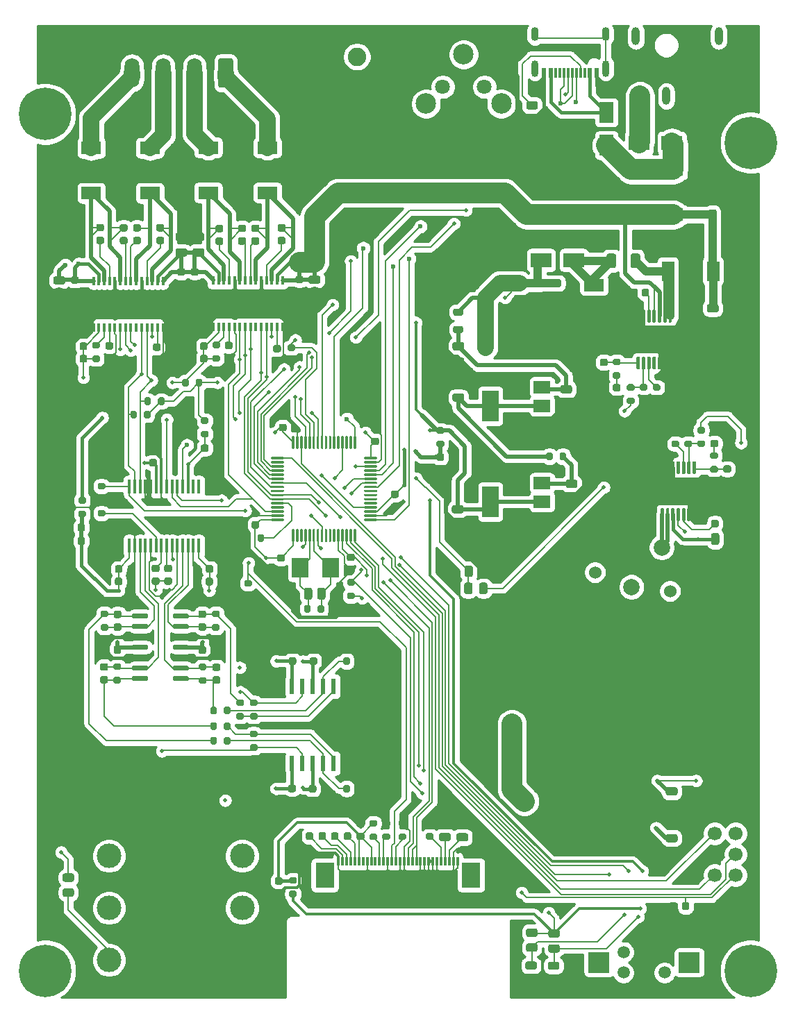
<source format=gbr>
G04 #@! TF.GenerationSoftware,KiCad,Pcbnew,5.1.9*
G04 #@! TF.CreationDate,2021-06-24T12:15:12+08:00*
G04 #@! TF.ProjectId,digital-amplifier2,64696769-7461-46c2-9d61-6d706c696669,rev?*
G04 #@! TF.SameCoordinates,Original*
G04 #@! TF.FileFunction,Copper,L1,Top*
G04 #@! TF.FilePolarity,Positive*
%FSLAX46Y46*%
G04 Gerber Fmt 4.6, Leading zero omitted, Abs format (unit mm)*
G04 Created by KiCad (PCBNEW 5.1.9) date 2021-06-24 12:15:12*
%MOMM*%
%LPD*%
G01*
G04 APERTURE LIST*
G04 #@! TA.AperFunction,SMDPad,CuDef*
%ADD10R,2.000000X1.500000*%
G04 #@! TD*
G04 #@! TA.AperFunction,SMDPad,CuDef*
%ADD11R,2.000000X3.800000*%
G04 #@! TD*
G04 #@! TA.AperFunction,ComponentPad*
%ADD12C,1.524000*%
G04 #@! TD*
G04 #@! TA.AperFunction,ComponentPad*
%ADD13C,2.000000*%
G04 #@! TD*
G04 #@! TA.AperFunction,ComponentPad*
%ADD14C,1.700000*%
G04 #@! TD*
G04 #@! TA.AperFunction,ComponentPad*
%ADD15C,2.250000*%
G04 #@! TD*
G04 #@! TA.AperFunction,ComponentPad*
%ADD16O,1.800000X3.600000*%
G04 #@! TD*
G04 #@! TA.AperFunction,SMDPad,CuDef*
%ADD17R,1.500000X2.500000*%
G04 #@! TD*
G04 #@! TA.AperFunction,ComponentPad*
%ADD18C,0.500000*%
G04 #@! TD*
G04 #@! TA.AperFunction,ComponentPad*
%ADD19C,0.600000*%
G04 #@! TD*
G04 #@! TA.AperFunction,SMDPad,CuDef*
%ADD20R,3.810000X2.789999*%
G04 #@! TD*
G04 #@! TA.AperFunction,SMDPad,CuDef*
%ADD21R,0.558000X1.969999*%
G04 #@! TD*
G04 #@! TA.AperFunction,SMDPad,CuDef*
%ADD22R,2.400000X1.500000*%
G04 #@! TD*
G04 #@! TA.AperFunction,SMDPad,CuDef*
%ADD23R,9.500000X3.400000*%
G04 #@! TD*
G04 #@! TA.AperFunction,SMDPad,CuDef*
%ADD24R,0.400000X1.100000*%
G04 #@! TD*
G04 #@! TA.AperFunction,SMDPad,CuDef*
%ADD25R,2.300000X3.100000*%
G04 #@! TD*
G04 #@! TA.AperFunction,SMDPad,CuDef*
%ADD26R,0.300000X1.100000*%
G04 #@! TD*
G04 #@! TA.AperFunction,ComponentPad*
%ADD27R,2.600000X2.500000*%
G04 #@! TD*
G04 #@! TA.AperFunction,ComponentPad*
%ADD28C,1.500000*%
G04 #@! TD*
G04 #@! TA.AperFunction,SMDPad,CuDef*
%ADD29R,0.600000X1.160000*%
G04 #@! TD*
G04 #@! TA.AperFunction,SMDPad,CuDef*
%ADD30R,0.300000X1.160000*%
G04 #@! TD*
G04 #@! TA.AperFunction,ComponentPad*
%ADD31O,0.900000X1.700000*%
G04 #@! TD*
G04 #@! TA.AperFunction,ComponentPad*
%ADD32O,0.900000X2.000000*%
G04 #@! TD*
G04 #@! TA.AperFunction,SMDPad,CuDef*
%ADD33R,2.000000X2.400000*%
G04 #@! TD*
G04 #@! TA.AperFunction,SMDPad,CuDef*
%ADD34R,5.000000X3.400000*%
G04 #@! TD*
G04 #@! TA.AperFunction,ComponentPad*
%ADD35C,1.800000*%
G04 #@! TD*
G04 #@! TA.AperFunction,WasherPad*
%ADD36C,2.500000*%
G04 #@! TD*
G04 #@! TA.AperFunction,SMDPad,CuDef*
%ADD37R,0.450000X1.750000*%
G04 #@! TD*
G04 #@! TA.AperFunction,SMDPad,CuDef*
%ADD38R,1.500000X2.400000*%
G04 #@! TD*
G04 #@! TA.AperFunction,ComponentPad*
%ADD39C,3.000000*%
G04 #@! TD*
G04 #@! TA.AperFunction,ComponentPad*
%ADD40O,1.000000X2.200000*%
G04 #@! TD*
G04 #@! TA.AperFunction,ComponentPad*
%ADD41C,6.400000*%
G04 #@! TD*
G04 #@! TA.AperFunction,SMDPad,CuDef*
%ADD42R,2.500000X1.800000*%
G04 #@! TD*
G04 #@! TA.AperFunction,SMDPad,CuDef*
%ADD43R,1.800000X2.500000*%
G04 #@! TD*
G04 #@! TA.AperFunction,ViaPad*
%ADD44C,0.600000*%
G04 #@! TD*
G04 #@! TA.AperFunction,ViaPad*
%ADD45C,0.500000*%
G04 #@! TD*
G04 #@! TA.AperFunction,Conductor*
%ADD46C,0.400000*%
G04 #@! TD*
G04 #@! TA.AperFunction,Conductor*
%ADD47C,2.000000*%
G04 #@! TD*
G04 #@! TA.AperFunction,Conductor*
%ADD48C,0.500000*%
G04 #@! TD*
G04 #@! TA.AperFunction,Conductor*
%ADD49C,1.000000*%
G04 #@! TD*
G04 #@! TA.AperFunction,Conductor*
%ADD50C,0.200000*%
G04 #@! TD*
G04 #@! TA.AperFunction,Conductor*
%ADD51C,0.300000*%
G04 #@! TD*
G04 #@! TA.AperFunction,Conductor*
%ADD52C,2.500000*%
G04 #@! TD*
G04 #@! TA.AperFunction,Conductor*
%ADD53C,0.254000*%
G04 #@! TD*
G04 #@! TA.AperFunction,Conductor*
%ADD54C,0.100000*%
G04 #@! TD*
G04 APERTURE END LIST*
G04 #@! TA.AperFunction,SMDPad,CuDef*
G36*
G01*
X165843900Y-152988600D02*
X165843900Y-153538600D01*
G75*
G02*
X165643900Y-153738600I-200000J0D01*
G01*
X165243900Y-153738600D01*
G75*
G02*
X165043900Y-153538600I0J200000D01*
G01*
X165043900Y-152988600D01*
G75*
G02*
X165243900Y-152788600I200000J0D01*
G01*
X165643900Y-152788600D01*
G75*
G02*
X165843900Y-152988600I0J-200000D01*
G01*
G37*
G04 #@! TD.AperFunction*
G04 #@! TA.AperFunction,SMDPad,CuDef*
G36*
G01*
X167493900Y-152988600D02*
X167493900Y-153538600D01*
G75*
G02*
X167293900Y-153738600I-200000J0D01*
G01*
X166893900Y-153738600D01*
G75*
G02*
X166693900Y-153538600I0J200000D01*
G01*
X166693900Y-152988600D01*
G75*
G02*
X166893900Y-152788600I200000J0D01*
G01*
X167293900Y-152788600D01*
G75*
G02*
X167493900Y-152988600I0J-200000D01*
G01*
G37*
G04 #@! TD.AperFunction*
D10*
X164567000Y-149411720D03*
X164567000Y-144811720D03*
X164567000Y-147111720D03*
D11*
X158267000Y-147111720D03*
G04 #@! TA.AperFunction,SMDPad,CuDef*
G36*
G01*
X154830800Y-144685600D02*
X153880800Y-144685600D01*
G75*
G02*
X153630800Y-144435600I0J250000D01*
G01*
X153630800Y-143935600D01*
G75*
G02*
X153880800Y-143685600I250000J0D01*
G01*
X154830800Y-143685600D01*
G75*
G02*
X155080800Y-143935600I0J-250000D01*
G01*
X155080800Y-144435600D01*
G75*
G02*
X154830800Y-144685600I-250000J0D01*
G01*
G37*
G04 #@! TD.AperFunction*
G04 #@! TA.AperFunction,SMDPad,CuDef*
G36*
G01*
X154830800Y-146585600D02*
X153880800Y-146585600D01*
G75*
G02*
X153630800Y-146335600I0J250000D01*
G01*
X153630800Y-145835600D01*
G75*
G02*
X153880800Y-145585600I250000J0D01*
G01*
X154830800Y-145585600D01*
G75*
G02*
X155080800Y-145835600I0J-250000D01*
G01*
X155080800Y-146335600D01*
G75*
G02*
X154830800Y-146585600I-250000J0D01*
G01*
G37*
G04 #@! TD.AperFunction*
D12*
X180162200Y-169697400D03*
X177622200Y-179857400D03*
X176225200Y-175539400D03*
X171018200Y-167411400D03*
D13*
X175463200Y-169189400D03*
X179146200Y-164363400D03*
D14*
X188150500Y-204355700D03*
X185610500Y-204355700D03*
X188150500Y-201815700D03*
X185610500Y-201815700D03*
X188150500Y-199275700D03*
X185610500Y-199275700D03*
D15*
X139460000Y-107040000D03*
X139460000Y-101960000D03*
X144540000Y-101960000D03*
X144540000Y-107040000D03*
X142000000Y-104500000D03*
D16*
X114570000Y-106500000D03*
X118380000Y-106500000D03*
X122190000Y-106500000D03*
G04 #@! TA.AperFunction,ComponentPad*
G36*
G01*
X126900000Y-104950000D02*
X126900000Y-108050000D01*
G75*
G02*
X126650000Y-108300000I-250000J0D01*
G01*
X125350000Y-108300000D01*
G75*
G02*
X125100000Y-108050000I0J250000D01*
G01*
X125100000Y-104950000D01*
G75*
G02*
X125350000Y-104700000I250000J0D01*
G01*
X126650000Y-104700000D01*
G75*
G02*
X126900000Y-104950000I0J-250000D01*
G01*
G37*
G04 #@! TD.AperFunction*
G04 #@! TA.AperFunction,SMDPad,CuDef*
G36*
G01*
X123194000Y-153360000D02*
X123694000Y-153360000D01*
G75*
G02*
X123919000Y-153585000I0J-225000D01*
G01*
X123919000Y-154035000D01*
G75*
G02*
X123694000Y-154260000I-225000J0D01*
G01*
X123194000Y-154260000D01*
G75*
G02*
X122969000Y-154035000I0J225000D01*
G01*
X122969000Y-153585000D01*
G75*
G02*
X123194000Y-153360000I225000J0D01*
G01*
G37*
G04 #@! TD.AperFunction*
G04 #@! TA.AperFunction,SMDPad,CuDef*
G36*
G01*
X123194000Y-151810000D02*
X123694000Y-151810000D01*
G75*
G02*
X123919000Y-152035000I0J-225000D01*
G01*
X123919000Y-152485000D01*
G75*
G02*
X123694000Y-152710000I-225000J0D01*
G01*
X123194000Y-152710000D01*
G75*
G02*
X122969000Y-152485000I0J225000D01*
G01*
X122969000Y-152035000D01*
G75*
G02*
X123194000Y-151810000I225000J0D01*
G01*
G37*
G04 #@! TD.AperFunction*
D17*
X160883600Y-189509400D03*
D18*
X160383600Y-190509400D03*
X161383600Y-190509400D03*
X160383600Y-189509400D03*
X161383600Y-189509400D03*
X160383600Y-188509400D03*
X161383600Y-188509400D03*
D17*
X160969960Y-180124100D03*
D18*
X160469960Y-181124100D03*
X161469960Y-181124100D03*
X160469960Y-180124100D03*
X161469960Y-180124100D03*
X160469960Y-179124100D03*
X161469960Y-179124100D03*
G04 #@! TA.AperFunction,SMDPad,CuDef*
G36*
G01*
X151908700Y-154452200D02*
X152408700Y-154452200D01*
G75*
G02*
X152633700Y-154677200I0J-225000D01*
G01*
X152633700Y-155127200D01*
G75*
G02*
X152408700Y-155352200I-225000J0D01*
G01*
X151908700Y-155352200D01*
G75*
G02*
X151683700Y-155127200I0J225000D01*
G01*
X151683700Y-154677200D01*
G75*
G02*
X151908700Y-154452200I225000J0D01*
G01*
G37*
G04 #@! TD.AperFunction*
G04 #@! TA.AperFunction,SMDPad,CuDef*
G36*
G01*
X151908700Y-152902200D02*
X152408700Y-152902200D01*
G75*
G02*
X152633700Y-153127200I0J-225000D01*
G01*
X152633700Y-153577200D01*
G75*
G02*
X152408700Y-153802200I-225000J0D01*
G01*
X151908700Y-153802200D01*
G75*
G02*
X151683700Y-153577200I0J225000D01*
G01*
X151683700Y-153127200D01*
G75*
G02*
X151908700Y-152902200I225000J0D01*
G01*
G37*
G04 #@! TD.AperFunction*
G04 #@! TA.AperFunction,SMDPad,CuDef*
G36*
G01*
X133913200Y-206241200D02*
X134463200Y-206241200D01*
G75*
G02*
X134663200Y-206441200I0J-200000D01*
G01*
X134663200Y-206841200D01*
G75*
G02*
X134463200Y-207041200I-200000J0D01*
G01*
X133913200Y-207041200D01*
G75*
G02*
X133713200Y-206841200I0J200000D01*
G01*
X133713200Y-206441200D01*
G75*
G02*
X133913200Y-206241200I200000J0D01*
G01*
G37*
G04 #@! TD.AperFunction*
G04 #@! TA.AperFunction,SMDPad,CuDef*
G36*
G01*
X133913200Y-204591200D02*
X134463200Y-204591200D01*
G75*
G02*
X134663200Y-204791200I0J-200000D01*
G01*
X134663200Y-205191200D01*
G75*
G02*
X134463200Y-205391200I-200000J0D01*
G01*
X133913200Y-205391200D01*
G75*
G02*
X133713200Y-205191200I0J200000D01*
G01*
X133713200Y-204791200D01*
G75*
G02*
X133913200Y-204591200I200000J0D01*
G01*
G37*
G04 #@! TD.AperFunction*
G04 #@! TA.AperFunction,SMDPad,CuDef*
G36*
G01*
X128452200Y-170008100D02*
X129002200Y-170008100D01*
G75*
G02*
X129202200Y-170208100I0J-200000D01*
G01*
X129202200Y-170608100D01*
G75*
G02*
X129002200Y-170808100I-200000J0D01*
G01*
X128452200Y-170808100D01*
G75*
G02*
X128252200Y-170608100I0J200000D01*
G01*
X128252200Y-170208100D01*
G75*
G02*
X128452200Y-170008100I200000J0D01*
G01*
G37*
G04 #@! TD.AperFunction*
G04 #@! TA.AperFunction,SMDPad,CuDef*
G36*
G01*
X128452200Y-168358100D02*
X129002200Y-168358100D01*
G75*
G02*
X129202200Y-168558100I0J-200000D01*
G01*
X129202200Y-168958100D01*
G75*
G02*
X129002200Y-169158100I-200000J0D01*
G01*
X128452200Y-169158100D01*
G75*
G02*
X128252200Y-168958100I0J200000D01*
G01*
X128252200Y-168558100D01*
G75*
G02*
X128452200Y-168358100I200000J0D01*
G01*
G37*
G04 #@! TD.AperFunction*
G04 #@! TA.AperFunction,SMDPad,CuDef*
G36*
G01*
X145287320Y-199258480D02*
X145837320Y-199258480D01*
G75*
G02*
X146037320Y-199458480I0J-200000D01*
G01*
X146037320Y-199858480D01*
G75*
G02*
X145837320Y-200058480I-200000J0D01*
G01*
X145287320Y-200058480D01*
G75*
G02*
X145087320Y-199858480I0J200000D01*
G01*
X145087320Y-199458480D01*
G75*
G02*
X145287320Y-199258480I200000J0D01*
G01*
G37*
G04 #@! TD.AperFunction*
G04 #@! TA.AperFunction,SMDPad,CuDef*
G36*
G01*
X145287320Y-197608480D02*
X145837320Y-197608480D01*
G75*
G02*
X146037320Y-197808480I0J-200000D01*
G01*
X146037320Y-198208480D01*
G75*
G02*
X145837320Y-198408480I-200000J0D01*
G01*
X145287320Y-198408480D01*
G75*
G02*
X145087320Y-198208480I0J200000D01*
G01*
X145087320Y-197808480D01*
G75*
G02*
X145287320Y-197608480I200000J0D01*
G01*
G37*
G04 #@! TD.AperFunction*
G04 #@! TA.AperFunction,SMDPad,CuDef*
G36*
G01*
X143717600Y-199273720D02*
X144267600Y-199273720D01*
G75*
G02*
X144467600Y-199473720I0J-200000D01*
G01*
X144467600Y-199873720D01*
G75*
G02*
X144267600Y-200073720I-200000J0D01*
G01*
X143717600Y-200073720D01*
G75*
G02*
X143517600Y-199873720I0J200000D01*
G01*
X143517600Y-199473720D01*
G75*
G02*
X143717600Y-199273720I200000J0D01*
G01*
G37*
G04 #@! TD.AperFunction*
G04 #@! TA.AperFunction,SMDPad,CuDef*
G36*
G01*
X143717600Y-197623720D02*
X144267600Y-197623720D01*
G75*
G02*
X144467600Y-197823720I0J-200000D01*
G01*
X144467600Y-198223720D01*
G75*
G02*
X144267600Y-198423720I-200000J0D01*
G01*
X143717600Y-198423720D01*
G75*
G02*
X143517600Y-198223720I0J200000D01*
G01*
X143517600Y-197823720D01*
G75*
G02*
X143717600Y-197623720I200000J0D01*
G01*
G37*
G04 #@! TD.AperFunction*
G04 #@! TA.AperFunction,SMDPad,CuDef*
G36*
G01*
X147268520Y-199263560D02*
X147818520Y-199263560D01*
G75*
G02*
X148018520Y-199463560I0J-200000D01*
G01*
X148018520Y-199863560D01*
G75*
G02*
X147818520Y-200063560I-200000J0D01*
G01*
X147268520Y-200063560D01*
G75*
G02*
X147068520Y-199863560I0J200000D01*
G01*
X147068520Y-199463560D01*
G75*
G02*
X147268520Y-199263560I200000J0D01*
G01*
G37*
G04 #@! TD.AperFunction*
G04 #@! TA.AperFunction,SMDPad,CuDef*
G36*
G01*
X147268520Y-197613560D02*
X147818520Y-197613560D01*
G75*
G02*
X148018520Y-197813560I0J-200000D01*
G01*
X148018520Y-198213560D01*
G75*
G02*
X147818520Y-198413560I-200000J0D01*
G01*
X147268520Y-198413560D01*
G75*
G02*
X147068520Y-198213560I0J200000D01*
G01*
X147068520Y-197813560D01*
G75*
G02*
X147268520Y-197613560I200000J0D01*
G01*
G37*
G04 #@! TD.AperFunction*
G04 #@! TA.AperFunction,SMDPad,CuDef*
G36*
G01*
X150585760Y-199207680D02*
X151135760Y-199207680D01*
G75*
G02*
X151335760Y-199407680I0J-200000D01*
G01*
X151335760Y-199807680D01*
G75*
G02*
X151135760Y-200007680I-200000J0D01*
G01*
X150585760Y-200007680D01*
G75*
G02*
X150385760Y-199807680I0J200000D01*
G01*
X150385760Y-199407680D01*
G75*
G02*
X150585760Y-199207680I200000J0D01*
G01*
G37*
G04 #@! TD.AperFunction*
G04 #@! TA.AperFunction,SMDPad,CuDef*
G36*
G01*
X150585760Y-197557680D02*
X151135760Y-197557680D01*
G75*
G02*
X151335760Y-197757680I0J-200000D01*
G01*
X151335760Y-198157680D01*
G75*
G02*
X151135760Y-198357680I-200000J0D01*
G01*
X150585760Y-198357680D01*
G75*
G02*
X150385760Y-198157680I0J200000D01*
G01*
X150385760Y-197757680D01*
G75*
G02*
X150585760Y-197557680I200000J0D01*
G01*
G37*
G04 #@! TD.AperFunction*
G04 #@! TA.AperFunction,SMDPad,CuDef*
G36*
G01*
X132211000Y-206166600D02*
X132711000Y-206166600D01*
G75*
G02*
X132936000Y-206391600I0J-225000D01*
G01*
X132936000Y-206841600D01*
G75*
G02*
X132711000Y-207066600I-225000J0D01*
G01*
X132211000Y-207066600D01*
G75*
G02*
X131986000Y-206841600I0J225000D01*
G01*
X131986000Y-206391600D01*
G75*
G02*
X132211000Y-206166600I225000J0D01*
G01*
G37*
G04 #@! TD.AperFunction*
G04 #@! TA.AperFunction,SMDPad,CuDef*
G36*
G01*
X132211000Y-204616600D02*
X132711000Y-204616600D01*
G75*
G02*
X132936000Y-204841600I0J-225000D01*
G01*
X132936000Y-205291600D01*
G75*
G02*
X132711000Y-205516600I-225000J0D01*
G01*
X132211000Y-205516600D01*
G75*
G02*
X131986000Y-205291600I0J225000D01*
G01*
X131986000Y-204841600D01*
G75*
G02*
X132211000Y-204616600I225000J0D01*
G01*
G37*
G04 #@! TD.AperFunction*
G04 #@! TA.AperFunction,SMDPad,CuDef*
G36*
G01*
X136662280Y-199335320D02*
X136662280Y-199835320D01*
G75*
G02*
X136437280Y-200060320I-225000J0D01*
G01*
X135987280Y-200060320D01*
G75*
G02*
X135762280Y-199835320I0J225000D01*
G01*
X135762280Y-199335320D01*
G75*
G02*
X135987280Y-199110320I225000J0D01*
G01*
X136437280Y-199110320D01*
G75*
G02*
X136662280Y-199335320I0J-225000D01*
G01*
G37*
G04 #@! TD.AperFunction*
G04 #@! TA.AperFunction,SMDPad,CuDef*
G36*
G01*
X138212280Y-199335320D02*
X138212280Y-199835320D01*
G75*
G02*
X137987280Y-200060320I-225000J0D01*
G01*
X137537280Y-200060320D01*
G75*
G02*
X137312280Y-199835320I0J225000D01*
G01*
X137312280Y-199335320D01*
G75*
G02*
X137537280Y-199110320I225000J0D01*
G01*
X137987280Y-199110320D01*
G75*
G02*
X138212280Y-199335320I0J-225000D01*
G01*
G37*
G04 #@! TD.AperFunction*
G04 #@! TA.AperFunction,SMDPad,CuDef*
G36*
G01*
X140398380Y-199842940D02*
X140398380Y-199342940D01*
G75*
G02*
X140623380Y-199117940I225000J0D01*
G01*
X141073380Y-199117940D01*
G75*
G02*
X141298380Y-199342940I0J-225000D01*
G01*
X141298380Y-199842940D01*
G75*
G02*
X141073380Y-200067940I-225000J0D01*
G01*
X140623380Y-200067940D01*
G75*
G02*
X140398380Y-199842940I0J225000D01*
G01*
G37*
G04 #@! TD.AperFunction*
G04 #@! TA.AperFunction,SMDPad,CuDef*
G36*
G01*
X138848380Y-199842940D02*
X138848380Y-199342940D01*
G75*
G02*
X139073380Y-199117940I225000J0D01*
G01*
X139523380Y-199117940D01*
G75*
G02*
X139748380Y-199342940I0J-225000D01*
G01*
X139748380Y-199842940D01*
G75*
G02*
X139523380Y-200067940I-225000J0D01*
G01*
X139073380Y-200067940D01*
G75*
G02*
X138848380Y-199842940I0J225000D01*
G01*
G37*
G04 #@! TD.AperFunction*
G04 #@! TA.AperFunction,SMDPad,CuDef*
G36*
G01*
X111146000Y-157309000D02*
X110596000Y-157309000D01*
G75*
G02*
X110396000Y-157109000I0J200000D01*
G01*
X110396000Y-156709000D01*
G75*
G02*
X110596000Y-156509000I200000J0D01*
G01*
X111146000Y-156509000D01*
G75*
G02*
X111346000Y-156709000I0J-200000D01*
G01*
X111346000Y-157109000D01*
G75*
G02*
X111146000Y-157309000I-200000J0D01*
G01*
G37*
G04 #@! TD.AperFunction*
G04 #@! TA.AperFunction,SMDPad,CuDef*
G36*
G01*
X111146000Y-158959000D02*
X110596000Y-158959000D01*
G75*
G02*
X110396000Y-158759000I0J200000D01*
G01*
X110396000Y-158359000D01*
G75*
G02*
X110596000Y-158159000I200000J0D01*
G01*
X111146000Y-158159000D01*
G75*
G02*
X111346000Y-158359000I0J-200000D01*
G01*
X111346000Y-158759000D01*
G75*
G02*
X111146000Y-158959000I-200000J0D01*
G01*
G37*
G04 #@! TD.AperFunction*
G04 #@! TA.AperFunction,SMDPad,CuDef*
G36*
G01*
X133710000Y-141262920D02*
X134260000Y-141262920D01*
G75*
G02*
X134460000Y-141462920I0J-200000D01*
G01*
X134460000Y-141862920D01*
G75*
G02*
X134260000Y-142062920I-200000J0D01*
G01*
X133710000Y-142062920D01*
G75*
G02*
X133510000Y-141862920I0J200000D01*
G01*
X133510000Y-141462920D01*
G75*
G02*
X133710000Y-141262920I200000J0D01*
G01*
G37*
G04 #@! TD.AperFunction*
G04 #@! TA.AperFunction,SMDPad,CuDef*
G36*
G01*
X133710000Y-139612920D02*
X134260000Y-139612920D01*
G75*
G02*
X134460000Y-139812920I0J-200000D01*
G01*
X134460000Y-140212920D01*
G75*
G02*
X134260000Y-140412920I-200000J0D01*
G01*
X133710000Y-140412920D01*
G75*
G02*
X133510000Y-140212920I0J200000D01*
G01*
X133510000Y-139812920D01*
G75*
G02*
X133710000Y-139612920I200000J0D01*
G01*
G37*
G04 #@! TD.AperFunction*
G04 #@! TA.AperFunction,SMDPad,CuDef*
G36*
G01*
X126115000Y-140832720D02*
X126615000Y-140832720D01*
G75*
G02*
X126840000Y-141057720I0J-225000D01*
G01*
X126840000Y-141507720D01*
G75*
G02*
X126615000Y-141732720I-225000J0D01*
G01*
X126115000Y-141732720D01*
G75*
G02*
X125890000Y-141507720I0J225000D01*
G01*
X125890000Y-141057720D01*
G75*
G02*
X126115000Y-140832720I225000J0D01*
G01*
G37*
G04 #@! TD.AperFunction*
G04 #@! TA.AperFunction,SMDPad,CuDef*
G36*
G01*
X126115000Y-139282720D02*
X126615000Y-139282720D01*
G75*
G02*
X126840000Y-139507720I0J-225000D01*
G01*
X126840000Y-139957720D01*
G75*
G02*
X126615000Y-140182720I-225000J0D01*
G01*
X126115000Y-140182720D01*
G75*
G02*
X125890000Y-139957720I0J225000D01*
G01*
X125890000Y-139507720D01*
G75*
G02*
X126115000Y-139282720I225000J0D01*
G01*
G37*
G04 #@! TD.AperFunction*
G04 #@! TA.AperFunction,SMDPad,CuDef*
G36*
G01*
X132012880Y-141228960D02*
X132512880Y-141228960D01*
G75*
G02*
X132737880Y-141453960I0J-225000D01*
G01*
X132737880Y-141903960D01*
G75*
G02*
X132512880Y-142128960I-225000J0D01*
G01*
X132012880Y-142128960D01*
G75*
G02*
X131787880Y-141903960I0J225000D01*
G01*
X131787880Y-141453960D01*
G75*
G02*
X132012880Y-141228960I225000J0D01*
G01*
G37*
G04 #@! TD.AperFunction*
G04 #@! TA.AperFunction,SMDPad,CuDef*
G36*
G01*
X132012880Y-139678960D02*
X132512880Y-139678960D01*
G75*
G02*
X132737880Y-139903960I0J-225000D01*
G01*
X132737880Y-140353960D01*
G75*
G02*
X132512880Y-140578960I-225000J0D01*
G01*
X132012880Y-140578960D01*
G75*
G02*
X131787880Y-140353960I0J225000D01*
G01*
X131787880Y-139903960D01*
G75*
G02*
X132012880Y-139678960I225000J0D01*
G01*
G37*
G04 #@! TD.AperFunction*
G04 #@! TA.AperFunction,SMDPad,CuDef*
G36*
G01*
X111565880Y-140883520D02*
X112065880Y-140883520D01*
G75*
G02*
X112290880Y-141108520I0J-225000D01*
G01*
X112290880Y-141558520D01*
G75*
G02*
X112065880Y-141783520I-225000J0D01*
G01*
X111565880Y-141783520D01*
G75*
G02*
X111340880Y-141558520I0J225000D01*
G01*
X111340880Y-141108520D01*
G75*
G02*
X111565880Y-140883520I225000J0D01*
G01*
G37*
G04 #@! TD.AperFunction*
G04 #@! TA.AperFunction,SMDPad,CuDef*
G36*
G01*
X111565880Y-139333520D02*
X112065880Y-139333520D01*
G75*
G02*
X112290880Y-139558520I0J-225000D01*
G01*
X112290880Y-140008520D01*
G75*
G02*
X112065880Y-140233520I-225000J0D01*
G01*
X111565880Y-140233520D01*
G75*
G02*
X111340880Y-140008520I0J225000D01*
G01*
X111340880Y-139558520D01*
G75*
G02*
X111565880Y-139333520I225000J0D01*
G01*
G37*
G04 #@! TD.AperFunction*
G04 #@! TA.AperFunction,SMDPad,CuDef*
G36*
G01*
X117352000Y-141041000D02*
X117852000Y-141041000D01*
G75*
G02*
X118077000Y-141266000I0J-225000D01*
G01*
X118077000Y-141716000D01*
G75*
G02*
X117852000Y-141941000I-225000J0D01*
G01*
X117352000Y-141941000D01*
G75*
G02*
X117127000Y-141716000I0J225000D01*
G01*
X117127000Y-141266000D01*
G75*
G02*
X117352000Y-141041000I225000J0D01*
G01*
G37*
G04 #@! TD.AperFunction*
G04 #@! TA.AperFunction,SMDPad,CuDef*
G36*
G01*
X117352000Y-139491000D02*
X117852000Y-139491000D01*
G75*
G02*
X118077000Y-139716000I0J-225000D01*
G01*
X118077000Y-140166000D01*
G75*
G02*
X117852000Y-140391000I-225000J0D01*
G01*
X117352000Y-140391000D01*
G75*
G02*
X117127000Y-140166000I0J225000D01*
G01*
X117127000Y-139716000D01*
G75*
G02*
X117352000Y-139491000I225000J0D01*
G01*
G37*
G04 #@! TD.AperFunction*
G04 #@! TA.AperFunction,SMDPad,CuDef*
G36*
G01*
X122230000Y-141101000D02*
X122230000Y-141601000D01*
G75*
G02*
X122005000Y-141826000I-225000J0D01*
G01*
X121555000Y-141826000D01*
G75*
G02*
X121330000Y-141601000I0J225000D01*
G01*
X121330000Y-141101000D01*
G75*
G02*
X121555000Y-140876000I225000J0D01*
G01*
X122005000Y-140876000D01*
G75*
G02*
X122230000Y-141101000I0J-225000D01*
G01*
G37*
G04 #@! TD.AperFunction*
G04 #@! TA.AperFunction,SMDPad,CuDef*
G36*
G01*
X123780000Y-141101000D02*
X123780000Y-141601000D01*
G75*
G02*
X123555000Y-141826000I-225000J0D01*
G01*
X123105000Y-141826000D01*
G75*
G02*
X122880000Y-141601000I0J225000D01*
G01*
X122880000Y-141101000D01*
G75*
G02*
X123105000Y-140876000I225000J0D01*
G01*
X123555000Y-140876000D01*
G75*
G02*
X123780000Y-141101000I0J-225000D01*
G01*
G37*
G04 #@! TD.AperFunction*
G04 #@! TA.AperFunction,SMDPad,CuDef*
G36*
G01*
X107548800Y-141101000D02*
X107548800Y-141601000D01*
G75*
G02*
X107323800Y-141826000I-225000J0D01*
G01*
X106873800Y-141826000D01*
G75*
G02*
X106648800Y-141601000I0J225000D01*
G01*
X106648800Y-141101000D01*
G75*
G02*
X106873800Y-140876000I225000J0D01*
G01*
X107323800Y-140876000D01*
G75*
G02*
X107548800Y-141101000I0J-225000D01*
G01*
G37*
G04 #@! TD.AperFunction*
G04 #@! TA.AperFunction,SMDPad,CuDef*
G36*
G01*
X109098800Y-141101000D02*
X109098800Y-141601000D01*
G75*
G02*
X108873800Y-141826000I-225000J0D01*
G01*
X108423800Y-141826000D01*
G75*
G02*
X108198800Y-141601000I0J225000D01*
G01*
X108198800Y-141101000D01*
G75*
G02*
X108423800Y-140876000I225000J0D01*
G01*
X108873800Y-140876000D01*
G75*
G02*
X109098800Y-141101000I0J-225000D01*
G01*
G37*
G04 #@! TD.AperFunction*
G04 #@! TA.AperFunction,SMDPad,CuDef*
G36*
G01*
X186738680Y-124330480D02*
X186738680Y-123380480D01*
G75*
G02*
X186988680Y-123130480I250000J0D01*
G01*
X187488680Y-123130480D01*
G75*
G02*
X187738680Y-123380480I0J-250000D01*
G01*
X187738680Y-124330480D01*
G75*
G02*
X187488680Y-124580480I-250000J0D01*
G01*
X186988680Y-124580480D01*
G75*
G02*
X186738680Y-124330480I0J250000D01*
G01*
G37*
G04 #@! TD.AperFunction*
G04 #@! TA.AperFunction,SMDPad,CuDef*
G36*
G01*
X184838680Y-124330480D02*
X184838680Y-123380480D01*
G75*
G02*
X185088680Y-123130480I250000J0D01*
G01*
X185588680Y-123130480D01*
G75*
G02*
X185838680Y-123380480I0J-250000D01*
G01*
X185838680Y-124330480D01*
G75*
G02*
X185588680Y-124580480I-250000J0D01*
G01*
X185088680Y-124580480D01*
G75*
G02*
X184838680Y-124330480I0J250000D01*
G01*
G37*
G04 #@! TD.AperFunction*
G04 #@! TA.AperFunction,SMDPad,CuDef*
G36*
G01*
X111694080Y-176615280D02*
X111694080Y-177115280D01*
G75*
G02*
X111469080Y-177340280I-225000J0D01*
G01*
X111019080Y-177340280D01*
G75*
G02*
X110794080Y-177115280I0J225000D01*
G01*
X110794080Y-176615280D01*
G75*
G02*
X111019080Y-176390280I225000J0D01*
G01*
X111469080Y-176390280D01*
G75*
G02*
X111694080Y-176615280I0J-225000D01*
G01*
G37*
G04 #@! TD.AperFunction*
G04 #@! TA.AperFunction,SMDPad,CuDef*
G36*
G01*
X113244080Y-176615280D02*
X113244080Y-177115280D01*
G75*
G02*
X113019080Y-177340280I-225000J0D01*
G01*
X112569080Y-177340280D01*
G75*
G02*
X112344080Y-177115280I0J225000D01*
G01*
X112344080Y-176615280D01*
G75*
G02*
X112569080Y-176390280I225000J0D01*
G01*
X113019080Y-176390280D01*
G75*
G02*
X113244080Y-176615280I0J-225000D01*
G01*
G37*
G04 #@! TD.AperFunction*
G04 #@! TA.AperFunction,SMDPad,CuDef*
G36*
G01*
X124256680Y-177140680D02*
X124256680Y-176640680D01*
G75*
G02*
X124481680Y-176415680I225000J0D01*
G01*
X124931680Y-176415680D01*
G75*
G02*
X125156680Y-176640680I0J-225000D01*
G01*
X125156680Y-177140680D01*
G75*
G02*
X124931680Y-177365680I-225000J0D01*
G01*
X124481680Y-177365680D01*
G75*
G02*
X124256680Y-177140680I0J225000D01*
G01*
G37*
G04 #@! TD.AperFunction*
G04 #@! TA.AperFunction,SMDPad,CuDef*
G36*
G01*
X122706680Y-177140680D02*
X122706680Y-176640680D01*
G75*
G02*
X122931680Y-176415680I225000J0D01*
G01*
X123381680Y-176415680D01*
G75*
G02*
X123606680Y-176640680I0J-225000D01*
G01*
X123606680Y-177140680D01*
G75*
G02*
X123381680Y-177365680I-225000J0D01*
G01*
X122931680Y-177365680D01*
G75*
G02*
X122706680Y-177140680I0J225000D01*
G01*
G37*
G04 #@! TD.AperFunction*
G04 #@! TA.AperFunction,SMDPad,CuDef*
G36*
G01*
X134382320Y-177134640D02*
X133882320Y-177134640D01*
G75*
G02*
X133657320Y-176909640I0J225000D01*
G01*
X133657320Y-176459640D01*
G75*
G02*
X133882320Y-176234640I225000J0D01*
G01*
X134382320Y-176234640D01*
G75*
G02*
X134607320Y-176459640I0J-225000D01*
G01*
X134607320Y-176909640D01*
G75*
G02*
X134382320Y-177134640I-225000J0D01*
G01*
G37*
G04 #@! TD.AperFunction*
G04 #@! TA.AperFunction,SMDPad,CuDef*
G36*
G01*
X134382320Y-178684640D02*
X133882320Y-178684640D01*
G75*
G02*
X133657320Y-178459640I0J225000D01*
G01*
X133657320Y-178009640D01*
G75*
G02*
X133882320Y-177784640I225000J0D01*
G01*
X134382320Y-177784640D01*
G75*
G02*
X134607320Y-178009640I0J-225000D01*
G01*
X134607320Y-178459640D01*
G75*
G02*
X134382320Y-178684640I-225000J0D01*
G01*
G37*
G04 #@! TD.AperFunction*
G04 #@! TA.AperFunction,SMDPad,CuDef*
G36*
G01*
X133836600Y-194889000D02*
X134336600Y-194889000D01*
G75*
G02*
X134561600Y-195114000I0J-225000D01*
G01*
X134561600Y-195564000D01*
G75*
G02*
X134336600Y-195789000I-225000J0D01*
G01*
X133836600Y-195789000D01*
G75*
G02*
X133611600Y-195564000I0J225000D01*
G01*
X133611600Y-195114000D01*
G75*
G02*
X133836600Y-194889000I225000J0D01*
G01*
G37*
G04 #@! TD.AperFunction*
G04 #@! TA.AperFunction,SMDPad,CuDef*
G36*
G01*
X133836600Y-193339000D02*
X134336600Y-193339000D01*
G75*
G02*
X134561600Y-193564000I0J-225000D01*
G01*
X134561600Y-194014000D01*
G75*
G02*
X134336600Y-194239000I-225000J0D01*
G01*
X133836600Y-194239000D01*
G75*
G02*
X133611600Y-194014000I0J225000D01*
G01*
X133611600Y-193564000D01*
G75*
G02*
X133836600Y-193339000I225000J0D01*
G01*
G37*
G04 #@! TD.AperFunction*
G04 #@! TA.AperFunction,SMDPad,CuDef*
G36*
G01*
X136335960Y-194919480D02*
X136835960Y-194919480D01*
G75*
G02*
X137060960Y-195144480I0J-225000D01*
G01*
X137060960Y-195594480D01*
G75*
G02*
X136835960Y-195819480I-225000J0D01*
G01*
X136335960Y-195819480D01*
G75*
G02*
X136110960Y-195594480I0J225000D01*
G01*
X136110960Y-195144480D01*
G75*
G02*
X136335960Y-194919480I225000J0D01*
G01*
G37*
G04 #@! TD.AperFunction*
G04 #@! TA.AperFunction,SMDPad,CuDef*
G36*
G01*
X136335960Y-193369480D02*
X136835960Y-193369480D01*
G75*
G02*
X137060960Y-193594480I0J-225000D01*
G01*
X137060960Y-194044480D01*
G75*
G02*
X136835960Y-194269480I-225000J0D01*
G01*
X136335960Y-194269480D01*
G75*
G02*
X136110960Y-194044480I0J225000D01*
G01*
X136110960Y-193594480D01*
G75*
G02*
X136335960Y-193369480I225000J0D01*
G01*
G37*
G04 #@! TD.AperFunction*
G04 #@! TA.AperFunction,SMDPad,CuDef*
G36*
G01*
X136942640Y-177139720D02*
X136442640Y-177139720D01*
G75*
G02*
X136217640Y-176914720I0J225000D01*
G01*
X136217640Y-176464720D01*
G75*
G02*
X136442640Y-176239720I225000J0D01*
G01*
X136942640Y-176239720D01*
G75*
G02*
X137167640Y-176464720I0J-225000D01*
G01*
X137167640Y-176914720D01*
G75*
G02*
X136942640Y-177139720I-225000J0D01*
G01*
G37*
G04 #@! TD.AperFunction*
G04 #@! TA.AperFunction,SMDPad,CuDef*
G36*
G01*
X136942640Y-178689720D02*
X136442640Y-178689720D01*
G75*
G02*
X136217640Y-178464720I0J225000D01*
G01*
X136217640Y-178014720D01*
G75*
G02*
X136442640Y-177789720I225000J0D01*
G01*
X136942640Y-177789720D01*
G75*
G02*
X137167640Y-178014720I0J-225000D01*
G01*
X137167640Y-178464720D01*
G75*
G02*
X136942640Y-178689720I-225000J0D01*
G01*
G37*
G04 #@! TD.AperFunction*
G04 #@! TA.AperFunction,SMDPad,CuDef*
G36*
G01*
X122345000Y-144547000D02*
X122345000Y-143997000D01*
G75*
G02*
X122545000Y-143797000I200000J0D01*
G01*
X122945000Y-143797000D01*
G75*
G02*
X123145000Y-143997000I0J-200000D01*
G01*
X123145000Y-144547000D01*
G75*
G02*
X122945000Y-144747000I-200000J0D01*
G01*
X122545000Y-144747000D01*
G75*
G02*
X122345000Y-144547000I0J200000D01*
G01*
G37*
G04 #@! TD.AperFunction*
G04 #@! TA.AperFunction,SMDPad,CuDef*
G36*
G01*
X120695000Y-144547000D02*
X120695000Y-143997000D01*
G75*
G02*
X120895000Y-143797000I200000J0D01*
G01*
X121295000Y-143797000D01*
G75*
G02*
X121495000Y-143997000I0J-200000D01*
G01*
X121495000Y-144547000D01*
G75*
G02*
X121295000Y-144747000I-200000J0D01*
G01*
X120895000Y-144747000D01*
G75*
G02*
X120695000Y-144547000I0J200000D01*
G01*
G37*
G04 #@! TD.AperFunction*
G04 #@! TA.AperFunction,SMDPad,CuDef*
G36*
G01*
X115170400Y-147883200D02*
X115170400Y-148433200D01*
G75*
G02*
X114970400Y-148633200I-200000J0D01*
G01*
X114570400Y-148633200D01*
G75*
G02*
X114370400Y-148433200I0J200000D01*
G01*
X114370400Y-147883200D01*
G75*
G02*
X114570400Y-147683200I200000J0D01*
G01*
X114970400Y-147683200D01*
G75*
G02*
X115170400Y-147883200I0J-200000D01*
G01*
G37*
G04 #@! TD.AperFunction*
G04 #@! TA.AperFunction,SMDPad,CuDef*
G36*
G01*
X116820400Y-147883200D02*
X116820400Y-148433200D01*
G75*
G02*
X116620400Y-148633200I-200000J0D01*
G01*
X116220400Y-148633200D01*
G75*
G02*
X116020400Y-148433200I0J200000D01*
G01*
X116020400Y-147883200D01*
G75*
G02*
X116220400Y-147683200I200000J0D01*
G01*
X116620400Y-147683200D01*
G75*
G02*
X116820400Y-147883200I0J-200000D01*
G01*
G37*
G04 #@! TD.AperFunction*
G04 #@! TA.AperFunction,SMDPad,CuDef*
G36*
G01*
X116897600Y-146257600D02*
X116897600Y-146807600D01*
G75*
G02*
X116697600Y-147007600I-200000J0D01*
G01*
X116297600Y-147007600D01*
G75*
G02*
X116097600Y-146807600I0J200000D01*
G01*
X116097600Y-146257600D01*
G75*
G02*
X116297600Y-146057600I200000J0D01*
G01*
X116697600Y-146057600D01*
G75*
G02*
X116897600Y-146257600I0J-200000D01*
G01*
G37*
G04 #@! TD.AperFunction*
G04 #@! TA.AperFunction,SMDPad,CuDef*
G36*
G01*
X118547600Y-146257600D02*
X118547600Y-146807600D01*
G75*
G02*
X118347600Y-147007600I-200000J0D01*
G01*
X117947600Y-147007600D01*
G75*
G02*
X117747600Y-146807600I0J200000D01*
G01*
X117747600Y-146257600D01*
G75*
G02*
X117947600Y-146057600I200000J0D01*
G01*
X118347600Y-146057600D01*
G75*
G02*
X118547600Y-146257600I0J-200000D01*
G01*
G37*
G04 #@! TD.AperFunction*
G04 #@! TA.AperFunction,SMDPad,CuDef*
G36*
G01*
X141534560Y-169038720D02*
X140984560Y-169038720D01*
G75*
G02*
X140784560Y-168838720I0J200000D01*
G01*
X140784560Y-168438720D01*
G75*
G02*
X140984560Y-168238720I200000J0D01*
G01*
X141534560Y-168238720D01*
G75*
G02*
X141734560Y-168438720I0J-200000D01*
G01*
X141734560Y-168838720D01*
G75*
G02*
X141534560Y-169038720I-200000J0D01*
G01*
G37*
G04 #@! TD.AperFunction*
G04 #@! TA.AperFunction,SMDPad,CuDef*
G36*
G01*
X141534560Y-170688720D02*
X140984560Y-170688720D01*
G75*
G02*
X140784560Y-170488720I0J200000D01*
G01*
X140784560Y-170088720D01*
G75*
G02*
X140984560Y-169888720I200000J0D01*
G01*
X141534560Y-169888720D01*
G75*
G02*
X141734560Y-170088720I0J-200000D01*
G01*
X141734560Y-170488720D01*
G75*
G02*
X141534560Y-170688720I-200000J0D01*
G01*
G37*
G04 #@! TD.AperFunction*
G04 #@! TA.AperFunction,SMDPad,CuDef*
G36*
G01*
X152446400Y-150501800D02*
X151896400Y-150501800D01*
G75*
G02*
X151696400Y-150301800I0J200000D01*
G01*
X151696400Y-149901800D01*
G75*
G02*
X151896400Y-149701800I200000J0D01*
G01*
X152446400Y-149701800D01*
G75*
G02*
X152646400Y-149901800I0J-200000D01*
G01*
X152646400Y-150301800D01*
G75*
G02*
X152446400Y-150501800I-200000J0D01*
G01*
G37*
G04 #@! TD.AperFunction*
G04 #@! TA.AperFunction,SMDPad,CuDef*
G36*
G01*
X152446400Y-152151800D02*
X151896400Y-152151800D01*
G75*
G02*
X151696400Y-151951800I0J200000D01*
G01*
X151696400Y-151551800D01*
G75*
G02*
X151896400Y-151351800I200000J0D01*
G01*
X152446400Y-151351800D01*
G75*
G02*
X152646400Y-151551800I0J-200000D01*
G01*
X152646400Y-151951800D01*
G75*
G02*
X152446400Y-152151800I-200000J0D01*
G01*
G37*
G04 #@! TD.AperFunction*
G04 #@! TA.AperFunction,SMDPad,CuDef*
G36*
G01*
X129041340Y-162945400D02*
X129041340Y-163495400D01*
G75*
G02*
X128841340Y-163695400I-200000J0D01*
G01*
X128441340Y-163695400D01*
G75*
G02*
X128241340Y-163495400I0J200000D01*
G01*
X128241340Y-162945400D01*
G75*
G02*
X128441340Y-162745400I200000J0D01*
G01*
X128841340Y-162745400D01*
G75*
G02*
X129041340Y-162945400I0J-200000D01*
G01*
G37*
G04 #@! TD.AperFunction*
G04 #@! TA.AperFunction,SMDPad,CuDef*
G36*
G01*
X130691340Y-162945400D02*
X130691340Y-163495400D01*
G75*
G02*
X130491340Y-163695400I-200000J0D01*
G01*
X130091340Y-163695400D01*
G75*
G02*
X129891340Y-163495400I0J200000D01*
G01*
X129891340Y-162945400D01*
G75*
G02*
X130091340Y-162745400I200000J0D01*
G01*
X130491340Y-162745400D01*
G75*
G02*
X130691340Y-162945400I0J-200000D01*
G01*
G37*
G04 #@! TD.AperFunction*
G04 #@! TA.AperFunction,SMDPad,CuDef*
G36*
G01*
X117379560Y-152928440D02*
X116879560Y-152928440D01*
G75*
G02*
X116654560Y-152703440I0J225000D01*
G01*
X116654560Y-152253440D01*
G75*
G02*
X116879560Y-152028440I225000J0D01*
G01*
X117379560Y-152028440D01*
G75*
G02*
X117604560Y-152253440I0J-225000D01*
G01*
X117604560Y-152703440D01*
G75*
G02*
X117379560Y-152928440I-225000J0D01*
G01*
G37*
G04 #@! TD.AperFunction*
G04 #@! TA.AperFunction,SMDPad,CuDef*
G36*
G01*
X117379560Y-154478440D02*
X116879560Y-154478440D01*
G75*
G02*
X116654560Y-154253440I0J225000D01*
G01*
X116654560Y-153803440D01*
G75*
G02*
X116879560Y-153578440I225000J0D01*
G01*
X117379560Y-153578440D01*
G75*
G02*
X117604560Y-153803440I0J-225000D01*
G01*
X117604560Y-154253440D01*
G75*
G02*
X117379560Y-154478440I-225000J0D01*
G01*
G37*
G04 #@! TD.AperFunction*
D19*
X141058900Y-185381900D03*
X141058900Y-186651900D03*
X139788900Y-185381900D03*
X139788900Y-186651900D03*
X138518900Y-185381900D03*
X138518900Y-186651900D03*
D20*
X139788900Y-186016900D03*
D21*
X134073900Y-181330600D03*
X135343900Y-181330600D03*
X136613900Y-181330600D03*
X137883900Y-181330600D03*
X139153900Y-181330600D03*
X140423900Y-181330600D03*
X141693900Y-181330600D03*
X142963900Y-181330600D03*
X144233900Y-181330600D03*
X145503900Y-181330600D03*
X145503900Y-190703200D03*
X144233900Y-190703200D03*
X142963900Y-190703200D03*
X141693900Y-190703200D03*
X140423900Y-190703200D03*
X139153900Y-190703200D03*
X137883900Y-190703200D03*
X136613900Y-190703200D03*
X135343900Y-190703200D03*
X134073900Y-190703200D03*
G04 #@! TA.AperFunction,SMDPad,CuDef*
G36*
G01*
X175372600Y-130063001D02*
X175372600Y-128762999D01*
G75*
G02*
X175622599Y-128513000I249999J0D01*
G01*
X176272601Y-128513000D01*
G75*
G02*
X176522600Y-128762999I0J-249999D01*
G01*
X176522600Y-130063001D01*
G75*
G02*
X176272601Y-130313000I-249999J0D01*
G01*
X175622599Y-130313000D01*
G75*
G02*
X175372600Y-130063001I0J249999D01*
G01*
G37*
G04 #@! TD.AperFunction*
G04 #@! TA.AperFunction,SMDPad,CuDef*
G36*
G01*
X172422600Y-130063001D02*
X172422600Y-128762999D01*
G75*
G02*
X172672599Y-128513000I249999J0D01*
G01*
X173322601Y-128513000D01*
G75*
G02*
X173572600Y-128762999I0J-249999D01*
G01*
X173572600Y-130063001D01*
G75*
G02*
X173322601Y-130313000I-249999J0D01*
G01*
X172672599Y-130313000D01*
G75*
G02*
X172422600Y-130063001I0J249999D01*
G01*
G37*
G04 #@! TD.AperFunction*
G04 #@! TA.AperFunction,SMDPad,CuDef*
G36*
G01*
X183684500Y-151326400D02*
X184234500Y-151326400D01*
G75*
G02*
X184434500Y-151526400I0J-200000D01*
G01*
X184434500Y-151926400D01*
G75*
G02*
X184234500Y-152126400I-200000J0D01*
G01*
X183684500Y-152126400D01*
G75*
G02*
X183484500Y-151926400I0J200000D01*
G01*
X183484500Y-151526400D01*
G75*
G02*
X183684500Y-151326400I200000J0D01*
G01*
G37*
G04 #@! TD.AperFunction*
G04 #@! TA.AperFunction,SMDPad,CuDef*
G36*
G01*
X183684500Y-149676400D02*
X184234500Y-149676400D01*
G75*
G02*
X184434500Y-149876400I0J-200000D01*
G01*
X184434500Y-150276400D01*
G75*
G02*
X184234500Y-150476400I-200000J0D01*
G01*
X183684500Y-150476400D01*
G75*
G02*
X183484500Y-150276400I0J200000D01*
G01*
X183484500Y-149876400D01*
G75*
G02*
X183684500Y-149676400I200000J0D01*
G01*
G37*
G04 #@! TD.AperFunction*
G04 #@! TA.AperFunction,SMDPad,CuDef*
G36*
G01*
X182659700Y-150476400D02*
X182109700Y-150476400D01*
G75*
G02*
X181909700Y-150276400I0J200000D01*
G01*
X181909700Y-149876400D01*
G75*
G02*
X182109700Y-149676400I200000J0D01*
G01*
X182659700Y-149676400D01*
G75*
G02*
X182859700Y-149876400I0J-200000D01*
G01*
X182859700Y-150276400D01*
G75*
G02*
X182659700Y-150476400I-200000J0D01*
G01*
G37*
G04 #@! TD.AperFunction*
G04 #@! TA.AperFunction,SMDPad,CuDef*
G36*
G01*
X182659700Y-152126400D02*
X182109700Y-152126400D01*
G75*
G02*
X181909700Y-151926400I0J200000D01*
G01*
X181909700Y-151526400D01*
G75*
G02*
X182109700Y-151326400I200000J0D01*
G01*
X182659700Y-151326400D01*
G75*
G02*
X182859700Y-151526400I0J-200000D01*
G01*
X182859700Y-151926400D01*
G75*
G02*
X182659700Y-152126400I-200000J0D01*
G01*
G37*
G04 #@! TD.AperFunction*
G04 #@! TA.AperFunction,SMDPad,CuDef*
G36*
G01*
X185809300Y-153588400D02*
X185259300Y-153588400D01*
G75*
G02*
X185059300Y-153388400I0J200000D01*
G01*
X185059300Y-152988400D01*
G75*
G02*
X185259300Y-152788400I200000J0D01*
G01*
X185809300Y-152788400D01*
G75*
G02*
X186009300Y-152988400I0J-200000D01*
G01*
X186009300Y-153388400D01*
G75*
G02*
X185809300Y-153588400I-200000J0D01*
G01*
G37*
G04 #@! TD.AperFunction*
G04 #@! TA.AperFunction,SMDPad,CuDef*
G36*
G01*
X185809300Y-155238400D02*
X185259300Y-155238400D01*
G75*
G02*
X185059300Y-155038400I0J200000D01*
G01*
X185059300Y-154638400D01*
G75*
G02*
X185259300Y-154438400I200000J0D01*
G01*
X185809300Y-154438400D01*
G75*
G02*
X186009300Y-154638400I0J-200000D01*
G01*
X186009300Y-155038400D01*
G75*
G02*
X185809300Y-155238400I-200000J0D01*
G01*
G37*
G04 #@! TD.AperFunction*
G04 #@! TA.AperFunction,SMDPad,CuDef*
G36*
G01*
X181084900Y-150476400D02*
X180534900Y-150476400D01*
G75*
G02*
X180334900Y-150276400I0J200000D01*
G01*
X180334900Y-149876400D01*
G75*
G02*
X180534900Y-149676400I200000J0D01*
G01*
X181084900Y-149676400D01*
G75*
G02*
X181284900Y-149876400I0J-200000D01*
G01*
X181284900Y-150276400D01*
G75*
G02*
X181084900Y-150476400I-200000J0D01*
G01*
G37*
G04 #@! TD.AperFunction*
G04 #@! TA.AperFunction,SMDPad,CuDef*
G36*
G01*
X181084900Y-152126400D02*
X180534900Y-152126400D01*
G75*
G02*
X180334900Y-151926400I0J200000D01*
G01*
X180334900Y-151526400D01*
G75*
G02*
X180534900Y-151326400I200000J0D01*
G01*
X181084900Y-151326400D01*
G75*
G02*
X181284900Y-151526400I0J-200000D01*
G01*
X181284900Y-151926400D01*
G75*
G02*
X181084900Y-152126400I-200000J0D01*
G01*
G37*
G04 #@! TD.AperFunction*
G04 #@! TA.AperFunction,SMDPad,CuDef*
G36*
G01*
X175636600Y-145244000D02*
X175086600Y-145244000D01*
G75*
G02*
X174886600Y-145044000I0J200000D01*
G01*
X174886600Y-144644000D01*
G75*
G02*
X175086600Y-144444000I200000J0D01*
G01*
X175636600Y-144444000D01*
G75*
G02*
X175836600Y-144644000I0J-200000D01*
G01*
X175836600Y-145044000D01*
G75*
G02*
X175636600Y-145244000I-200000J0D01*
G01*
G37*
G04 #@! TD.AperFunction*
G04 #@! TA.AperFunction,SMDPad,CuDef*
G36*
G01*
X175636600Y-146894000D02*
X175086600Y-146894000D01*
G75*
G02*
X174886600Y-146694000I0J200000D01*
G01*
X174886600Y-146294000D01*
G75*
G02*
X175086600Y-146094000I200000J0D01*
G01*
X175636600Y-146094000D01*
G75*
G02*
X175836600Y-146294000I0J-200000D01*
G01*
X175836600Y-146694000D01*
G75*
G02*
X175636600Y-146894000I-200000J0D01*
G01*
G37*
G04 #@! TD.AperFunction*
G04 #@! TA.AperFunction,SMDPad,CuDef*
G36*
G01*
X176661400Y-146081800D02*
X177211400Y-146081800D01*
G75*
G02*
X177411400Y-146281800I0J-200000D01*
G01*
X177411400Y-146681800D01*
G75*
G02*
X177211400Y-146881800I-200000J0D01*
G01*
X176661400Y-146881800D01*
G75*
G02*
X176461400Y-146681800I0J200000D01*
G01*
X176461400Y-146281800D01*
G75*
G02*
X176661400Y-146081800I200000J0D01*
G01*
G37*
G04 #@! TD.AperFunction*
G04 #@! TA.AperFunction,SMDPad,CuDef*
G36*
G01*
X176661400Y-144431800D02*
X177211400Y-144431800D01*
G75*
G02*
X177411400Y-144631800I0J-200000D01*
G01*
X177411400Y-145031800D01*
G75*
G02*
X177211400Y-145231800I-200000J0D01*
G01*
X176661400Y-145231800D01*
G75*
G02*
X176461400Y-145031800I0J200000D01*
G01*
X176461400Y-144631800D01*
G75*
G02*
X176661400Y-144431800I200000J0D01*
G01*
G37*
G04 #@! TD.AperFunction*
G04 #@! TA.AperFunction,SMDPad,CuDef*
G36*
G01*
X173384800Y-142995200D02*
X173934800Y-142995200D01*
G75*
G02*
X174134800Y-143195200I0J-200000D01*
G01*
X174134800Y-143595200D01*
G75*
G02*
X173934800Y-143795200I-200000J0D01*
G01*
X173384800Y-143795200D01*
G75*
G02*
X173184800Y-143595200I0J200000D01*
G01*
X173184800Y-143195200D01*
G75*
G02*
X173384800Y-142995200I200000J0D01*
G01*
G37*
G04 #@! TD.AperFunction*
G04 #@! TA.AperFunction,SMDPad,CuDef*
G36*
G01*
X173384800Y-141345200D02*
X173934800Y-141345200D01*
G75*
G02*
X174134800Y-141545200I0J-200000D01*
G01*
X174134800Y-141945200D01*
G75*
G02*
X173934800Y-142145200I-200000J0D01*
G01*
X173384800Y-142145200D01*
G75*
G02*
X173184800Y-141945200I0J200000D01*
G01*
X173184800Y-141545200D01*
G75*
G02*
X173384800Y-141345200I200000J0D01*
G01*
G37*
G04 #@! TD.AperFunction*
G04 #@! TA.AperFunction,SMDPad,CuDef*
G36*
G01*
X178236200Y-146094000D02*
X178786200Y-146094000D01*
G75*
G02*
X178986200Y-146294000I0J-200000D01*
G01*
X178986200Y-146694000D01*
G75*
G02*
X178786200Y-146894000I-200000J0D01*
G01*
X178236200Y-146894000D01*
G75*
G02*
X178036200Y-146694000I0J200000D01*
G01*
X178036200Y-146294000D01*
G75*
G02*
X178236200Y-146094000I200000J0D01*
G01*
G37*
G04 #@! TD.AperFunction*
G04 #@! TA.AperFunction,SMDPad,CuDef*
G36*
G01*
X178236200Y-144444000D02*
X178786200Y-144444000D01*
G75*
G02*
X178986200Y-144644000I0J-200000D01*
G01*
X178986200Y-145044000D01*
G75*
G02*
X178786200Y-145244000I-200000J0D01*
G01*
X178236200Y-145244000D01*
G75*
G02*
X178036200Y-145044000I0J200000D01*
G01*
X178036200Y-144644000D01*
G75*
G02*
X178236200Y-144444000I200000J0D01*
G01*
G37*
G04 #@! TD.AperFunction*
G04 #@! TA.AperFunction,SMDPad,CuDef*
G36*
G01*
X171835000Y-142895200D02*
X172335000Y-142895200D01*
G75*
G02*
X172560000Y-143120200I0J-225000D01*
G01*
X172560000Y-143570200D01*
G75*
G02*
X172335000Y-143795200I-225000J0D01*
G01*
X171835000Y-143795200D01*
G75*
G02*
X171610000Y-143570200I0J225000D01*
G01*
X171610000Y-143120200D01*
G75*
G02*
X171835000Y-142895200I225000J0D01*
G01*
G37*
G04 #@! TD.AperFunction*
G04 #@! TA.AperFunction,SMDPad,CuDef*
G36*
G01*
X171835000Y-141345200D02*
X172335000Y-141345200D01*
G75*
G02*
X172560000Y-141570200I0J-225000D01*
G01*
X172560000Y-142020200D01*
G75*
G02*
X172335000Y-142245200I-225000J0D01*
G01*
X171835000Y-142245200D01*
G75*
G02*
X171610000Y-142020200I0J225000D01*
G01*
X171610000Y-141570200D01*
G75*
G02*
X171835000Y-141345200I225000J0D01*
G01*
G37*
G04 #@! TD.AperFunction*
G04 #@! TA.AperFunction,SMDPad,CuDef*
G36*
G01*
X187384500Y-153700600D02*
X186884500Y-153700600D01*
G75*
G02*
X186659500Y-153475600I0J225000D01*
G01*
X186659500Y-153025600D01*
G75*
G02*
X186884500Y-152800600I225000J0D01*
G01*
X187384500Y-152800600D01*
G75*
G02*
X187609500Y-153025600I0J-225000D01*
G01*
X187609500Y-153475600D01*
G75*
G02*
X187384500Y-153700600I-225000J0D01*
G01*
G37*
G04 #@! TD.AperFunction*
G04 #@! TA.AperFunction,SMDPad,CuDef*
G36*
G01*
X187384500Y-155250600D02*
X186884500Y-155250600D01*
G75*
G02*
X186659500Y-155025600I0J225000D01*
G01*
X186659500Y-154575600D01*
G75*
G02*
X186884500Y-154350600I225000J0D01*
G01*
X187384500Y-154350600D01*
G75*
G02*
X187609500Y-154575600I0J-225000D01*
G01*
X187609500Y-155025600D01*
G75*
G02*
X187384500Y-155250600I-225000J0D01*
G01*
G37*
G04 #@! TD.AperFunction*
G04 #@! TA.AperFunction,SMDPad,CuDef*
G36*
G01*
X185809700Y-150601800D02*
X185309700Y-150601800D01*
G75*
G02*
X185084700Y-150376800I0J225000D01*
G01*
X185084700Y-149926800D01*
G75*
G02*
X185309700Y-149701800I225000J0D01*
G01*
X185809700Y-149701800D01*
G75*
G02*
X186034700Y-149926800I0J-225000D01*
G01*
X186034700Y-150376800D01*
G75*
G02*
X185809700Y-150601800I-225000J0D01*
G01*
G37*
G04 #@! TD.AperFunction*
G04 #@! TA.AperFunction,SMDPad,CuDef*
G36*
G01*
X185809700Y-152151800D02*
X185309700Y-152151800D01*
G75*
G02*
X185084700Y-151926800I0J225000D01*
G01*
X185084700Y-151476800D01*
G75*
G02*
X185309700Y-151251800I225000J0D01*
G01*
X185809700Y-151251800D01*
G75*
G02*
X186034700Y-151476800I0J-225000D01*
G01*
X186034700Y-151926800D01*
G75*
G02*
X185809700Y-152151800I-225000J0D01*
G01*
G37*
G04 #@! TD.AperFunction*
G04 #@! TA.AperFunction,SMDPad,CuDef*
G36*
G01*
X186735600Y-161717800D02*
X186735600Y-161217800D01*
G75*
G02*
X186960600Y-160992800I225000J0D01*
G01*
X187410600Y-160992800D01*
G75*
G02*
X187635600Y-161217800I0J-225000D01*
G01*
X187635600Y-161717800D01*
G75*
G02*
X187410600Y-161942800I-225000J0D01*
G01*
X186960600Y-161942800D01*
G75*
G02*
X186735600Y-161717800I0J225000D01*
G01*
G37*
G04 #@! TD.AperFunction*
G04 #@! TA.AperFunction,SMDPad,CuDef*
G36*
G01*
X185185600Y-161717800D02*
X185185600Y-161217800D01*
G75*
G02*
X185410600Y-160992800I225000J0D01*
G01*
X185860600Y-160992800D01*
G75*
G02*
X186085600Y-161217800I0J-225000D01*
G01*
X186085600Y-161717800D01*
G75*
G02*
X185860600Y-161942800I-225000J0D01*
G01*
X185410600Y-161942800D01*
G75*
G02*
X185185600Y-161717800I0J225000D01*
G01*
G37*
G04 #@! TD.AperFunction*
G04 #@! TA.AperFunction,SMDPad,CuDef*
G36*
G01*
X173409800Y-145981000D02*
X173909800Y-145981000D01*
G75*
G02*
X174134800Y-146206000I0J-225000D01*
G01*
X174134800Y-146656000D01*
G75*
G02*
X173909800Y-146881000I-225000J0D01*
G01*
X173409800Y-146881000D01*
G75*
G02*
X173184800Y-146656000I0J225000D01*
G01*
X173184800Y-146206000D01*
G75*
G02*
X173409800Y-145981000I225000J0D01*
G01*
G37*
G04 #@! TD.AperFunction*
G04 #@! TA.AperFunction,SMDPad,CuDef*
G36*
G01*
X173409800Y-144431000D02*
X173909800Y-144431000D01*
G75*
G02*
X174134800Y-144656000I0J-225000D01*
G01*
X174134800Y-145106000D01*
G75*
G02*
X173909800Y-145331000I-225000J0D01*
G01*
X173409800Y-145331000D01*
G75*
G02*
X173184800Y-145106000I0J225000D01*
G01*
X173184800Y-144656000D01*
G75*
G02*
X173409800Y-144431000I225000J0D01*
G01*
G37*
G04 #@! TD.AperFunction*
G04 #@! TA.AperFunction,SMDPad,CuDef*
G36*
G01*
X176052600Y-133049200D02*
X176052600Y-133549200D01*
G75*
G02*
X175827600Y-133774200I-225000J0D01*
G01*
X175377600Y-133774200D01*
G75*
G02*
X175152600Y-133549200I0J225000D01*
G01*
X175152600Y-133049200D01*
G75*
G02*
X175377600Y-132824200I225000J0D01*
G01*
X175827600Y-132824200D01*
G75*
G02*
X176052600Y-133049200I0J-225000D01*
G01*
G37*
G04 #@! TD.AperFunction*
G04 #@! TA.AperFunction,SMDPad,CuDef*
G36*
G01*
X177602600Y-133049200D02*
X177602600Y-133549200D01*
G75*
G02*
X177377600Y-133774200I-225000J0D01*
G01*
X176927600Y-133774200D01*
G75*
G02*
X176702600Y-133549200I0J225000D01*
G01*
X176702600Y-133049200D01*
G75*
G02*
X176927600Y-132824200I225000J0D01*
G01*
X177377600Y-132824200D01*
G75*
G02*
X177602600Y-133049200I0J-225000D01*
G01*
G37*
G04 #@! TD.AperFunction*
D22*
X180568600Y-123781000D03*
X180568600Y-118281000D03*
G04 #@! TA.AperFunction,SMDPad,CuDef*
G36*
G01*
X124566000Y-140927640D02*
X125116000Y-140927640D01*
G75*
G02*
X125316000Y-141127640I0J-200000D01*
G01*
X125316000Y-141527640D01*
G75*
G02*
X125116000Y-141727640I-200000J0D01*
G01*
X124566000Y-141727640D01*
G75*
G02*
X124366000Y-141527640I0J200000D01*
G01*
X124366000Y-141127640D01*
G75*
G02*
X124566000Y-140927640I200000J0D01*
G01*
G37*
G04 #@! TD.AperFunction*
G04 #@! TA.AperFunction,SMDPad,CuDef*
G36*
G01*
X124566000Y-139277640D02*
X125116000Y-139277640D01*
G75*
G02*
X125316000Y-139477640I0J-200000D01*
G01*
X125316000Y-139877640D01*
G75*
G02*
X125116000Y-140077640I-200000J0D01*
G01*
X124566000Y-140077640D01*
G75*
G02*
X124366000Y-139877640I0J200000D01*
G01*
X124366000Y-139477640D01*
G75*
G02*
X124566000Y-139277640I200000J0D01*
G01*
G37*
G04 #@! TD.AperFunction*
G04 #@! TA.AperFunction,SMDPad,CuDef*
G36*
G01*
X109920360Y-140973360D02*
X110470360Y-140973360D01*
G75*
G02*
X110670360Y-141173360I0J-200000D01*
G01*
X110670360Y-141573360D01*
G75*
G02*
X110470360Y-141773360I-200000J0D01*
G01*
X109920360Y-141773360D01*
G75*
G02*
X109720360Y-141573360I0J200000D01*
G01*
X109720360Y-141173360D01*
G75*
G02*
X109920360Y-140973360I200000J0D01*
G01*
G37*
G04 #@! TD.AperFunction*
G04 #@! TA.AperFunction,SMDPad,CuDef*
G36*
G01*
X109920360Y-139323360D02*
X110470360Y-139323360D01*
G75*
G02*
X110670360Y-139523360I0J-200000D01*
G01*
X110670360Y-139923360D01*
G75*
G02*
X110470360Y-140123360I-200000J0D01*
G01*
X109920360Y-140123360D01*
G75*
G02*
X109720360Y-139923360I0J200000D01*
G01*
X109720360Y-139523360D01*
G75*
G02*
X109920360Y-139323360I200000J0D01*
G01*
G37*
G04 #@! TD.AperFunction*
D19*
X133151800Y-135945400D03*
X133151800Y-134645400D03*
X133151800Y-133345400D03*
X131371800Y-135945400D03*
X131371800Y-134645400D03*
X131371800Y-133345400D03*
X129591800Y-135945400D03*
X129591800Y-134645400D03*
X129591800Y-133345400D03*
X127811800Y-135945400D03*
X127811800Y-134645400D03*
X127811800Y-133345400D03*
X126031800Y-135945400D03*
X126031800Y-134645400D03*
X126031800Y-133345400D03*
X124251800Y-133345400D03*
X124251800Y-134645400D03*
X124251800Y-135945400D03*
D23*
X128701800Y-134645400D03*
D24*
X124476800Y-131795400D03*
X125126800Y-131795400D03*
X125776800Y-131795400D03*
X126426800Y-131795400D03*
X127076800Y-131795400D03*
X127726800Y-131795400D03*
X128376800Y-131795400D03*
X129026800Y-131795400D03*
X129676800Y-131795400D03*
X130326800Y-131795400D03*
X130976800Y-131795400D03*
X131626800Y-131795400D03*
X132276800Y-131795400D03*
X132926800Y-131795400D03*
X132926800Y-137495400D03*
X132276800Y-137495400D03*
X131626800Y-137495400D03*
X130976800Y-137495400D03*
X130326800Y-137495400D03*
X129676800Y-137495400D03*
X129026800Y-137495400D03*
X128376800Y-137495400D03*
X127726800Y-137495400D03*
X127076800Y-137495400D03*
X126426800Y-137495400D03*
X125776800Y-137495400D03*
X125126800Y-137495400D03*
X124476800Y-137495400D03*
D19*
X118572200Y-135996200D03*
X118572200Y-134696200D03*
X118572200Y-133396200D03*
X116792200Y-135996200D03*
X116792200Y-134696200D03*
X116792200Y-133396200D03*
X115012200Y-135996200D03*
X115012200Y-134696200D03*
X115012200Y-133396200D03*
X113232200Y-135996200D03*
X113232200Y-134696200D03*
X113232200Y-133396200D03*
X111452200Y-135996200D03*
X111452200Y-134696200D03*
X111452200Y-133396200D03*
X109672200Y-133396200D03*
X109672200Y-134696200D03*
X109672200Y-135996200D03*
D23*
X114122200Y-134696200D03*
D24*
X109897200Y-131846200D03*
X110547200Y-131846200D03*
X111197200Y-131846200D03*
X111847200Y-131846200D03*
X112497200Y-131846200D03*
X113147200Y-131846200D03*
X113797200Y-131846200D03*
X114447200Y-131846200D03*
X115097200Y-131846200D03*
X115747200Y-131846200D03*
X116397200Y-131846200D03*
X117047200Y-131846200D03*
X117697200Y-131846200D03*
X118347200Y-131846200D03*
X118347200Y-137546200D03*
X117697200Y-137546200D03*
X117047200Y-137546200D03*
X116397200Y-137546200D03*
X115747200Y-137546200D03*
X115097200Y-137546200D03*
X114447200Y-137546200D03*
X113797200Y-137546200D03*
X113147200Y-137546200D03*
X112497200Y-137546200D03*
X111847200Y-137546200D03*
X111197200Y-137546200D03*
X110547200Y-137546200D03*
X109897200Y-137546200D03*
D22*
X131089400Y-121088600D03*
X131089400Y-115588600D03*
X116763800Y-121139400D03*
X116763800Y-115639400D03*
X123875800Y-121088600D03*
X123875800Y-115588600D03*
X109601000Y-121139400D03*
X109601000Y-115639400D03*
D25*
X155920000Y-204350000D03*
X138080000Y-204350000D03*
D26*
X154250000Y-202650000D03*
X153750000Y-202650000D03*
X153250000Y-202650000D03*
X152750000Y-202650000D03*
X152250000Y-202650000D03*
X151750000Y-202650000D03*
X151250000Y-202650000D03*
X150750000Y-202650000D03*
X150250000Y-202650000D03*
X149750000Y-202650000D03*
X149250000Y-202650000D03*
X148750000Y-202650000D03*
X148250000Y-202650000D03*
X147750000Y-202650000D03*
X147250000Y-202650000D03*
X146750000Y-202650000D03*
X146250000Y-202650000D03*
X145750000Y-202650000D03*
X145250000Y-202650000D03*
X144750000Y-202650000D03*
X144250000Y-202650000D03*
X143750000Y-202650000D03*
X143250000Y-202650000D03*
X142750000Y-202650000D03*
X142250000Y-202650000D03*
X141750000Y-202650000D03*
X141250000Y-202650000D03*
X140750000Y-202650000D03*
X140250000Y-202650000D03*
X139750000Y-202650000D03*
G04 #@! TA.AperFunction,SMDPad,CuDef*
G36*
G01*
X129366200Y-126537600D02*
X129866200Y-126537600D01*
G75*
G02*
X130091200Y-126762600I0J-225000D01*
G01*
X130091200Y-127212600D01*
G75*
G02*
X129866200Y-127437600I-225000J0D01*
G01*
X129366200Y-127437600D01*
G75*
G02*
X129141200Y-127212600I0J225000D01*
G01*
X129141200Y-126762600D01*
G75*
G02*
X129366200Y-126537600I225000J0D01*
G01*
G37*
G04 #@! TD.AperFunction*
G04 #@! TA.AperFunction,SMDPad,CuDef*
G36*
G01*
X129366200Y-124987600D02*
X129866200Y-124987600D01*
G75*
G02*
X130091200Y-125212600I0J-225000D01*
G01*
X130091200Y-125662600D01*
G75*
G02*
X129866200Y-125887600I-225000J0D01*
G01*
X129366200Y-125887600D01*
G75*
G02*
X129141200Y-125662600I0J225000D01*
G01*
X129141200Y-125212600D01*
G75*
G02*
X129366200Y-124987600I225000J0D01*
G01*
G37*
G04 #@! TD.AperFunction*
G04 #@! TA.AperFunction,SMDPad,CuDef*
G36*
G01*
X132566600Y-126486800D02*
X133066600Y-126486800D01*
G75*
G02*
X133291600Y-126711800I0J-225000D01*
G01*
X133291600Y-127161800D01*
G75*
G02*
X133066600Y-127386800I-225000J0D01*
G01*
X132566600Y-127386800D01*
G75*
G02*
X132341600Y-127161800I0J225000D01*
G01*
X132341600Y-126711800D01*
G75*
G02*
X132566600Y-126486800I225000J0D01*
G01*
G37*
G04 #@! TD.AperFunction*
G04 #@! TA.AperFunction,SMDPad,CuDef*
G36*
G01*
X132566600Y-124936800D02*
X133066600Y-124936800D01*
G75*
G02*
X133291600Y-125161800I0J-225000D01*
G01*
X133291600Y-125611800D01*
G75*
G02*
X133066600Y-125836800I-225000J0D01*
G01*
X132566600Y-125836800D01*
G75*
G02*
X132341600Y-125611800I0J225000D01*
G01*
X132341600Y-125161800D01*
G75*
G02*
X132566600Y-124936800I225000J0D01*
G01*
G37*
G04 #@! TD.AperFunction*
G04 #@! TA.AperFunction,SMDPad,CuDef*
G36*
G01*
X127740600Y-126537600D02*
X128240600Y-126537600D01*
G75*
G02*
X128465600Y-126762600I0J-225000D01*
G01*
X128465600Y-127212600D01*
G75*
G02*
X128240600Y-127437600I-225000J0D01*
G01*
X127740600Y-127437600D01*
G75*
G02*
X127515600Y-127212600I0J225000D01*
G01*
X127515600Y-126762600D01*
G75*
G02*
X127740600Y-126537600I225000J0D01*
G01*
G37*
G04 #@! TD.AperFunction*
G04 #@! TA.AperFunction,SMDPad,CuDef*
G36*
G01*
X127740600Y-124987600D02*
X128240600Y-124987600D01*
G75*
G02*
X128465600Y-125212600I0J-225000D01*
G01*
X128465600Y-125662600D01*
G75*
G02*
X128240600Y-125887600I-225000J0D01*
G01*
X127740600Y-125887600D01*
G75*
G02*
X127515600Y-125662600I0J225000D01*
G01*
X127515600Y-125212600D01*
G75*
G02*
X127740600Y-124987600I225000J0D01*
G01*
G37*
G04 #@! TD.AperFunction*
G04 #@! TA.AperFunction,SMDPad,CuDef*
G36*
G01*
X124977080Y-126568080D02*
X125477080Y-126568080D01*
G75*
G02*
X125702080Y-126793080I0J-225000D01*
G01*
X125702080Y-127243080D01*
G75*
G02*
X125477080Y-127468080I-225000J0D01*
G01*
X124977080Y-127468080D01*
G75*
G02*
X124752080Y-127243080I0J225000D01*
G01*
X124752080Y-126793080D01*
G75*
G02*
X124977080Y-126568080I225000J0D01*
G01*
G37*
G04 #@! TD.AperFunction*
G04 #@! TA.AperFunction,SMDPad,CuDef*
G36*
G01*
X124977080Y-125018080D02*
X125477080Y-125018080D01*
G75*
G02*
X125702080Y-125243080I0J-225000D01*
G01*
X125702080Y-125693080D01*
G75*
G02*
X125477080Y-125918080I-225000J0D01*
G01*
X124977080Y-125918080D01*
G75*
G02*
X124752080Y-125693080I0J225000D01*
G01*
X124752080Y-125243080D01*
G75*
G02*
X124977080Y-125018080I225000J0D01*
G01*
G37*
G04 #@! TD.AperFunction*
G04 #@! TA.AperFunction,SMDPad,CuDef*
G36*
G01*
X114939000Y-126486800D02*
X115439000Y-126486800D01*
G75*
G02*
X115664000Y-126711800I0J-225000D01*
G01*
X115664000Y-127161800D01*
G75*
G02*
X115439000Y-127386800I-225000J0D01*
G01*
X114939000Y-127386800D01*
G75*
G02*
X114714000Y-127161800I0J225000D01*
G01*
X114714000Y-126711800D01*
G75*
G02*
X114939000Y-126486800I225000J0D01*
G01*
G37*
G04 #@! TD.AperFunction*
G04 #@! TA.AperFunction,SMDPad,CuDef*
G36*
G01*
X114939000Y-124936800D02*
X115439000Y-124936800D01*
G75*
G02*
X115664000Y-125161800I0J-225000D01*
G01*
X115664000Y-125611800D01*
G75*
G02*
X115439000Y-125836800I-225000J0D01*
G01*
X114939000Y-125836800D01*
G75*
G02*
X114714000Y-125611800I0J225000D01*
G01*
X114714000Y-125161800D01*
G75*
G02*
X114939000Y-124936800I225000J0D01*
G01*
G37*
G04 #@! TD.AperFunction*
G04 #@! TA.AperFunction,SMDPad,CuDef*
G36*
G01*
X117768560Y-126476640D02*
X118268560Y-126476640D01*
G75*
G02*
X118493560Y-126701640I0J-225000D01*
G01*
X118493560Y-127151640D01*
G75*
G02*
X118268560Y-127376640I-225000J0D01*
G01*
X117768560Y-127376640D01*
G75*
G02*
X117543560Y-127151640I0J225000D01*
G01*
X117543560Y-126701640D01*
G75*
G02*
X117768560Y-126476640I225000J0D01*
G01*
G37*
G04 #@! TD.AperFunction*
G04 #@! TA.AperFunction,SMDPad,CuDef*
G36*
G01*
X117768560Y-124926640D02*
X118268560Y-124926640D01*
G75*
G02*
X118493560Y-125151640I0J-225000D01*
G01*
X118493560Y-125601640D01*
G75*
G02*
X118268560Y-125826640I-225000J0D01*
G01*
X117768560Y-125826640D01*
G75*
G02*
X117543560Y-125601640I0J225000D01*
G01*
X117543560Y-125151640D01*
G75*
G02*
X117768560Y-124926640I225000J0D01*
G01*
G37*
G04 #@! TD.AperFunction*
G04 #@! TA.AperFunction,SMDPad,CuDef*
G36*
G01*
X113313400Y-126486800D02*
X113813400Y-126486800D01*
G75*
G02*
X114038400Y-126711800I0J-225000D01*
G01*
X114038400Y-127161800D01*
G75*
G02*
X113813400Y-127386800I-225000J0D01*
G01*
X113313400Y-127386800D01*
G75*
G02*
X113088400Y-127161800I0J225000D01*
G01*
X113088400Y-126711800D01*
G75*
G02*
X113313400Y-126486800I225000J0D01*
G01*
G37*
G04 #@! TD.AperFunction*
G04 #@! TA.AperFunction,SMDPad,CuDef*
G36*
G01*
X113313400Y-124936800D02*
X113813400Y-124936800D01*
G75*
G02*
X114038400Y-125161800I0J-225000D01*
G01*
X114038400Y-125611800D01*
G75*
G02*
X113813400Y-125836800I-225000J0D01*
G01*
X113313400Y-125836800D01*
G75*
G02*
X113088400Y-125611800I0J225000D01*
G01*
X113088400Y-125161800D01*
G75*
G02*
X113313400Y-124936800I225000J0D01*
G01*
G37*
G04 #@! TD.AperFunction*
G04 #@! TA.AperFunction,SMDPad,CuDef*
G36*
G01*
X110443200Y-126461400D02*
X110943200Y-126461400D01*
G75*
G02*
X111168200Y-126686400I0J-225000D01*
G01*
X111168200Y-127136400D01*
G75*
G02*
X110943200Y-127361400I-225000J0D01*
G01*
X110443200Y-127361400D01*
G75*
G02*
X110218200Y-127136400I0J225000D01*
G01*
X110218200Y-126686400D01*
G75*
G02*
X110443200Y-126461400I225000J0D01*
G01*
G37*
G04 #@! TD.AperFunction*
G04 #@! TA.AperFunction,SMDPad,CuDef*
G36*
G01*
X110443200Y-124911400D02*
X110943200Y-124911400D01*
G75*
G02*
X111168200Y-125136400I0J-225000D01*
G01*
X111168200Y-125586400D01*
G75*
G02*
X110943200Y-125811400I-225000J0D01*
G01*
X110443200Y-125811400D01*
G75*
G02*
X110218200Y-125586400I0J225000D01*
G01*
X110218200Y-125136400D01*
G75*
G02*
X110443200Y-124911400I225000J0D01*
G01*
G37*
G04 #@! TD.AperFunction*
G04 #@! TA.AperFunction,SMDPad,CuDef*
G36*
G01*
X122230000Y-139577000D02*
X122230000Y-140077000D01*
G75*
G02*
X122005000Y-140302000I-225000J0D01*
G01*
X121555000Y-140302000D01*
G75*
G02*
X121330000Y-140077000I0J225000D01*
G01*
X121330000Y-139577000D01*
G75*
G02*
X121555000Y-139352000I225000J0D01*
G01*
X122005000Y-139352000D01*
G75*
G02*
X122230000Y-139577000I0J-225000D01*
G01*
G37*
G04 #@! TD.AperFunction*
G04 #@! TA.AperFunction,SMDPad,CuDef*
G36*
G01*
X123780000Y-139577000D02*
X123780000Y-140077000D01*
G75*
G02*
X123555000Y-140302000I-225000J0D01*
G01*
X123105000Y-140302000D01*
G75*
G02*
X122880000Y-140077000I0J225000D01*
G01*
X122880000Y-139577000D01*
G75*
G02*
X123105000Y-139352000I225000J0D01*
G01*
X123555000Y-139352000D01*
G75*
G02*
X123780000Y-139577000I0J-225000D01*
G01*
G37*
G04 #@! TD.AperFunction*
G04 #@! TA.AperFunction,SMDPad,CuDef*
G36*
G01*
X107354560Y-132852040D02*
X107854560Y-132852040D01*
G75*
G02*
X108079560Y-133077040I0J-225000D01*
G01*
X108079560Y-133527040D01*
G75*
G02*
X107854560Y-133752040I-225000J0D01*
G01*
X107354560Y-133752040D01*
G75*
G02*
X107129560Y-133527040I0J225000D01*
G01*
X107129560Y-133077040D01*
G75*
G02*
X107354560Y-132852040I225000J0D01*
G01*
G37*
G04 #@! TD.AperFunction*
G04 #@! TA.AperFunction,SMDPad,CuDef*
G36*
G01*
X107354560Y-131302040D02*
X107854560Y-131302040D01*
G75*
G02*
X108079560Y-131527040I0J-225000D01*
G01*
X108079560Y-131977040D01*
G75*
G02*
X107854560Y-132202040I-225000J0D01*
G01*
X107354560Y-132202040D01*
G75*
G02*
X107129560Y-131977040I0J225000D01*
G01*
X107129560Y-131527040D01*
G75*
G02*
X107354560Y-131302040I225000J0D01*
G01*
G37*
G04 #@! TD.AperFunction*
G04 #@! TA.AperFunction,SMDPad,CuDef*
G36*
G01*
X121969720Y-131856360D02*
X122469720Y-131856360D01*
G75*
G02*
X122694720Y-132081360I0J-225000D01*
G01*
X122694720Y-132531360D01*
G75*
G02*
X122469720Y-132756360I-225000J0D01*
G01*
X121969720Y-132756360D01*
G75*
G02*
X121744720Y-132531360I0J225000D01*
G01*
X121744720Y-132081360D01*
G75*
G02*
X121969720Y-131856360I225000J0D01*
G01*
G37*
G04 #@! TD.AperFunction*
G04 #@! TA.AperFunction,SMDPad,CuDef*
G36*
G01*
X121969720Y-130306360D02*
X122469720Y-130306360D01*
G75*
G02*
X122694720Y-130531360I0J-225000D01*
G01*
X122694720Y-130981360D01*
G75*
G02*
X122469720Y-131206360I-225000J0D01*
G01*
X121969720Y-131206360D01*
G75*
G02*
X121744720Y-130981360I0J225000D01*
G01*
X121744720Y-130531360D01*
G75*
G02*
X121969720Y-130306360I225000J0D01*
G01*
G37*
G04 #@! TD.AperFunction*
G04 #@! TA.AperFunction,SMDPad,CuDef*
G36*
G01*
X120313640Y-131866520D02*
X120813640Y-131866520D01*
G75*
G02*
X121038640Y-132091520I0J-225000D01*
G01*
X121038640Y-132541520D01*
G75*
G02*
X120813640Y-132766520I-225000J0D01*
G01*
X120313640Y-132766520D01*
G75*
G02*
X120088640Y-132541520I0J225000D01*
G01*
X120088640Y-132091520D01*
G75*
G02*
X120313640Y-131866520I225000J0D01*
G01*
G37*
G04 #@! TD.AperFunction*
G04 #@! TA.AperFunction,SMDPad,CuDef*
G36*
G01*
X120313640Y-130316520D02*
X120813640Y-130316520D01*
G75*
G02*
X121038640Y-130541520I0J-225000D01*
G01*
X121038640Y-130991520D01*
G75*
G02*
X120813640Y-131216520I-225000J0D01*
G01*
X120313640Y-131216520D01*
G75*
G02*
X120088640Y-130991520I0J225000D01*
G01*
X120088640Y-130541520D01*
G75*
G02*
X120313640Y-130316520I225000J0D01*
G01*
G37*
G04 #@! TD.AperFunction*
G04 #@! TA.AperFunction,SMDPad,CuDef*
G36*
G01*
X134730680Y-132780920D02*
X135230680Y-132780920D01*
G75*
G02*
X135455680Y-133005920I0J-225000D01*
G01*
X135455680Y-133455920D01*
G75*
G02*
X135230680Y-133680920I-225000J0D01*
G01*
X134730680Y-133680920D01*
G75*
G02*
X134505680Y-133455920I0J225000D01*
G01*
X134505680Y-133005920D01*
G75*
G02*
X134730680Y-132780920I225000J0D01*
G01*
G37*
G04 #@! TD.AperFunction*
G04 #@! TA.AperFunction,SMDPad,CuDef*
G36*
G01*
X134730680Y-131230920D02*
X135230680Y-131230920D01*
G75*
G02*
X135455680Y-131455920I0J-225000D01*
G01*
X135455680Y-131905920D01*
G75*
G02*
X135230680Y-132130920I-225000J0D01*
G01*
X134730680Y-132130920D01*
G75*
G02*
X134505680Y-131905920I0J225000D01*
G01*
X134505680Y-131455920D01*
G75*
G02*
X134730680Y-131230920I225000J0D01*
G01*
G37*
G04 #@! TD.AperFunction*
G04 #@! TA.AperFunction,SMDPad,CuDef*
G36*
G01*
X107551340Y-139577000D02*
X107551340Y-140077000D01*
G75*
G02*
X107326340Y-140302000I-225000J0D01*
G01*
X106876340Y-140302000D01*
G75*
G02*
X106651340Y-140077000I0J225000D01*
G01*
X106651340Y-139577000D01*
G75*
G02*
X106876340Y-139352000I225000J0D01*
G01*
X107326340Y-139352000D01*
G75*
G02*
X107551340Y-139577000I0J-225000D01*
G01*
G37*
G04 #@! TD.AperFunction*
G04 #@! TA.AperFunction,SMDPad,CuDef*
G36*
G01*
X109101340Y-139577000D02*
X109101340Y-140077000D01*
G75*
G02*
X108876340Y-140302000I-225000J0D01*
G01*
X108426340Y-140302000D01*
G75*
G02*
X108201340Y-140077000I0J225000D01*
G01*
X108201340Y-139577000D01*
G75*
G02*
X108426340Y-139352000I225000J0D01*
G01*
X108876340Y-139352000D01*
G75*
G02*
X109101340Y-139577000I0J-225000D01*
G01*
G37*
G04 #@! TD.AperFunction*
G04 #@! TA.AperFunction,SMDPad,CuDef*
G36*
G01*
X105239800Y-133195480D02*
X106189800Y-133195480D01*
G75*
G02*
X106439800Y-133445480I0J-250000D01*
G01*
X106439800Y-133945480D01*
G75*
G02*
X106189800Y-134195480I-250000J0D01*
G01*
X105239800Y-134195480D01*
G75*
G02*
X104989800Y-133945480I0J250000D01*
G01*
X104989800Y-133445480D01*
G75*
G02*
X105239800Y-133195480I250000J0D01*
G01*
G37*
G04 #@! TD.AperFunction*
G04 #@! TA.AperFunction,SMDPad,CuDef*
G36*
G01*
X105239800Y-131295480D02*
X106189800Y-131295480D01*
G75*
G02*
X106439800Y-131545480I0J-250000D01*
G01*
X106439800Y-132045480D01*
G75*
G02*
X106189800Y-132295480I-250000J0D01*
G01*
X105239800Y-132295480D01*
G75*
G02*
X104989800Y-132045480I0J250000D01*
G01*
X104989800Y-131545480D01*
G75*
G02*
X105239800Y-131295480I250000J0D01*
G01*
G37*
G04 #@! TD.AperFunction*
G04 #@! TA.AperFunction,SMDPad,CuDef*
G36*
G01*
X123151920Y-126981800D02*
X122201920Y-126981800D01*
G75*
G02*
X121951920Y-126731800I0J250000D01*
G01*
X121951920Y-126231800D01*
G75*
G02*
X122201920Y-125981800I250000J0D01*
G01*
X123151920Y-125981800D01*
G75*
G02*
X123401920Y-126231800I0J-250000D01*
G01*
X123401920Y-126731800D01*
G75*
G02*
X123151920Y-126981800I-250000J0D01*
G01*
G37*
G04 #@! TD.AperFunction*
G04 #@! TA.AperFunction,SMDPad,CuDef*
G36*
G01*
X123151920Y-128881800D02*
X122201920Y-128881800D01*
G75*
G02*
X121951920Y-128631800I0J250000D01*
G01*
X121951920Y-128131800D01*
G75*
G02*
X122201920Y-127881800I250000J0D01*
G01*
X123151920Y-127881800D01*
G75*
G02*
X123401920Y-128131800I0J-250000D01*
G01*
X123401920Y-128631800D01*
G75*
G02*
X123151920Y-128881800I-250000J0D01*
G01*
G37*
G04 #@! TD.AperFunction*
G04 #@! TA.AperFunction,SMDPad,CuDef*
G36*
G01*
X121069120Y-126986880D02*
X120119120Y-126986880D01*
G75*
G02*
X119869120Y-126736880I0J250000D01*
G01*
X119869120Y-126236880D01*
G75*
G02*
X120119120Y-125986880I250000J0D01*
G01*
X121069120Y-125986880D01*
G75*
G02*
X121319120Y-126236880I0J-250000D01*
G01*
X121319120Y-126736880D01*
G75*
G02*
X121069120Y-126986880I-250000J0D01*
G01*
G37*
G04 #@! TD.AperFunction*
G04 #@! TA.AperFunction,SMDPad,CuDef*
G36*
G01*
X121069120Y-128886880D02*
X120119120Y-128886880D01*
G75*
G02*
X119869120Y-128636880I0J250000D01*
G01*
X119869120Y-128136880D01*
G75*
G02*
X120119120Y-127886880I250000J0D01*
G01*
X121069120Y-127886880D01*
G75*
G02*
X121319120Y-128136880I0J-250000D01*
G01*
X121319120Y-128636880D01*
G75*
G02*
X121069120Y-128886880I-250000J0D01*
G01*
G37*
G04 #@! TD.AperFunction*
G04 #@! TA.AperFunction,SMDPad,CuDef*
G36*
G01*
X136349720Y-133114200D02*
X137299720Y-133114200D01*
G75*
G02*
X137549720Y-133364200I0J-250000D01*
G01*
X137549720Y-133864200D01*
G75*
G02*
X137299720Y-134114200I-250000J0D01*
G01*
X136349720Y-134114200D01*
G75*
G02*
X136099720Y-133864200I0J250000D01*
G01*
X136099720Y-133364200D01*
G75*
G02*
X136349720Y-133114200I250000J0D01*
G01*
G37*
G04 #@! TD.AperFunction*
G04 #@! TA.AperFunction,SMDPad,CuDef*
G36*
G01*
X136349720Y-131214200D02*
X137299720Y-131214200D01*
G75*
G02*
X137549720Y-131464200I0J-250000D01*
G01*
X137549720Y-131964200D01*
G75*
G02*
X137299720Y-132214200I-250000J0D01*
G01*
X136349720Y-132214200D01*
G75*
G02*
X136099720Y-131964200I0J250000D01*
G01*
X136099720Y-131464200D01*
G75*
G02*
X136349720Y-131214200I250000J0D01*
G01*
G37*
G04 #@! TD.AperFunction*
G04 #@! TA.AperFunction,SMDPad,CuDef*
G36*
G01*
X142683040Y-198523720D02*
X142183040Y-198523720D01*
G75*
G02*
X141958040Y-198298720I0J225000D01*
G01*
X141958040Y-197848720D01*
G75*
G02*
X142183040Y-197623720I225000J0D01*
G01*
X142683040Y-197623720D01*
G75*
G02*
X142908040Y-197848720I0J-225000D01*
G01*
X142908040Y-198298720D01*
G75*
G02*
X142683040Y-198523720I-225000J0D01*
G01*
G37*
G04 #@! TD.AperFunction*
G04 #@! TA.AperFunction,SMDPad,CuDef*
G36*
G01*
X142683040Y-200073720D02*
X142183040Y-200073720D01*
G75*
G02*
X141958040Y-199848720I0J225000D01*
G01*
X141958040Y-199398720D01*
G75*
G02*
X142183040Y-199173720I225000J0D01*
G01*
X142683040Y-199173720D01*
G75*
G02*
X142908040Y-199398720I0J-225000D01*
G01*
X142908040Y-199848720D01*
G75*
G02*
X142683040Y-200073720I-225000J0D01*
G01*
G37*
G04 #@! TD.AperFunction*
G04 #@! TA.AperFunction,SMDPad,CuDef*
G36*
G01*
X154365940Y-199222520D02*
X155315940Y-199222520D01*
G75*
G02*
X155565940Y-199472520I0J-250000D01*
G01*
X155565940Y-199972520D01*
G75*
G02*
X155315940Y-200222520I-250000J0D01*
G01*
X154365940Y-200222520D01*
G75*
G02*
X154115940Y-199972520I0J250000D01*
G01*
X154115940Y-199472520D01*
G75*
G02*
X154365940Y-199222520I250000J0D01*
G01*
G37*
G04 #@! TD.AperFunction*
G04 #@! TA.AperFunction,SMDPad,CuDef*
G36*
G01*
X154365940Y-197322520D02*
X155315940Y-197322520D01*
G75*
G02*
X155565940Y-197572520I0J-250000D01*
G01*
X155565940Y-198072520D01*
G75*
G02*
X155315940Y-198322520I-250000J0D01*
G01*
X154365940Y-198322520D01*
G75*
G02*
X154115940Y-198072520I0J250000D01*
G01*
X154115940Y-197572520D01*
G75*
G02*
X154365940Y-197322520I250000J0D01*
G01*
G37*
G04 #@! TD.AperFunction*
G04 #@! TA.AperFunction,SMDPad,CuDef*
G36*
G01*
X152245040Y-199209820D02*
X153195040Y-199209820D01*
G75*
G02*
X153445040Y-199459820I0J-250000D01*
G01*
X153445040Y-199959820D01*
G75*
G02*
X153195040Y-200209820I-250000J0D01*
G01*
X152245040Y-200209820D01*
G75*
G02*
X151995040Y-199959820I0J250000D01*
G01*
X151995040Y-199459820D01*
G75*
G02*
X152245040Y-199209820I250000J0D01*
G01*
G37*
G04 #@! TD.AperFunction*
G04 #@! TA.AperFunction,SMDPad,CuDef*
G36*
G01*
X152245040Y-197309820D02*
X153195040Y-197309820D01*
G75*
G02*
X153445040Y-197559820I0J-250000D01*
G01*
X153445040Y-198059820D01*
G75*
G02*
X153195040Y-198309820I-250000J0D01*
G01*
X152245040Y-198309820D01*
G75*
G02*
X151995040Y-198059820I0J250000D01*
G01*
X151995040Y-197559820D01*
G75*
G02*
X152245040Y-197309820I250000J0D01*
G01*
G37*
G04 #@! TD.AperFunction*
D27*
X182500000Y-215000000D03*
X171500000Y-215000000D03*
D28*
X179500000Y-213750000D03*
X174500000Y-213750000D03*
X177000000Y-216250000D03*
X179500000Y-216250000D03*
X174500000Y-216250000D03*
G04 #@! TA.AperFunction,SMDPad,CuDef*
G36*
G01*
X124515200Y-173729200D02*
X125065200Y-173729200D01*
G75*
G02*
X125265200Y-173929200I0J-200000D01*
G01*
X125265200Y-174329200D01*
G75*
G02*
X125065200Y-174529200I-200000J0D01*
G01*
X124515200Y-174529200D01*
G75*
G02*
X124315200Y-174329200I0J200000D01*
G01*
X124315200Y-173929200D01*
G75*
G02*
X124515200Y-173729200I200000J0D01*
G01*
G37*
G04 #@! TD.AperFunction*
G04 #@! TA.AperFunction,SMDPad,CuDef*
G36*
G01*
X124515200Y-172079200D02*
X125065200Y-172079200D01*
G75*
G02*
X125265200Y-172279200I0J-200000D01*
G01*
X125265200Y-172679200D01*
G75*
G02*
X125065200Y-172879200I-200000J0D01*
G01*
X124515200Y-172879200D01*
G75*
G02*
X124315200Y-172679200I0J200000D01*
G01*
X124315200Y-172279200D01*
G75*
G02*
X124515200Y-172079200I200000J0D01*
G01*
G37*
G04 #@! TD.AperFunction*
G04 #@! TA.AperFunction,SMDPad,CuDef*
G36*
G01*
X110951600Y-173729200D02*
X111501600Y-173729200D01*
G75*
G02*
X111701600Y-173929200I0J-200000D01*
G01*
X111701600Y-174329200D01*
G75*
G02*
X111501600Y-174529200I-200000J0D01*
G01*
X110951600Y-174529200D01*
G75*
G02*
X110751600Y-174329200I0J200000D01*
G01*
X110751600Y-173929200D01*
G75*
G02*
X110951600Y-173729200I200000J0D01*
G01*
G37*
G04 #@! TD.AperFunction*
G04 #@! TA.AperFunction,SMDPad,CuDef*
G36*
G01*
X110951600Y-172079200D02*
X111501600Y-172079200D01*
G75*
G02*
X111701600Y-172279200I0J-200000D01*
G01*
X111701600Y-172679200D01*
G75*
G02*
X111501600Y-172879200I-200000J0D01*
G01*
X110951600Y-172879200D01*
G75*
G02*
X110751600Y-172679200I0J200000D01*
G01*
X110751600Y-172279200D01*
G75*
G02*
X110951600Y-172079200I200000J0D01*
G01*
G37*
G04 #@! TD.AperFunction*
G04 #@! TA.AperFunction,SMDPad,CuDef*
G36*
G01*
X113051000Y-179318100D02*
X112501000Y-179318100D01*
G75*
G02*
X112301000Y-179118100I0J200000D01*
G01*
X112301000Y-178718100D01*
G75*
G02*
X112501000Y-178518100I200000J0D01*
G01*
X113051000Y-178518100D01*
G75*
G02*
X113251000Y-178718100I0J-200000D01*
G01*
X113251000Y-179118100D01*
G75*
G02*
X113051000Y-179318100I-200000J0D01*
G01*
G37*
G04 #@! TD.AperFunction*
G04 #@! TA.AperFunction,SMDPad,CuDef*
G36*
G01*
X113051000Y-180968100D02*
X112501000Y-180968100D01*
G75*
G02*
X112301000Y-180768100I0J200000D01*
G01*
X112301000Y-180368100D01*
G75*
G02*
X112501000Y-180168100I200000J0D01*
G01*
X113051000Y-180168100D01*
G75*
G02*
X113251000Y-180368100I0J-200000D01*
G01*
X113251000Y-180768100D01*
G75*
G02*
X113051000Y-180968100I-200000J0D01*
G01*
G37*
G04 #@! TD.AperFunction*
G04 #@! TA.AperFunction,SMDPad,CuDef*
G36*
G01*
X123477700Y-179343500D02*
X122927700Y-179343500D01*
G75*
G02*
X122727700Y-179143500I0J200000D01*
G01*
X122727700Y-178743500D01*
G75*
G02*
X122927700Y-178543500I200000J0D01*
G01*
X123477700Y-178543500D01*
G75*
G02*
X123677700Y-178743500I0J-200000D01*
G01*
X123677700Y-179143500D01*
G75*
G02*
X123477700Y-179343500I-200000J0D01*
G01*
G37*
G04 #@! TD.AperFunction*
G04 #@! TA.AperFunction,SMDPad,CuDef*
G36*
G01*
X123477700Y-180993500D02*
X122927700Y-180993500D01*
G75*
G02*
X122727700Y-180793500I0J200000D01*
G01*
X122727700Y-180393500D01*
G75*
G02*
X122927700Y-180193500I200000J0D01*
G01*
X123477700Y-180193500D01*
G75*
G02*
X123677700Y-180393500I0J-200000D01*
G01*
X123677700Y-180793500D01*
G75*
G02*
X123477700Y-180993500I-200000J0D01*
G01*
G37*
G04 #@! TD.AperFunction*
G04 #@! TA.AperFunction,SMDPad,CuDef*
G36*
G01*
X108778720Y-159051440D02*
X108228720Y-159051440D01*
G75*
G02*
X108028720Y-158851440I0J200000D01*
G01*
X108028720Y-158451440D01*
G75*
G02*
X108228720Y-158251440I200000J0D01*
G01*
X108778720Y-158251440D01*
G75*
G02*
X108978720Y-158451440I0J-200000D01*
G01*
X108978720Y-158851440D01*
G75*
G02*
X108778720Y-159051440I-200000J0D01*
G01*
G37*
G04 #@! TD.AperFunction*
G04 #@! TA.AperFunction,SMDPad,CuDef*
G36*
G01*
X108778720Y-160701440D02*
X108228720Y-160701440D01*
G75*
G02*
X108028720Y-160501440I0J200000D01*
G01*
X108028720Y-160101440D01*
G75*
G02*
X108228720Y-159901440I200000J0D01*
G01*
X108778720Y-159901440D01*
G75*
G02*
X108978720Y-160101440I0J-200000D01*
G01*
X108978720Y-160501440D01*
G75*
G02*
X108778720Y-160701440I-200000J0D01*
G01*
G37*
G04 #@! TD.AperFunction*
G04 #@! TA.AperFunction,SMDPad,CuDef*
G36*
G01*
X110596000Y-161461000D02*
X111146000Y-161461000D01*
G75*
G02*
X111346000Y-161661000I0J-200000D01*
G01*
X111346000Y-162061000D01*
G75*
G02*
X111146000Y-162261000I-200000J0D01*
G01*
X110596000Y-162261000D01*
G75*
G02*
X110396000Y-162061000I0J200000D01*
G01*
X110396000Y-161661000D01*
G75*
G02*
X110596000Y-161461000I200000J0D01*
G01*
G37*
G04 #@! TD.AperFunction*
G04 #@! TA.AperFunction,SMDPad,CuDef*
G36*
G01*
X110596000Y-159811000D02*
X111146000Y-159811000D01*
G75*
G02*
X111346000Y-160011000I0J-200000D01*
G01*
X111346000Y-160411000D01*
G75*
G02*
X111146000Y-160611000I-200000J0D01*
G01*
X110596000Y-160611000D01*
G75*
G02*
X110396000Y-160411000I0J200000D01*
G01*
X110396000Y-160011000D01*
G75*
G02*
X110596000Y-159811000I200000J0D01*
G01*
G37*
G04 #@! TD.AperFunction*
G04 #@! TA.AperFunction,SMDPad,CuDef*
G36*
G01*
X123719000Y-149308000D02*
X123169000Y-149308000D01*
G75*
G02*
X122969000Y-149108000I0J200000D01*
G01*
X122969000Y-148708000D01*
G75*
G02*
X123169000Y-148508000I200000J0D01*
G01*
X123719000Y-148508000D01*
G75*
G02*
X123919000Y-148708000I0J-200000D01*
G01*
X123919000Y-149108000D01*
G75*
G02*
X123719000Y-149308000I-200000J0D01*
G01*
G37*
G04 #@! TD.AperFunction*
G04 #@! TA.AperFunction,SMDPad,CuDef*
G36*
G01*
X123719000Y-150958000D02*
X123169000Y-150958000D01*
G75*
G02*
X122969000Y-150758000I0J200000D01*
G01*
X122969000Y-150358000D01*
G75*
G02*
X123169000Y-150158000I200000J0D01*
G01*
X123719000Y-150158000D01*
G75*
G02*
X123919000Y-150358000I0J-200000D01*
G01*
X123919000Y-150758000D01*
G75*
G02*
X123719000Y-150958000I-200000J0D01*
G01*
G37*
G04 #@! TD.AperFunction*
G04 #@! TA.AperFunction,SMDPad,CuDef*
G36*
G01*
X129688000Y-183725000D02*
X129138000Y-183725000D01*
G75*
G02*
X128938000Y-183525000I0J200000D01*
G01*
X128938000Y-183125000D01*
G75*
G02*
X129138000Y-182925000I200000J0D01*
G01*
X129688000Y-182925000D01*
G75*
G02*
X129888000Y-183125000I0J-200000D01*
G01*
X129888000Y-183525000D01*
G75*
G02*
X129688000Y-183725000I-200000J0D01*
G01*
G37*
G04 #@! TD.AperFunction*
G04 #@! TA.AperFunction,SMDPad,CuDef*
G36*
G01*
X129688000Y-185375000D02*
X129138000Y-185375000D01*
G75*
G02*
X128938000Y-185175000I0J200000D01*
G01*
X128938000Y-184775000D01*
G75*
G02*
X129138000Y-184575000I200000J0D01*
G01*
X129688000Y-184575000D01*
G75*
G02*
X129888000Y-184775000I0J-200000D01*
G01*
X129888000Y-185175000D01*
G75*
G02*
X129688000Y-185375000I-200000J0D01*
G01*
G37*
G04 #@! TD.AperFunction*
G04 #@! TA.AperFunction,SMDPad,CuDef*
G36*
G01*
X129138000Y-188385000D02*
X129688000Y-188385000D01*
G75*
G02*
X129888000Y-188585000I0J-200000D01*
G01*
X129888000Y-188985000D01*
G75*
G02*
X129688000Y-189185000I-200000J0D01*
G01*
X129138000Y-189185000D01*
G75*
G02*
X128938000Y-188985000I0J200000D01*
G01*
X128938000Y-188585000D01*
G75*
G02*
X129138000Y-188385000I200000J0D01*
G01*
G37*
G04 #@! TD.AperFunction*
G04 #@! TA.AperFunction,SMDPad,CuDef*
G36*
G01*
X129138000Y-186735000D02*
X129688000Y-186735000D01*
G75*
G02*
X129888000Y-186935000I0J-200000D01*
G01*
X129888000Y-187335000D01*
G75*
G02*
X129688000Y-187535000I-200000J0D01*
G01*
X129138000Y-187535000D01*
G75*
G02*
X128938000Y-187335000I0J200000D01*
G01*
X128938000Y-186935000D01*
G75*
G02*
X129138000Y-186735000I200000J0D01*
G01*
G37*
G04 #@! TD.AperFunction*
G04 #@! TA.AperFunction,SMDPad,CuDef*
G36*
G01*
X141986320Y-178537280D02*
X141986320Y-177987280D01*
G75*
G02*
X142186320Y-177787280I200000J0D01*
G01*
X142586320Y-177787280D01*
G75*
G02*
X142786320Y-177987280I0J-200000D01*
G01*
X142786320Y-178537280D01*
G75*
G02*
X142586320Y-178737280I-200000J0D01*
G01*
X142186320Y-178737280D01*
G75*
G02*
X141986320Y-178537280I0J200000D01*
G01*
G37*
G04 #@! TD.AperFunction*
G04 #@! TA.AperFunction,SMDPad,CuDef*
G36*
G01*
X140336320Y-178537280D02*
X140336320Y-177987280D01*
G75*
G02*
X140536320Y-177787280I200000J0D01*
G01*
X140936320Y-177787280D01*
G75*
G02*
X141136320Y-177987280I0J-200000D01*
G01*
X141136320Y-178537280D01*
G75*
G02*
X140936320Y-178737280I-200000J0D01*
G01*
X140536320Y-178737280D01*
G75*
G02*
X140336320Y-178537280I0J200000D01*
G01*
G37*
G04 #@! TD.AperFunction*
G04 #@! TA.AperFunction,SMDPad,CuDef*
G36*
G01*
X141999520Y-194082080D02*
X141999520Y-193532080D01*
G75*
G02*
X142199520Y-193332080I200000J0D01*
G01*
X142599520Y-193332080D01*
G75*
G02*
X142799520Y-193532080I0J-200000D01*
G01*
X142799520Y-194082080D01*
G75*
G02*
X142599520Y-194282080I-200000J0D01*
G01*
X142199520Y-194282080D01*
G75*
G02*
X141999520Y-194082080I0J200000D01*
G01*
G37*
G04 #@! TD.AperFunction*
G04 #@! TA.AperFunction,SMDPad,CuDef*
G36*
G01*
X140349520Y-194082080D02*
X140349520Y-193532080D01*
G75*
G02*
X140549520Y-193332080I200000J0D01*
G01*
X140949520Y-193332080D01*
G75*
G02*
X141149520Y-193532080I0J-200000D01*
G01*
X141149520Y-194082080D01*
G75*
G02*
X140949520Y-194282080I-200000J0D01*
G01*
X140549520Y-194282080D01*
G75*
G02*
X140349520Y-194082080I0J200000D01*
G01*
G37*
G04 #@! TD.AperFunction*
G04 #@! TA.AperFunction,SMDPad,CuDef*
G36*
G01*
X124924000Y-184002000D02*
X124924000Y-184552000D01*
G75*
G02*
X124724000Y-184752000I-200000J0D01*
G01*
X124324000Y-184752000D01*
G75*
G02*
X124124000Y-184552000I0J200000D01*
G01*
X124124000Y-184002000D01*
G75*
G02*
X124324000Y-183802000I200000J0D01*
G01*
X124724000Y-183802000D01*
G75*
G02*
X124924000Y-184002000I0J-200000D01*
G01*
G37*
G04 #@! TD.AperFunction*
G04 #@! TA.AperFunction,SMDPad,CuDef*
G36*
G01*
X126574000Y-184002000D02*
X126574000Y-184552000D01*
G75*
G02*
X126374000Y-184752000I-200000J0D01*
G01*
X125974000Y-184752000D01*
G75*
G02*
X125774000Y-184552000I0J200000D01*
G01*
X125774000Y-184002000D01*
G75*
G02*
X125974000Y-183802000I200000J0D01*
G01*
X126374000Y-183802000D01*
G75*
G02*
X126574000Y-184002000I0J-200000D01*
G01*
G37*
G04 #@! TD.AperFunction*
G04 #@! TA.AperFunction,SMDPad,CuDef*
G36*
G01*
X128037000Y-183725000D02*
X127487000Y-183725000D01*
G75*
G02*
X127287000Y-183525000I0J200000D01*
G01*
X127287000Y-183125000D01*
G75*
G02*
X127487000Y-182925000I200000J0D01*
G01*
X128037000Y-182925000D01*
G75*
G02*
X128237000Y-183125000I0J-200000D01*
G01*
X128237000Y-183525000D01*
G75*
G02*
X128037000Y-183725000I-200000J0D01*
G01*
G37*
G04 #@! TD.AperFunction*
G04 #@! TA.AperFunction,SMDPad,CuDef*
G36*
G01*
X128037000Y-185375000D02*
X127487000Y-185375000D01*
G75*
G02*
X127287000Y-185175000I0J200000D01*
G01*
X127287000Y-184775000D01*
G75*
G02*
X127487000Y-184575000I200000J0D01*
G01*
X128037000Y-184575000D01*
G75*
G02*
X128237000Y-184775000I0J-200000D01*
G01*
X128237000Y-185175000D01*
G75*
G02*
X128037000Y-185375000I-200000J0D01*
G01*
G37*
G04 #@! TD.AperFunction*
G04 #@! TA.AperFunction,SMDPad,CuDef*
G36*
G01*
X124924000Y-185907000D02*
X124924000Y-186457000D01*
G75*
G02*
X124724000Y-186657000I-200000J0D01*
G01*
X124324000Y-186657000D01*
G75*
G02*
X124124000Y-186457000I0J200000D01*
G01*
X124124000Y-185907000D01*
G75*
G02*
X124324000Y-185707000I200000J0D01*
G01*
X124724000Y-185707000D01*
G75*
G02*
X124924000Y-185907000I0J-200000D01*
G01*
G37*
G04 #@! TD.AperFunction*
G04 #@! TA.AperFunction,SMDPad,CuDef*
G36*
G01*
X126574000Y-185907000D02*
X126574000Y-186457000D01*
G75*
G02*
X126374000Y-186657000I-200000J0D01*
G01*
X125974000Y-186657000D01*
G75*
G02*
X125774000Y-186457000I0J200000D01*
G01*
X125774000Y-185907000D01*
G75*
G02*
X125974000Y-185707000I200000J0D01*
G01*
X126374000Y-185707000D01*
G75*
G02*
X126574000Y-185907000I0J-200000D01*
G01*
G37*
G04 #@! TD.AperFunction*
G04 #@! TA.AperFunction,SMDPad,CuDef*
G36*
G01*
X124924000Y-187685000D02*
X124924000Y-188235000D01*
G75*
G02*
X124724000Y-188435000I-200000J0D01*
G01*
X124324000Y-188435000D01*
G75*
G02*
X124124000Y-188235000I0J200000D01*
G01*
X124124000Y-187685000D01*
G75*
G02*
X124324000Y-187485000I200000J0D01*
G01*
X124724000Y-187485000D01*
G75*
G02*
X124924000Y-187685000I0J-200000D01*
G01*
G37*
G04 #@! TD.AperFunction*
G04 #@! TA.AperFunction,SMDPad,CuDef*
G36*
G01*
X126574000Y-187685000D02*
X126574000Y-188235000D01*
G75*
G02*
X126374000Y-188435000I-200000J0D01*
G01*
X125974000Y-188435000D01*
G75*
G02*
X125774000Y-188235000I0J200000D01*
G01*
X125774000Y-187685000D01*
G75*
G02*
X125974000Y-187485000I200000J0D01*
G01*
X126374000Y-187485000D01*
G75*
G02*
X126574000Y-187685000I0J-200000D01*
G01*
G37*
G04 #@! TD.AperFunction*
G04 #@! TA.AperFunction,SMDPad,CuDef*
G36*
G01*
X122889200Y-173629200D02*
X123389200Y-173629200D01*
G75*
G02*
X123614200Y-173854200I0J-225000D01*
G01*
X123614200Y-174304200D01*
G75*
G02*
X123389200Y-174529200I-225000J0D01*
G01*
X122889200Y-174529200D01*
G75*
G02*
X122664200Y-174304200I0J225000D01*
G01*
X122664200Y-173854200D01*
G75*
G02*
X122889200Y-173629200I225000J0D01*
G01*
G37*
G04 #@! TD.AperFunction*
G04 #@! TA.AperFunction,SMDPad,CuDef*
G36*
G01*
X122889200Y-172079200D02*
X123389200Y-172079200D01*
G75*
G02*
X123614200Y-172304200I0J-225000D01*
G01*
X123614200Y-172754200D01*
G75*
G02*
X123389200Y-172979200I-225000J0D01*
G01*
X122889200Y-172979200D01*
G75*
G02*
X122664200Y-172754200I0J225000D01*
G01*
X122664200Y-172304200D01*
G75*
G02*
X122889200Y-172079200I225000J0D01*
G01*
G37*
G04 #@! TD.AperFunction*
G04 #@! TA.AperFunction,SMDPad,CuDef*
G36*
G01*
X112576800Y-173641900D02*
X113076800Y-173641900D01*
G75*
G02*
X113301800Y-173866900I0J-225000D01*
G01*
X113301800Y-174316900D01*
G75*
G02*
X113076800Y-174541900I-225000J0D01*
G01*
X112576800Y-174541900D01*
G75*
G02*
X112351800Y-174316900I0J225000D01*
G01*
X112351800Y-173866900D01*
G75*
G02*
X112576800Y-173641900I225000J0D01*
G01*
G37*
G04 #@! TD.AperFunction*
G04 #@! TA.AperFunction,SMDPad,CuDef*
G36*
G01*
X112576800Y-172091900D02*
X113076800Y-172091900D01*
G75*
G02*
X113301800Y-172316900I0J-225000D01*
G01*
X113301800Y-172766900D01*
G75*
G02*
X113076800Y-172991900I-225000J0D01*
G01*
X112576800Y-172991900D01*
G75*
G02*
X112351800Y-172766900I0J225000D01*
G01*
X112351800Y-172316900D01*
G75*
G02*
X112576800Y-172091900I225000J0D01*
G01*
G37*
G04 #@! TD.AperFunction*
G04 #@! TA.AperFunction,SMDPad,CuDef*
G36*
G01*
X111413100Y-179405100D02*
X110913100Y-179405100D01*
G75*
G02*
X110688100Y-179180100I0J225000D01*
G01*
X110688100Y-178730100D01*
G75*
G02*
X110913100Y-178505100I225000J0D01*
G01*
X111413100Y-178505100D01*
G75*
G02*
X111638100Y-178730100I0J-225000D01*
G01*
X111638100Y-179180100D01*
G75*
G02*
X111413100Y-179405100I-225000J0D01*
G01*
G37*
G04 #@! TD.AperFunction*
G04 #@! TA.AperFunction,SMDPad,CuDef*
G36*
G01*
X111413100Y-180955100D02*
X110913100Y-180955100D01*
G75*
G02*
X110688100Y-180730100I0J225000D01*
G01*
X110688100Y-180280100D01*
G75*
G02*
X110913100Y-180055100I225000J0D01*
G01*
X111413100Y-180055100D01*
G75*
G02*
X111638100Y-180280100I0J-225000D01*
G01*
X111638100Y-180730100D01*
G75*
G02*
X111413100Y-180955100I-225000J0D01*
G01*
G37*
G04 #@! TD.AperFunction*
G04 #@! TA.AperFunction,SMDPad,CuDef*
G36*
G01*
X125116400Y-179443500D02*
X124616400Y-179443500D01*
G75*
G02*
X124391400Y-179218500I0J225000D01*
G01*
X124391400Y-178768500D01*
G75*
G02*
X124616400Y-178543500I225000J0D01*
G01*
X125116400Y-178543500D01*
G75*
G02*
X125341400Y-178768500I0J-225000D01*
G01*
X125341400Y-179218500D01*
G75*
G02*
X125116400Y-179443500I-225000J0D01*
G01*
G37*
G04 #@! TD.AperFunction*
G04 #@! TA.AperFunction,SMDPad,CuDef*
G36*
G01*
X125116400Y-180993500D02*
X124616400Y-180993500D01*
G75*
G02*
X124391400Y-180768500I0J225000D01*
G01*
X124391400Y-180318500D01*
G75*
G02*
X124616400Y-180093500I225000J0D01*
G01*
X125116400Y-180093500D01*
G75*
G02*
X125341400Y-180318500I0J-225000D01*
G01*
X125341400Y-180768500D01*
G75*
G02*
X125116400Y-180993500I-225000J0D01*
G01*
G37*
G04 #@! TD.AperFunction*
G04 #@! TA.AperFunction,SMDPad,CuDef*
G36*
G01*
X122903100Y-168291700D02*
X122903100Y-168791700D01*
G75*
G02*
X122678100Y-169016700I-225000J0D01*
G01*
X122228100Y-169016700D01*
G75*
G02*
X122003100Y-168791700I0J225000D01*
G01*
X122003100Y-168291700D01*
G75*
G02*
X122228100Y-168066700I225000J0D01*
G01*
X122678100Y-168066700D01*
G75*
G02*
X122903100Y-168291700I0J-225000D01*
G01*
G37*
G04 #@! TD.AperFunction*
G04 #@! TA.AperFunction,SMDPad,CuDef*
G36*
G01*
X124453100Y-168291700D02*
X124453100Y-168791700D01*
G75*
G02*
X124228100Y-169016700I-225000J0D01*
G01*
X123778100Y-169016700D01*
G75*
G02*
X123553100Y-168791700I0J225000D01*
G01*
X123553100Y-168291700D01*
G75*
G02*
X123778100Y-168066700I225000J0D01*
G01*
X124228100Y-168066700D01*
G75*
G02*
X124453100Y-168291700I0J-225000D01*
G01*
G37*
G04 #@! TD.AperFunction*
G04 #@! TA.AperFunction,SMDPad,CuDef*
G36*
G01*
X114053500Y-167255000D02*
X114053500Y-166755000D01*
G75*
G02*
X114278500Y-166530000I225000J0D01*
G01*
X114728500Y-166530000D01*
G75*
G02*
X114953500Y-166755000I0J-225000D01*
G01*
X114953500Y-167255000D01*
G75*
G02*
X114728500Y-167480000I-225000J0D01*
G01*
X114278500Y-167480000D01*
G75*
G02*
X114053500Y-167255000I0J225000D01*
G01*
G37*
G04 #@! TD.AperFunction*
G04 #@! TA.AperFunction,SMDPad,CuDef*
G36*
G01*
X112503500Y-167255000D02*
X112503500Y-166755000D01*
G75*
G02*
X112728500Y-166530000I225000J0D01*
G01*
X113178500Y-166530000D01*
G75*
G02*
X113403500Y-166755000I0J-225000D01*
G01*
X113403500Y-167255000D01*
G75*
G02*
X113178500Y-167480000I-225000J0D01*
G01*
X112728500Y-167480000D01*
G75*
G02*
X112503500Y-167255000I0J225000D01*
G01*
G37*
G04 #@! TD.AperFunction*
G04 #@! TA.AperFunction,SMDPad,CuDef*
G36*
G01*
X107299880Y-163336160D02*
X107299880Y-163836160D01*
G75*
G02*
X107074880Y-164061160I-225000J0D01*
G01*
X106624880Y-164061160D01*
G75*
G02*
X106399880Y-163836160I0J225000D01*
G01*
X106399880Y-163336160D01*
G75*
G02*
X106624880Y-163111160I225000J0D01*
G01*
X107074880Y-163111160D01*
G75*
G02*
X107299880Y-163336160I0J-225000D01*
G01*
G37*
G04 #@! TD.AperFunction*
G04 #@! TA.AperFunction,SMDPad,CuDef*
G36*
G01*
X108849880Y-163336160D02*
X108849880Y-163836160D01*
G75*
G02*
X108624880Y-164061160I-225000J0D01*
G01*
X108174880Y-164061160D01*
G75*
G02*
X107949880Y-163836160I0J225000D01*
G01*
X107949880Y-163336160D01*
G75*
G02*
X108174880Y-163111160I225000J0D01*
G01*
X108624880Y-163111160D01*
G75*
G02*
X108849880Y-163336160I0J-225000D01*
G01*
G37*
G04 #@! TD.AperFunction*
G04 #@! TA.AperFunction,SMDPad,CuDef*
G36*
G01*
X107284640Y-161695320D02*
X107284640Y-162195320D01*
G75*
G02*
X107059640Y-162420320I-225000J0D01*
G01*
X106609640Y-162420320D01*
G75*
G02*
X106384640Y-162195320I0J225000D01*
G01*
X106384640Y-161695320D01*
G75*
G02*
X106609640Y-161470320I225000J0D01*
G01*
X107059640Y-161470320D01*
G75*
G02*
X107284640Y-161695320I0J-225000D01*
G01*
G37*
G04 #@! TD.AperFunction*
G04 #@! TA.AperFunction,SMDPad,CuDef*
G36*
G01*
X108834640Y-161695320D02*
X108834640Y-162195320D01*
G75*
G02*
X108609640Y-162420320I-225000J0D01*
G01*
X108159640Y-162420320D01*
G75*
G02*
X107934640Y-162195320I0J225000D01*
G01*
X107934640Y-161695320D01*
G75*
G02*
X108159640Y-161470320I225000J0D01*
G01*
X108609640Y-161470320D01*
G75*
G02*
X108834640Y-161695320I0J-225000D01*
G01*
G37*
G04 #@! TD.AperFunction*
G04 #@! TA.AperFunction,SMDPad,CuDef*
G36*
G01*
X122928500Y-166742300D02*
X122928500Y-167242300D01*
G75*
G02*
X122703500Y-167467300I-225000J0D01*
G01*
X122253500Y-167467300D01*
G75*
G02*
X122028500Y-167242300I0J225000D01*
G01*
X122028500Y-166742300D01*
G75*
G02*
X122253500Y-166517300I225000J0D01*
G01*
X122703500Y-166517300D01*
G75*
G02*
X122928500Y-166742300I0J-225000D01*
G01*
G37*
G04 #@! TD.AperFunction*
G04 #@! TA.AperFunction,SMDPad,CuDef*
G36*
G01*
X124478500Y-166742300D02*
X124478500Y-167242300D01*
G75*
G02*
X124253500Y-167467300I-225000J0D01*
G01*
X123803500Y-167467300D01*
G75*
G02*
X123578500Y-167242300I0J225000D01*
G01*
X123578500Y-166742300D01*
G75*
G02*
X123803500Y-166517300I225000J0D01*
G01*
X124253500Y-166517300D01*
G75*
G02*
X124478500Y-166742300I0J-225000D01*
G01*
G37*
G04 #@! TD.AperFunction*
G04 #@! TA.AperFunction,SMDPad,CuDef*
G36*
G01*
X114040800Y-168779000D02*
X114040800Y-168279000D01*
G75*
G02*
X114265800Y-168054000I225000J0D01*
G01*
X114715800Y-168054000D01*
G75*
G02*
X114940800Y-168279000I0J-225000D01*
G01*
X114940800Y-168779000D01*
G75*
G02*
X114715800Y-169004000I-225000J0D01*
G01*
X114265800Y-169004000D01*
G75*
G02*
X114040800Y-168779000I0J225000D01*
G01*
G37*
G04 #@! TD.AperFunction*
G04 #@! TA.AperFunction,SMDPad,CuDef*
G36*
G01*
X112490800Y-168779000D02*
X112490800Y-168279000D01*
G75*
G02*
X112715800Y-168054000I225000J0D01*
G01*
X113165800Y-168054000D01*
G75*
G02*
X113390800Y-168279000I0J-225000D01*
G01*
X113390800Y-168779000D01*
G75*
G02*
X113165800Y-169004000I-225000J0D01*
G01*
X112715800Y-169004000D01*
G75*
G02*
X112490800Y-168779000I0J225000D01*
G01*
G37*
G04 #@! TD.AperFunction*
G04 #@! TA.AperFunction,SMDPad,CuDef*
G36*
G01*
X117212300Y-168028500D02*
X117712300Y-168028500D01*
G75*
G02*
X117937300Y-168253500I0J-225000D01*
G01*
X117937300Y-168703500D01*
G75*
G02*
X117712300Y-168928500I-225000J0D01*
G01*
X117212300Y-168928500D01*
G75*
G02*
X116987300Y-168703500I0J225000D01*
G01*
X116987300Y-168253500D01*
G75*
G02*
X117212300Y-168028500I225000J0D01*
G01*
G37*
G04 #@! TD.AperFunction*
G04 #@! TA.AperFunction,SMDPad,CuDef*
G36*
G01*
X117212300Y-166478500D02*
X117712300Y-166478500D01*
G75*
G02*
X117937300Y-166703500I0J-225000D01*
G01*
X117937300Y-167153500D01*
G75*
G02*
X117712300Y-167378500I-225000J0D01*
G01*
X117212300Y-167378500D01*
G75*
G02*
X116987300Y-167153500I0J225000D01*
G01*
X116987300Y-166703500D01*
G75*
G02*
X117212300Y-166478500I225000J0D01*
G01*
G37*
G04 #@! TD.AperFunction*
G04 #@! TA.AperFunction,SMDPad,CuDef*
G36*
G01*
X118736300Y-168028500D02*
X119236300Y-168028500D01*
G75*
G02*
X119461300Y-168253500I0J-225000D01*
G01*
X119461300Y-168703500D01*
G75*
G02*
X119236300Y-168928500I-225000J0D01*
G01*
X118736300Y-168928500D01*
G75*
G02*
X118511300Y-168703500I0J225000D01*
G01*
X118511300Y-168253500D01*
G75*
G02*
X118736300Y-168028500I225000J0D01*
G01*
G37*
G04 #@! TD.AperFunction*
G04 #@! TA.AperFunction,SMDPad,CuDef*
G36*
G01*
X118736300Y-166478500D02*
X119236300Y-166478500D01*
G75*
G02*
X119461300Y-166703500I0J-225000D01*
G01*
X119461300Y-167153500D01*
G75*
G02*
X119236300Y-167378500I-225000J0D01*
G01*
X118736300Y-167378500D01*
G75*
G02*
X118511300Y-167153500I0J225000D01*
G01*
X118511300Y-166703500D01*
G75*
G02*
X118736300Y-166478500I225000J0D01*
G01*
G37*
G04 #@! TD.AperFunction*
G04 #@! TA.AperFunction,SMDPad,CuDef*
G36*
G01*
X180970040Y-207877600D02*
X180970040Y-208377600D01*
G75*
G02*
X180745040Y-208602600I-225000J0D01*
G01*
X180295040Y-208602600D01*
G75*
G02*
X180070040Y-208377600I0J225000D01*
G01*
X180070040Y-207877600D01*
G75*
G02*
X180295040Y-207652600I225000J0D01*
G01*
X180745040Y-207652600D01*
G75*
G02*
X180970040Y-207877600I0J-225000D01*
G01*
G37*
G04 #@! TD.AperFunction*
G04 #@! TA.AperFunction,SMDPad,CuDef*
G36*
G01*
X182520040Y-207877600D02*
X182520040Y-208377600D01*
G75*
G02*
X182295040Y-208602600I-225000J0D01*
G01*
X181845040Y-208602600D01*
G75*
G02*
X181620040Y-208377600I0J225000D01*
G01*
X181620040Y-207877600D01*
G75*
G02*
X181845040Y-207652600I225000J0D01*
G01*
X182295040Y-207652600D01*
G75*
G02*
X182520040Y-207877600I0J-225000D01*
G01*
G37*
G04 #@! TD.AperFunction*
G04 #@! TA.AperFunction,SMDPad,CuDef*
G36*
G01*
X140994320Y-166689920D02*
X141494320Y-166689920D01*
G75*
G02*
X141719320Y-166914920I0J-225000D01*
G01*
X141719320Y-167364920D01*
G75*
G02*
X141494320Y-167589920I-225000J0D01*
G01*
X140994320Y-167589920D01*
G75*
G02*
X140769320Y-167364920I0J225000D01*
G01*
X140769320Y-166914920D01*
G75*
G02*
X140994320Y-166689920I225000J0D01*
G01*
G37*
G04 #@! TD.AperFunction*
G04 #@! TA.AperFunction,SMDPad,CuDef*
G36*
G01*
X140994320Y-165139920D02*
X141494320Y-165139920D01*
G75*
G02*
X141719320Y-165364920I0J-225000D01*
G01*
X141719320Y-165814920D01*
G75*
G02*
X141494320Y-166039920I-225000J0D01*
G01*
X140994320Y-166039920D01*
G75*
G02*
X140769320Y-165814920I0J225000D01*
G01*
X140769320Y-165364920D01*
G75*
G02*
X140994320Y-165139920I225000J0D01*
G01*
G37*
G04 #@! TD.AperFunction*
G04 #@! TA.AperFunction,SMDPad,CuDef*
G36*
G01*
X132490400Y-166750880D02*
X132990400Y-166750880D01*
G75*
G02*
X133215400Y-166975880I0J-225000D01*
G01*
X133215400Y-167425880D01*
G75*
G02*
X132990400Y-167650880I-225000J0D01*
G01*
X132490400Y-167650880D01*
G75*
G02*
X132265400Y-167425880I0J225000D01*
G01*
X132265400Y-166975880D01*
G75*
G02*
X132490400Y-166750880I225000J0D01*
G01*
G37*
G04 #@! TD.AperFunction*
G04 #@! TA.AperFunction,SMDPad,CuDef*
G36*
G01*
X132490400Y-165200880D02*
X132990400Y-165200880D01*
G75*
G02*
X133215400Y-165425880I0J-225000D01*
G01*
X133215400Y-165875880D01*
G75*
G02*
X132990400Y-166100880I-225000J0D01*
G01*
X132490400Y-166100880D01*
G75*
G02*
X132265400Y-165875880I0J225000D01*
G01*
X132265400Y-165425880D01*
G75*
G02*
X132490400Y-165200880I225000J0D01*
G01*
G37*
G04 #@! TD.AperFunction*
G04 #@! TA.AperFunction,SMDPad,CuDef*
G36*
G01*
X133216460Y-148646000D02*
X132716460Y-148646000D01*
G75*
G02*
X132491460Y-148421000I0J225000D01*
G01*
X132491460Y-147971000D01*
G75*
G02*
X132716460Y-147746000I225000J0D01*
G01*
X133216460Y-147746000D01*
G75*
G02*
X133441460Y-147971000I0J-225000D01*
G01*
X133441460Y-148421000D01*
G75*
G02*
X133216460Y-148646000I-225000J0D01*
G01*
G37*
G04 #@! TD.AperFunction*
G04 #@! TA.AperFunction,SMDPad,CuDef*
G36*
G01*
X133216460Y-150196000D02*
X132716460Y-150196000D01*
G75*
G02*
X132491460Y-149971000I0J225000D01*
G01*
X132491460Y-149521000D01*
G75*
G02*
X132716460Y-149296000I225000J0D01*
G01*
X133216460Y-149296000D01*
G75*
G02*
X133441460Y-149521000I0J-225000D01*
G01*
X133441460Y-149971000D01*
G75*
G02*
X133216460Y-150196000I-225000J0D01*
G01*
G37*
G04 #@! TD.AperFunction*
G04 #@! TA.AperFunction,SMDPad,CuDef*
G36*
G01*
X128519040Y-161375280D02*
X128519040Y-161875280D01*
G75*
G02*
X128294040Y-162100280I-225000J0D01*
G01*
X127844040Y-162100280D01*
G75*
G02*
X127619040Y-161875280I0J225000D01*
G01*
X127619040Y-161375280D01*
G75*
G02*
X127844040Y-161150280I225000J0D01*
G01*
X128294040Y-161150280D01*
G75*
G02*
X128519040Y-161375280I0J-225000D01*
G01*
G37*
G04 #@! TD.AperFunction*
G04 #@! TA.AperFunction,SMDPad,CuDef*
G36*
G01*
X130069040Y-161375280D02*
X130069040Y-161875280D01*
G75*
G02*
X129844040Y-162100280I-225000J0D01*
G01*
X129394040Y-162100280D01*
G75*
G02*
X129169040Y-161875280I0J225000D01*
G01*
X129169040Y-161375280D01*
G75*
G02*
X129394040Y-161150280I225000J0D01*
G01*
X129844040Y-161150280D01*
G75*
G02*
X130069040Y-161375280I0J-225000D01*
G01*
G37*
G04 #@! TD.AperFunction*
G04 #@! TA.AperFunction,SMDPad,CuDef*
G36*
G01*
X146363880Y-158991180D02*
X146863880Y-158991180D01*
G75*
G02*
X147088880Y-159216180I0J-225000D01*
G01*
X147088880Y-159666180D01*
G75*
G02*
X146863880Y-159891180I-225000J0D01*
G01*
X146363880Y-159891180D01*
G75*
G02*
X146138880Y-159666180I0J225000D01*
G01*
X146138880Y-159216180D01*
G75*
G02*
X146363880Y-158991180I225000J0D01*
G01*
G37*
G04 #@! TD.AperFunction*
G04 #@! TA.AperFunction,SMDPad,CuDef*
G36*
G01*
X146363880Y-157441180D02*
X146863880Y-157441180D01*
G75*
G02*
X147088880Y-157666180I0J-225000D01*
G01*
X147088880Y-158116180D01*
G75*
G02*
X146863880Y-158341180I-225000J0D01*
G01*
X146363880Y-158341180D01*
G75*
G02*
X146138880Y-158116180I0J225000D01*
G01*
X146138880Y-157666180D01*
G75*
G02*
X146363880Y-157441180I225000J0D01*
G01*
G37*
G04 #@! TD.AperFunction*
G04 #@! TA.AperFunction,SMDPad,CuDef*
G36*
G01*
X144455960Y-150337640D02*
X143955960Y-150337640D01*
G75*
G02*
X143730960Y-150112640I0J225000D01*
G01*
X143730960Y-149662640D01*
G75*
G02*
X143955960Y-149437640I225000J0D01*
G01*
X144455960Y-149437640D01*
G75*
G02*
X144680960Y-149662640I0J-225000D01*
G01*
X144680960Y-150112640D01*
G75*
G02*
X144455960Y-150337640I-225000J0D01*
G01*
G37*
G04 #@! TD.AperFunction*
G04 #@! TA.AperFunction,SMDPad,CuDef*
G36*
G01*
X144455960Y-151887640D02*
X143955960Y-151887640D01*
G75*
G02*
X143730960Y-151662640I0J225000D01*
G01*
X143730960Y-151212640D01*
G75*
G02*
X143955960Y-150987640I225000J0D01*
G01*
X144455960Y-150987640D01*
G75*
G02*
X144680960Y-151212640I0J-225000D01*
G01*
X144680960Y-151662640D01*
G75*
G02*
X144455960Y-151887640I-225000J0D01*
G01*
G37*
G04 #@! TD.AperFunction*
G04 #@! TA.AperFunction,SMDPad,CuDef*
G36*
G01*
X163799942Y-110956140D02*
X162899938Y-110956140D01*
G75*
G02*
X162649940Y-110706142I0J249998D01*
G01*
X162649940Y-110181138D01*
G75*
G02*
X162899938Y-109931140I249998J0D01*
G01*
X163799942Y-109931140D01*
G75*
G02*
X164049940Y-110181138I0J-249998D01*
G01*
X164049940Y-110706142D01*
G75*
G02*
X163799942Y-110956140I-249998J0D01*
G01*
G37*
G04 #@! TD.AperFunction*
G04 #@! TA.AperFunction,SMDPad,CuDef*
G36*
G01*
X163799942Y-112781140D02*
X162899938Y-112781140D01*
G75*
G02*
X162649940Y-112531142I0J249998D01*
G01*
X162649940Y-112006138D01*
G75*
G02*
X162899938Y-111756140I249998J0D01*
G01*
X163799942Y-111756140D01*
G75*
G02*
X164049940Y-112006138I0J-249998D01*
G01*
X164049940Y-112531142D01*
G75*
G02*
X163799942Y-112781140I-249998J0D01*
G01*
G37*
G04 #@! TD.AperFunction*
D29*
X164800000Y-106510000D03*
X165600000Y-106510000D03*
X164800000Y-106510000D03*
X165600000Y-106510000D03*
X171200000Y-106510000D03*
X171200000Y-106510000D03*
X170400000Y-106510000D03*
X170400000Y-106510000D03*
D30*
X166250000Y-106510000D03*
X167250000Y-106510000D03*
X166750000Y-106510000D03*
X169250000Y-106510000D03*
X169750000Y-106510000D03*
X167750000Y-106510000D03*
X168250000Y-106510000D03*
X168750000Y-106510000D03*
D31*
X163680000Y-101760000D03*
X172320000Y-101760000D03*
D32*
X163680000Y-105930000D03*
X172320000Y-105930000D03*
D33*
X138806800Y-166865300D03*
X135106800Y-166865300D03*
D19*
X183765500Y-156205400D03*
X183765500Y-157505400D03*
X183765500Y-158805400D03*
X182465500Y-156205400D03*
X182465500Y-157505400D03*
X182465500Y-158805400D03*
X181165500Y-156205400D03*
X181165500Y-157505400D03*
X181165500Y-158805400D03*
X179865500Y-156205400D03*
X179865500Y-157505400D03*
X179865500Y-158805400D03*
X178565500Y-156205400D03*
X178565500Y-157505400D03*
X178565500Y-158805400D03*
D34*
X181165500Y-157505400D03*
G04 #@! TA.AperFunction,SMDPad,CuDef*
G36*
G01*
X179315500Y-155430400D02*
X179115500Y-155430400D01*
G75*
G02*
X179015500Y-155330400I0J100000D01*
G01*
X179015500Y-153955400D01*
G75*
G02*
X179115500Y-153855400I100000J0D01*
G01*
X179315500Y-153855400D01*
G75*
G02*
X179415500Y-153955400I0J-100000D01*
G01*
X179415500Y-155330400D01*
G75*
G02*
X179315500Y-155430400I-100000J0D01*
G01*
G37*
G04 #@! TD.AperFunction*
G04 #@! TA.AperFunction,SMDPad,CuDef*
G36*
G01*
X179965500Y-155430400D02*
X179765500Y-155430400D01*
G75*
G02*
X179665500Y-155330400I0J100000D01*
G01*
X179665500Y-153955400D01*
G75*
G02*
X179765500Y-153855400I100000J0D01*
G01*
X179965500Y-153855400D01*
G75*
G02*
X180065500Y-153955400I0J-100000D01*
G01*
X180065500Y-155330400D01*
G75*
G02*
X179965500Y-155430400I-100000J0D01*
G01*
G37*
G04 #@! TD.AperFunction*
G04 #@! TA.AperFunction,SMDPad,CuDef*
G36*
G01*
X180615500Y-155430400D02*
X180415500Y-155430400D01*
G75*
G02*
X180315500Y-155330400I0J100000D01*
G01*
X180315500Y-153955400D01*
G75*
G02*
X180415500Y-153855400I100000J0D01*
G01*
X180615500Y-153855400D01*
G75*
G02*
X180715500Y-153955400I0J-100000D01*
G01*
X180715500Y-155330400D01*
G75*
G02*
X180615500Y-155430400I-100000J0D01*
G01*
G37*
G04 #@! TD.AperFunction*
G04 #@! TA.AperFunction,SMDPad,CuDef*
G36*
G01*
X181265500Y-155430400D02*
X181065500Y-155430400D01*
G75*
G02*
X180965500Y-155330400I0J100000D01*
G01*
X180965500Y-153955400D01*
G75*
G02*
X181065500Y-153855400I100000J0D01*
G01*
X181265500Y-153855400D01*
G75*
G02*
X181365500Y-153955400I0J-100000D01*
G01*
X181365500Y-155330400D01*
G75*
G02*
X181265500Y-155430400I-100000J0D01*
G01*
G37*
G04 #@! TD.AperFunction*
G04 #@! TA.AperFunction,SMDPad,CuDef*
G36*
G01*
X181915500Y-155430400D02*
X181715500Y-155430400D01*
G75*
G02*
X181615500Y-155330400I0J100000D01*
G01*
X181615500Y-153955400D01*
G75*
G02*
X181715500Y-153855400I100000J0D01*
G01*
X181915500Y-153855400D01*
G75*
G02*
X182015500Y-153955400I0J-100000D01*
G01*
X182015500Y-155330400D01*
G75*
G02*
X181915500Y-155430400I-100000J0D01*
G01*
G37*
G04 #@! TD.AperFunction*
G04 #@! TA.AperFunction,SMDPad,CuDef*
G36*
G01*
X182565500Y-155430400D02*
X182365500Y-155430400D01*
G75*
G02*
X182265500Y-155330400I0J100000D01*
G01*
X182265500Y-153955400D01*
G75*
G02*
X182365500Y-153855400I100000J0D01*
G01*
X182565500Y-153855400D01*
G75*
G02*
X182665500Y-153955400I0J-100000D01*
G01*
X182665500Y-155330400D01*
G75*
G02*
X182565500Y-155430400I-100000J0D01*
G01*
G37*
G04 #@! TD.AperFunction*
G04 #@! TA.AperFunction,SMDPad,CuDef*
G36*
G01*
X183215500Y-155430400D02*
X183015500Y-155430400D01*
G75*
G02*
X182915500Y-155330400I0J100000D01*
G01*
X182915500Y-153955400D01*
G75*
G02*
X183015500Y-153855400I100000J0D01*
G01*
X183215500Y-153855400D01*
G75*
G02*
X183315500Y-153955400I0J-100000D01*
G01*
X183315500Y-155330400D01*
G75*
G02*
X183215500Y-155430400I-100000J0D01*
G01*
G37*
G04 #@! TD.AperFunction*
G04 #@! TA.AperFunction,SMDPad,CuDef*
G36*
G01*
X183215500Y-161155400D02*
X183015500Y-161155400D01*
G75*
G02*
X182915500Y-161055400I0J100000D01*
G01*
X182915500Y-159680400D01*
G75*
G02*
X183015500Y-159580400I100000J0D01*
G01*
X183215500Y-159580400D01*
G75*
G02*
X183315500Y-159680400I0J-100000D01*
G01*
X183315500Y-161055400D01*
G75*
G02*
X183215500Y-161155400I-100000J0D01*
G01*
G37*
G04 #@! TD.AperFunction*
G04 #@! TA.AperFunction,SMDPad,CuDef*
G36*
G01*
X182565500Y-161155400D02*
X182365500Y-161155400D01*
G75*
G02*
X182265500Y-161055400I0J100000D01*
G01*
X182265500Y-159680400D01*
G75*
G02*
X182365500Y-159580400I100000J0D01*
G01*
X182565500Y-159580400D01*
G75*
G02*
X182665500Y-159680400I0J-100000D01*
G01*
X182665500Y-161055400D01*
G75*
G02*
X182565500Y-161155400I-100000J0D01*
G01*
G37*
G04 #@! TD.AperFunction*
G04 #@! TA.AperFunction,SMDPad,CuDef*
G36*
G01*
X181915500Y-161155400D02*
X181715500Y-161155400D01*
G75*
G02*
X181615500Y-161055400I0J100000D01*
G01*
X181615500Y-159680400D01*
G75*
G02*
X181715500Y-159580400I100000J0D01*
G01*
X181915500Y-159580400D01*
G75*
G02*
X182015500Y-159680400I0J-100000D01*
G01*
X182015500Y-161055400D01*
G75*
G02*
X181915500Y-161155400I-100000J0D01*
G01*
G37*
G04 #@! TD.AperFunction*
G04 #@! TA.AperFunction,SMDPad,CuDef*
G36*
G01*
X181265500Y-161155400D02*
X181065500Y-161155400D01*
G75*
G02*
X180965500Y-161055400I0J100000D01*
G01*
X180965500Y-159680400D01*
G75*
G02*
X181065500Y-159580400I100000J0D01*
G01*
X181265500Y-159580400D01*
G75*
G02*
X181365500Y-159680400I0J-100000D01*
G01*
X181365500Y-161055400D01*
G75*
G02*
X181265500Y-161155400I-100000J0D01*
G01*
G37*
G04 #@! TD.AperFunction*
G04 #@! TA.AperFunction,SMDPad,CuDef*
G36*
G01*
X180615500Y-161155400D02*
X180415500Y-161155400D01*
G75*
G02*
X180315500Y-161055400I0J100000D01*
G01*
X180315500Y-159680400D01*
G75*
G02*
X180415500Y-159580400I100000J0D01*
G01*
X180615500Y-159580400D01*
G75*
G02*
X180715500Y-159680400I0J-100000D01*
G01*
X180715500Y-161055400D01*
G75*
G02*
X180615500Y-161155400I-100000J0D01*
G01*
G37*
G04 #@! TD.AperFunction*
G04 #@! TA.AperFunction,SMDPad,CuDef*
G36*
G01*
X179965500Y-161155400D02*
X179765500Y-161155400D01*
G75*
G02*
X179665500Y-161055400I0J100000D01*
G01*
X179665500Y-159680400D01*
G75*
G02*
X179765500Y-159580400I100000J0D01*
G01*
X179965500Y-159580400D01*
G75*
G02*
X180065500Y-159680400I0J-100000D01*
G01*
X180065500Y-161055400D01*
G75*
G02*
X179965500Y-161155400I-100000J0D01*
G01*
G37*
G04 #@! TD.AperFunction*
G04 #@! TA.AperFunction,SMDPad,CuDef*
G36*
G01*
X179315500Y-161155400D02*
X179115500Y-161155400D01*
G75*
G02*
X179015500Y-161055400I0J100000D01*
G01*
X179015500Y-159680400D01*
G75*
G02*
X179115500Y-159580400I100000J0D01*
G01*
X179315500Y-159580400D01*
G75*
G02*
X179415500Y-159680400I0J-100000D01*
G01*
X179415500Y-161055400D01*
G75*
G02*
X179315500Y-161155400I-100000J0D01*
G01*
G37*
G04 #@! TD.AperFunction*
D35*
X157540000Y-108183250D03*
X152460000Y-108183250D03*
X155000000Y-108183250D03*
D36*
X155000000Y-104233250D03*
X150400000Y-110233250D03*
X159600000Y-110233250D03*
G04 #@! TA.AperFunction,SMDPad,CuDef*
G36*
G01*
X119546500Y-172882700D02*
X119546500Y-172582700D01*
G75*
G02*
X119696500Y-172432700I150000J0D01*
G01*
X121346500Y-172432700D01*
G75*
G02*
X121496500Y-172582700I0J-150000D01*
G01*
X121496500Y-172882700D01*
G75*
G02*
X121346500Y-173032700I-150000J0D01*
G01*
X119696500Y-173032700D01*
G75*
G02*
X119546500Y-172882700I0J150000D01*
G01*
G37*
G04 #@! TD.AperFunction*
G04 #@! TA.AperFunction,SMDPad,CuDef*
G36*
G01*
X119546500Y-174152700D02*
X119546500Y-173852700D01*
G75*
G02*
X119696500Y-173702700I150000J0D01*
G01*
X121346500Y-173702700D01*
G75*
G02*
X121496500Y-173852700I0J-150000D01*
G01*
X121496500Y-174152700D01*
G75*
G02*
X121346500Y-174302700I-150000J0D01*
G01*
X119696500Y-174302700D01*
G75*
G02*
X119546500Y-174152700I0J150000D01*
G01*
G37*
G04 #@! TD.AperFunction*
G04 #@! TA.AperFunction,SMDPad,CuDef*
G36*
G01*
X119546500Y-175422700D02*
X119546500Y-175122700D01*
G75*
G02*
X119696500Y-174972700I150000J0D01*
G01*
X121346500Y-174972700D01*
G75*
G02*
X121496500Y-175122700I0J-150000D01*
G01*
X121496500Y-175422700D01*
G75*
G02*
X121346500Y-175572700I-150000J0D01*
G01*
X119696500Y-175572700D01*
G75*
G02*
X119546500Y-175422700I0J150000D01*
G01*
G37*
G04 #@! TD.AperFunction*
G04 #@! TA.AperFunction,SMDPad,CuDef*
G36*
G01*
X119546500Y-176692700D02*
X119546500Y-176392700D01*
G75*
G02*
X119696500Y-176242700I150000J0D01*
G01*
X121346500Y-176242700D01*
G75*
G02*
X121496500Y-176392700I0J-150000D01*
G01*
X121496500Y-176692700D01*
G75*
G02*
X121346500Y-176842700I-150000J0D01*
G01*
X119696500Y-176842700D01*
G75*
G02*
X119546500Y-176692700I0J150000D01*
G01*
G37*
G04 #@! TD.AperFunction*
G04 #@! TA.AperFunction,SMDPad,CuDef*
G36*
G01*
X119546500Y-177962700D02*
X119546500Y-177662700D01*
G75*
G02*
X119696500Y-177512700I150000J0D01*
G01*
X121346500Y-177512700D01*
G75*
G02*
X121496500Y-177662700I0J-150000D01*
G01*
X121496500Y-177962700D01*
G75*
G02*
X121346500Y-178112700I-150000J0D01*
G01*
X119696500Y-178112700D01*
G75*
G02*
X119546500Y-177962700I0J150000D01*
G01*
G37*
G04 #@! TD.AperFunction*
G04 #@! TA.AperFunction,SMDPad,CuDef*
G36*
G01*
X119546500Y-179232700D02*
X119546500Y-178932700D01*
G75*
G02*
X119696500Y-178782700I150000J0D01*
G01*
X121346500Y-178782700D01*
G75*
G02*
X121496500Y-178932700I0J-150000D01*
G01*
X121496500Y-179232700D01*
G75*
G02*
X121346500Y-179382700I-150000J0D01*
G01*
X119696500Y-179382700D01*
G75*
G02*
X119546500Y-179232700I0J150000D01*
G01*
G37*
G04 #@! TD.AperFunction*
G04 #@! TA.AperFunction,SMDPad,CuDef*
G36*
G01*
X119546500Y-180502700D02*
X119546500Y-180202700D01*
G75*
G02*
X119696500Y-180052700I150000J0D01*
G01*
X121346500Y-180052700D01*
G75*
G02*
X121496500Y-180202700I0J-150000D01*
G01*
X121496500Y-180502700D01*
G75*
G02*
X121346500Y-180652700I-150000J0D01*
G01*
X119696500Y-180652700D01*
G75*
G02*
X119546500Y-180502700I0J150000D01*
G01*
G37*
G04 #@! TD.AperFunction*
G04 #@! TA.AperFunction,SMDPad,CuDef*
G36*
G01*
X114596500Y-180502700D02*
X114596500Y-180202700D01*
G75*
G02*
X114746500Y-180052700I150000J0D01*
G01*
X116396500Y-180052700D01*
G75*
G02*
X116546500Y-180202700I0J-150000D01*
G01*
X116546500Y-180502700D01*
G75*
G02*
X116396500Y-180652700I-150000J0D01*
G01*
X114746500Y-180652700D01*
G75*
G02*
X114596500Y-180502700I0J150000D01*
G01*
G37*
G04 #@! TD.AperFunction*
G04 #@! TA.AperFunction,SMDPad,CuDef*
G36*
G01*
X114596500Y-179232700D02*
X114596500Y-178932700D01*
G75*
G02*
X114746500Y-178782700I150000J0D01*
G01*
X116396500Y-178782700D01*
G75*
G02*
X116546500Y-178932700I0J-150000D01*
G01*
X116546500Y-179232700D01*
G75*
G02*
X116396500Y-179382700I-150000J0D01*
G01*
X114746500Y-179382700D01*
G75*
G02*
X114596500Y-179232700I0J150000D01*
G01*
G37*
G04 #@! TD.AperFunction*
G04 #@! TA.AperFunction,SMDPad,CuDef*
G36*
G01*
X114596500Y-177962700D02*
X114596500Y-177662700D01*
G75*
G02*
X114746500Y-177512700I150000J0D01*
G01*
X116396500Y-177512700D01*
G75*
G02*
X116546500Y-177662700I0J-150000D01*
G01*
X116546500Y-177962700D01*
G75*
G02*
X116396500Y-178112700I-150000J0D01*
G01*
X114746500Y-178112700D01*
G75*
G02*
X114596500Y-177962700I0J150000D01*
G01*
G37*
G04 #@! TD.AperFunction*
G04 #@! TA.AperFunction,SMDPad,CuDef*
G36*
G01*
X114596500Y-176692700D02*
X114596500Y-176392700D01*
G75*
G02*
X114746500Y-176242700I150000J0D01*
G01*
X116396500Y-176242700D01*
G75*
G02*
X116546500Y-176392700I0J-150000D01*
G01*
X116546500Y-176692700D01*
G75*
G02*
X116396500Y-176842700I-150000J0D01*
G01*
X114746500Y-176842700D01*
G75*
G02*
X114596500Y-176692700I0J150000D01*
G01*
G37*
G04 #@! TD.AperFunction*
G04 #@! TA.AperFunction,SMDPad,CuDef*
G36*
G01*
X114596500Y-175422700D02*
X114596500Y-175122700D01*
G75*
G02*
X114746500Y-174972700I150000J0D01*
G01*
X116396500Y-174972700D01*
G75*
G02*
X116546500Y-175122700I0J-150000D01*
G01*
X116546500Y-175422700D01*
G75*
G02*
X116396500Y-175572700I-150000J0D01*
G01*
X114746500Y-175572700D01*
G75*
G02*
X114596500Y-175422700I0J150000D01*
G01*
G37*
G04 #@! TD.AperFunction*
G04 #@! TA.AperFunction,SMDPad,CuDef*
G36*
G01*
X114596500Y-174152700D02*
X114596500Y-173852700D01*
G75*
G02*
X114746500Y-173702700I150000J0D01*
G01*
X116396500Y-173702700D01*
G75*
G02*
X116546500Y-173852700I0J-150000D01*
G01*
X116546500Y-174152700D01*
G75*
G02*
X116396500Y-174302700I-150000J0D01*
G01*
X114746500Y-174302700D01*
G75*
G02*
X114596500Y-174152700I0J150000D01*
G01*
G37*
G04 #@! TD.AperFunction*
G04 #@! TA.AperFunction,SMDPad,CuDef*
G36*
G01*
X114596500Y-172882700D02*
X114596500Y-172582700D01*
G75*
G02*
X114746500Y-172432700I150000J0D01*
G01*
X116396500Y-172432700D01*
G75*
G02*
X116546500Y-172582700I0J-150000D01*
G01*
X116546500Y-172882700D01*
G75*
G02*
X116396500Y-173032700I-150000J0D01*
G01*
X114746500Y-173032700D01*
G75*
G02*
X114596500Y-172882700I0J150000D01*
G01*
G37*
G04 #@! TD.AperFunction*
D37*
X122716000Y-164166100D03*
X122066000Y-164166100D03*
X121416000Y-164166100D03*
X120766000Y-164166100D03*
X120116000Y-164166100D03*
X119466000Y-164166100D03*
X118816000Y-164166100D03*
X118166000Y-164166100D03*
X117516000Y-164166100D03*
X116866000Y-164166100D03*
X116216000Y-164166100D03*
X115566000Y-164166100D03*
X114916000Y-164166100D03*
X114266000Y-164166100D03*
X114266000Y-156966100D03*
X114916000Y-156966100D03*
X115566000Y-156966100D03*
X116216000Y-156966100D03*
X116866000Y-156966100D03*
X117516000Y-156966100D03*
X118166000Y-156966100D03*
X118816000Y-156966100D03*
X119466000Y-156966100D03*
X120116000Y-156966100D03*
X120766000Y-156966100D03*
X121416000Y-156966100D03*
X122066000Y-156966100D03*
X122716000Y-156966100D03*
D10*
X164567000Y-161100800D03*
X164567000Y-156500800D03*
X164567000Y-158800800D03*
D11*
X158267000Y-158800800D03*
D19*
X175631800Y-140314200D03*
X175631800Y-139014200D03*
X175631800Y-137714200D03*
X176931800Y-140314200D03*
X176931800Y-139014200D03*
X176931800Y-137714200D03*
X178231800Y-140314200D03*
X178231800Y-139014200D03*
X178231800Y-137714200D03*
X179531800Y-140314200D03*
X179531800Y-139014200D03*
X179531800Y-137714200D03*
X180831800Y-140314200D03*
X180831800Y-139014200D03*
X180831800Y-137714200D03*
D34*
X178231800Y-139014200D03*
G04 #@! TA.AperFunction,SMDPad,CuDef*
G36*
G01*
X180081800Y-141089200D02*
X180281800Y-141089200D01*
G75*
G02*
X180381800Y-141189200I0J-100000D01*
G01*
X180381800Y-142564200D01*
G75*
G02*
X180281800Y-142664200I-100000J0D01*
G01*
X180081800Y-142664200D01*
G75*
G02*
X179981800Y-142564200I0J100000D01*
G01*
X179981800Y-141189200D01*
G75*
G02*
X180081800Y-141089200I100000J0D01*
G01*
G37*
G04 #@! TD.AperFunction*
G04 #@! TA.AperFunction,SMDPad,CuDef*
G36*
G01*
X179431800Y-141089200D02*
X179631800Y-141089200D01*
G75*
G02*
X179731800Y-141189200I0J-100000D01*
G01*
X179731800Y-142564200D01*
G75*
G02*
X179631800Y-142664200I-100000J0D01*
G01*
X179431800Y-142664200D01*
G75*
G02*
X179331800Y-142564200I0J100000D01*
G01*
X179331800Y-141189200D01*
G75*
G02*
X179431800Y-141089200I100000J0D01*
G01*
G37*
G04 #@! TD.AperFunction*
G04 #@! TA.AperFunction,SMDPad,CuDef*
G36*
G01*
X178781800Y-141089200D02*
X178981800Y-141089200D01*
G75*
G02*
X179081800Y-141189200I0J-100000D01*
G01*
X179081800Y-142564200D01*
G75*
G02*
X178981800Y-142664200I-100000J0D01*
G01*
X178781800Y-142664200D01*
G75*
G02*
X178681800Y-142564200I0J100000D01*
G01*
X178681800Y-141189200D01*
G75*
G02*
X178781800Y-141089200I100000J0D01*
G01*
G37*
G04 #@! TD.AperFunction*
G04 #@! TA.AperFunction,SMDPad,CuDef*
G36*
G01*
X178131800Y-141089200D02*
X178331800Y-141089200D01*
G75*
G02*
X178431800Y-141189200I0J-100000D01*
G01*
X178431800Y-142564200D01*
G75*
G02*
X178331800Y-142664200I-100000J0D01*
G01*
X178131800Y-142664200D01*
G75*
G02*
X178031800Y-142564200I0J100000D01*
G01*
X178031800Y-141189200D01*
G75*
G02*
X178131800Y-141089200I100000J0D01*
G01*
G37*
G04 #@! TD.AperFunction*
G04 #@! TA.AperFunction,SMDPad,CuDef*
G36*
G01*
X177481800Y-141089200D02*
X177681800Y-141089200D01*
G75*
G02*
X177781800Y-141189200I0J-100000D01*
G01*
X177781800Y-142564200D01*
G75*
G02*
X177681800Y-142664200I-100000J0D01*
G01*
X177481800Y-142664200D01*
G75*
G02*
X177381800Y-142564200I0J100000D01*
G01*
X177381800Y-141189200D01*
G75*
G02*
X177481800Y-141089200I100000J0D01*
G01*
G37*
G04 #@! TD.AperFunction*
G04 #@! TA.AperFunction,SMDPad,CuDef*
G36*
G01*
X176831800Y-141089200D02*
X177031800Y-141089200D01*
G75*
G02*
X177131800Y-141189200I0J-100000D01*
G01*
X177131800Y-142564200D01*
G75*
G02*
X177031800Y-142664200I-100000J0D01*
G01*
X176831800Y-142664200D01*
G75*
G02*
X176731800Y-142564200I0J100000D01*
G01*
X176731800Y-141189200D01*
G75*
G02*
X176831800Y-141089200I100000J0D01*
G01*
G37*
G04 #@! TD.AperFunction*
G04 #@! TA.AperFunction,SMDPad,CuDef*
G36*
G01*
X176181800Y-141089200D02*
X176381800Y-141089200D01*
G75*
G02*
X176481800Y-141189200I0J-100000D01*
G01*
X176481800Y-142564200D01*
G75*
G02*
X176381800Y-142664200I-100000J0D01*
G01*
X176181800Y-142664200D01*
G75*
G02*
X176081800Y-142564200I0J100000D01*
G01*
X176081800Y-141189200D01*
G75*
G02*
X176181800Y-141089200I100000J0D01*
G01*
G37*
G04 #@! TD.AperFunction*
G04 #@! TA.AperFunction,SMDPad,CuDef*
G36*
G01*
X176181800Y-135364200D02*
X176381800Y-135364200D01*
G75*
G02*
X176481800Y-135464200I0J-100000D01*
G01*
X176481800Y-136839200D01*
G75*
G02*
X176381800Y-136939200I-100000J0D01*
G01*
X176181800Y-136939200D01*
G75*
G02*
X176081800Y-136839200I0J100000D01*
G01*
X176081800Y-135464200D01*
G75*
G02*
X176181800Y-135364200I100000J0D01*
G01*
G37*
G04 #@! TD.AperFunction*
G04 #@! TA.AperFunction,SMDPad,CuDef*
G36*
G01*
X176831800Y-135364200D02*
X177031800Y-135364200D01*
G75*
G02*
X177131800Y-135464200I0J-100000D01*
G01*
X177131800Y-136839200D01*
G75*
G02*
X177031800Y-136939200I-100000J0D01*
G01*
X176831800Y-136939200D01*
G75*
G02*
X176731800Y-136839200I0J100000D01*
G01*
X176731800Y-135464200D01*
G75*
G02*
X176831800Y-135364200I100000J0D01*
G01*
G37*
G04 #@! TD.AperFunction*
G04 #@! TA.AperFunction,SMDPad,CuDef*
G36*
G01*
X177481800Y-135364200D02*
X177681800Y-135364200D01*
G75*
G02*
X177781800Y-135464200I0J-100000D01*
G01*
X177781800Y-136839200D01*
G75*
G02*
X177681800Y-136939200I-100000J0D01*
G01*
X177481800Y-136939200D01*
G75*
G02*
X177381800Y-136839200I0J100000D01*
G01*
X177381800Y-135464200D01*
G75*
G02*
X177481800Y-135364200I100000J0D01*
G01*
G37*
G04 #@! TD.AperFunction*
G04 #@! TA.AperFunction,SMDPad,CuDef*
G36*
G01*
X178131800Y-135364200D02*
X178331800Y-135364200D01*
G75*
G02*
X178431800Y-135464200I0J-100000D01*
G01*
X178431800Y-136839200D01*
G75*
G02*
X178331800Y-136939200I-100000J0D01*
G01*
X178131800Y-136939200D01*
G75*
G02*
X178031800Y-136839200I0J100000D01*
G01*
X178031800Y-135464200D01*
G75*
G02*
X178131800Y-135364200I100000J0D01*
G01*
G37*
G04 #@! TD.AperFunction*
G04 #@! TA.AperFunction,SMDPad,CuDef*
G36*
G01*
X178781800Y-135364200D02*
X178981800Y-135364200D01*
G75*
G02*
X179081800Y-135464200I0J-100000D01*
G01*
X179081800Y-136839200D01*
G75*
G02*
X178981800Y-136939200I-100000J0D01*
G01*
X178781800Y-136939200D01*
G75*
G02*
X178681800Y-136839200I0J100000D01*
G01*
X178681800Y-135464200D01*
G75*
G02*
X178781800Y-135364200I100000J0D01*
G01*
G37*
G04 #@! TD.AperFunction*
G04 #@! TA.AperFunction,SMDPad,CuDef*
G36*
G01*
X179431800Y-135364200D02*
X179631800Y-135364200D01*
G75*
G02*
X179731800Y-135464200I0J-100000D01*
G01*
X179731800Y-136839200D01*
G75*
G02*
X179631800Y-136939200I-100000J0D01*
G01*
X179431800Y-136939200D01*
G75*
G02*
X179331800Y-136839200I0J100000D01*
G01*
X179331800Y-135464200D01*
G75*
G02*
X179431800Y-135364200I100000J0D01*
G01*
G37*
G04 #@! TD.AperFunction*
G04 #@! TA.AperFunction,SMDPad,CuDef*
G36*
G01*
X180081800Y-135364200D02*
X180281800Y-135364200D01*
G75*
G02*
X180381800Y-135464200I0J-100000D01*
G01*
X180381800Y-136839200D01*
G75*
G02*
X180281800Y-136939200I-100000J0D01*
G01*
X180081800Y-136939200D01*
G75*
G02*
X179981800Y-136839200I0J100000D01*
G01*
X179981800Y-135464200D01*
G75*
G02*
X180081800Y-135364200I100000J0D01*
G01*
G37*
G04 #@! TD.AperFunction*
G04 #@! TA.AperFunction,SMDPad,CuDef*
G36*
G01*
X133010500Y-161138700D02*
X131610500Y-161138700D01*
G75*
G02*
X131535500Y-161063700I0J75000D01*
G01*
X131535500Y-160913700D01*
G75*
G02*
X131610500Y-160838700I75000J0D01*
G01*
X133010500Y-160838700D01*
G75*
G02*
X133085500Y-160913700I0J-75000D01*
G01*
X133085500Y-161063700D01*
G75*
G02*
X133010500Y-161138700I-75000J0D01*
G01*
G37*
G04 #@! TD.AperFunction*
G04 #@! TA.AperFunction,SMDPad,CuDef*
G36*
G01*
X133010500Y-160638700D02*
X131610500Y-160638700D01*
G75*
G02*
X131535500Y-160563700I0J75000D01*
G01*
X131535500Y-160413700D01*
G75*
G02*
X131610500Y-160338700I75000J0D01*
G01*
X133010500Y-160338700D01*
G75*
G02*
X133085500Y-160413700I0J-75000D01*
G01*
X133085500Y-160563700D01*
G75*
G02*
X133010500Y-160638700I-75000J0D01*
G01*
G37*
G04 #@! TD.AperFunction*
G04 #@! TA.AperFunction,SMDPad,CuDef*
G36*
G01*
X133010500Y-160138700D02*
X131610500Y-160138700D01*
G75*
G02*
X131535500Y-160063700I0J75000D01*
G01*
X131535500Y-159913700D01*
G75*
G02*
X131610500Y-159838700I75000J0D01*
G01*
X133010500Y-159838700D01*
G75*
G02*
X133085500Y-159913700I0J-75000D01*
G01*
X133085500Y-160063700D01*
G75*
G02*
X133010500Y-160138700I-75000J0D01*
G01*
G37*
G04 #@! TD.AperFunction*
G04 #@! TA.AperFunction,SMDPad,CuDef*
G36*
G01*
X133010500Y-159638700D02*
X131610500Y-159638700D01*
G75*
G02*
X131535500Y-159563700I0J75000D01*
G01*
X131535500Y-159413700D01*
G75*
G02*
X131610500Y-159338700I75000J0D01*
G01*
X133010500Y-159338700D01*
G75*
G02*
X133085500Y-159413700I0J-75000D01*
G01*
X133085500Y-159563700D01*
G75*
G02*
X133010500Y-159638700I-75000J0D01*
G01*
G37*
G04 #@! TD.AperFunction*
G04 #@! TA.AperFunction,SMDPad,CuDef*
G36*
G01*
X133010500Y-159138700D02*
X131610500Y-159138700D01*
G75*
G02*
X131535500Y-159063700I0J75000D01*
G01*
X131535500Y-158913700D01*
G75*
G02*
X131610500Y-158838700I75000J0D01*
G01*
X133010500Y-158838700D01*
G75*
G02*
X133085500Y-158913700I0J-75000D01*
G01*
X133085500Y-159063700D01*
G75*
G02*
X133010500Y-159138700I-75000J0D01*
G01*
G37*
G04 #@! TD.AperFunction*
G04 #@! TA.AperFunction,SMDPad,CuDef*
G36*
G01*
X133010500Y-158638700D02*
X131610500Y-158638700D01*
G75*
G02*
X131535500Y-158563700I0J75000D01*
G01*
X131535500Y-158413700D01*
G75*
G02*
X131610500Y-158338700I75000J0D01*
G01*
X133010500Y-158338700D01*
G75*
G02*
X133085500Y-158413700I0J-75000D01*
G01*
X133085500Y-158563700D01*
G75*
G02*
X133010500Y-158638700I-75000J0D01*
G01*
G37*
G04 #@! TD.AperFunction*
G04 #@! TA.AperFunction,SMDPad,CuDef*
G36*
G01*
X133010500Y-158138700D02*
X131610500Y-158138700D01*
G75*
G02*
X131535500Y-158063700I0J75000D01*
G01*
X131535500Y-157913700D01*
G75*
G02*
X131610500Y-157838700I75000J0D01*
G01*
X133010500Y-157838700D01*
G75*
G02*
X133085500Y-157913700I0J-75000D01*
G01*
X133085500Y-158063700D01*
G75*
G02*
X133010500Y-158138700I-75000J0D01*
G01*
G37*
G04 #@! TD.AperFunction*
G04 #@! TA.AperFunction,SMDPad,CuDef*
G36*
G01*
X133010500Y-157638700D02*
X131610500Y-157638700D01*
G75*
G02*
X131535500Y-157563700I0J75000D01*
G01*
X131535500Y-157413700D01*
G75*
G02*
X131610500Y-157338700I75000J0D01*
G01*
X133010500Y-157338700D01*
G75*
G02*
X133085500Y-157413700I0J-75000D01*
G01*
X133085500Y-157563700D01*
G75*
G02*
X133010500Y-157638700I-75000J0D01*
G01*
G37*
G04 #@! TD.AperFunction*
G04 #@! TA.AperFunction,SMDPad,CuDef*
G36*
G01*
X133010500Y-157138700D02*
X131610500Y-157138700D01*
G75*
G02*
X131535500Y-157063700I0J75000D01*
G01*
X131535500Y-156913700D01*
G75*
G02*
X131610500Y-156838700I75000J0D01*
G01*
X133010500Y-156838700D01*
G75*
G02*
X133085500Y-156913700I0J-75000D01*
G01*
X133085500Y-157063700D01*
G75*
G02*
X133010500Y-157138700I-75000J0D01*
G01*
G37*
G04 #@! TD.AperFunction*
G04 #@! TA.AperFunction,SMDPad,CuDef*
G36*
G01*
X133010500Y-156638700D02*
X131610500Y-156638700D01*
G75*
G02*
X131535500Y-156563700I0J75000D01*
G01*
X131535500Y-156413700D01*
G75*
G02*
X131610500Y-156338700I75000J0D01*
G01*
X133010500Y-156338700D01*
G75*
G02*
X133085500Y-156413700I0J-75000D01*
G01*
X133085500Y-156563700D01*
G75*
G02*
X133010500Y-156638700I-75000J0D01*
G01*
G37*
G04 #@! TD.AperFunction*
G04 #@! TA.AperFunction,SMDPad,CuDef*
G36*
G01*
X133010500Y-156138700D02*
X131610500Y-156138700D01*
G75*
G02*
X131535500Y-156063700I0J75000D01*
G01*
X131535500Y-155913700D01*
G75*
G02*
X131610500Y-155838700I75000J0D01*
G01*
X133010500Y-155838700D01*
G75*
G02*
X133085500Y-155913700I0J-75000D01*
G01*
X133085500Y-156063700D01*
G75*
G02*
X133010500Y-156138700I-75000J0D01*
G01*
G37*
G04 #@! TD.AperFunction*
G04 #@! TA.AperFunction,SMDPad,CuDef*
G36*
G01*
X133010500Y-155638700D02*
X131610500Y-155638700D01*
G75*
G02*
X131535500Y-155563700I0J75000D01*
G01*
X131535500Y-155413700D01*
G75*
G02*
X131610500Y-155338700I75000J0D01*
G01*
X133010500Y-155338700D01*
G75*
G02*
X133085500Y-155413700I0J-75000D01*
G01*
X133085500Y-155563700D01*
G75*
G02*
X133010500Y-155638700I-75000J0D01*
G01*
G37*
G04 #@! TD.AperFunction*
G04 #@! TA.AperFunction,SMDPad,CuDef*
G36*
G01*
X133010500Y-155138700D02*
X131610500Y-155138700D01*
G75*
G02*
X131535500Y-155063700I0J75000D01*
G01*
X131535500Y-154913700D01*
G75*
G02*
X131610500Y-154838700I75000J0D01*
G01*
X133010500Y-154838700D01*
G75*
G02*
X133085500Y-154913700I0J-75000D01*
G01*
X133085500Y-155063700D01*
G75*
G02*
X133010500Y-155138700I-75000J0D01*
G01*
G37*
G04 #@! TD.AperFunction*
G04 #@! TA.AperFunction,SMDPad,CuDef*
G36*
G01*
X133010500Y-154638700D02*
X131610500Y-154638700D01*
G75*
G02*
X131535500Y-154563700I0J75000D01*
G01*
X131535500Y-154413700D01*
G75*
G02*
X131610500Y-154338700I75000J0D01*
G01*
X133010500Y-154338700D01*
G75*
G02*
X133085500Y-154413700I0J-75000D01*
G01*
X133085500Y-154563700D01*
G75*
G02*
X133010500Y-154638700I-75000J0D01*
G01*
G37*
G04 #@! TD.AperFunction*
G04 #@! TA.AperFunction,SMDPad,CuDef*
G36*
G01*
X133010500Y-154138700D02*
X131610500Y-154138700D01*
G75*
G02*
X131535500Y-154063700I0J75000D01*
G01*
X131535500Y-153913700D01*
G75*
G02*
X131610500Y-153838700I75000J0D01*
G01*
X133010500Y-153838700D01*
G75*
G02*
X133085500Y-153913700I0J-75000D01*
G01*
X133085500Y-154063700D01*
G75*
G02*
X133010500Y-154138700I-75000J0D01*
G01*
G37*
G04 #@! TD.AperFunction*
G04 #@! TA.AperFunction,SMDPad,CuDef*
G36*
G01*
X133010500Y-153638700D02*
X131610500Y-153638700D01*
G75*
G02*
X131535500Y-153563700I0J75000D01*
G01*
X131535500Y-153413700D01*
G75*
G02*
X131610500Y-153338700I75000J0D01*
G01*
X133010500Y-153338700D01*
G75*
G02*
X133085500Y-153413700I0J-75000D01*
G01*
X133085500Y-153563700D01*
G75*
G02*
X133010500Y-153638700I-75000J0D01*
G01*
G37*
G04 #@! TD.AperFunction*
G04 #@! TA.AperFunction,SMDPad,CuDef*
G36*
G01*
X134310500Y-152338700D02*
X134160500Y-152338700D01*
G75*
G02*
X134085500Y-152263700I0J75000D01*
G01*
X134085500Y-150863700D01*
G75*
G02*
X134160500Y-150788700I75000J0D01*
G01*
X134310500Y-150788700D01*
G75*
G02*
X134385500Y-150863700I0J-75000D01*
G01*
X134385500Y-152263700D01*
G75*
G02*
X134310500Y-152338700I-75000J0D01*
G01*
G37*
G04 #@! TD.AperFunction*
G04 #@! TA.AperFunction,SMDPad,CuDef*
G36*
G01*
X134810500Y-152338700D02*
X134660500Y-152338700D01*
G75*
G02*
X134585500Y-152263700I0J75000D01*
G01*
X134585500Y-150863700D01*
G75*
G02*
X134660500Y-150788700I75000J0D01*
G01*
X134810500Y-150788700D01*
G75*
G02*
X134885500Y-150863700I0J-75000D01*
G01*
X134885500Y-152263700D01*
G75*
G02*
X134810500Y-152338700I-75000J0D01*
G01*
G37*
G04 #@! TD.AperFunction*
G04 #@! TA.AperFunction,SMDPad,CuDef*
G36*
G01*
X135310500Y-152338700D02*
X135160500Y-152338700D01*
G75*
G02*
X135085500Y-152263700I0J75000D01*
G01*
X135085500Y-150863700D01*
G75*
G02*
X135160500Y-150788700I75000J0D01*
G01*
X135310500Y-150788700D01*
G75*
G02*
X135385500Y-150863700I0J-75000D01*
G01*
X135385500Y-152263700D01*
G75*
G02*
X135310500Y-152338700I-75000J0D01*
G01*
G37*
G04 #@! TD.AperFunction*
G04 #@! TA.AperFunction,SMDPad,CuDef*
G36*
G01*
X135810500Y-152338700D02*
X135660500Y-152338700D01*
G75*
G02*
X135585500Y-152263700I0J75000D01*
G01*
X135585500Y-150863700D01*
G75*
G02*
X135660500Y-150788700I75000J0D01*
G01*
X135810500Y-150788700D01*
G75*
G02*
X135885500Y-150863700I0J-75000D01*
G01*
X135885500Y-152263700D01*
G75*
G02*
X135810500Y-152338700I-75000J0D01*
G01*
G37*
G04 #@! TD.AperFunction*
G04 #@! TA.AperFunction,SMDPad,CuDef*
G36*
G01*
X136310500Y-152338700D02*
X136160500Y-152338700D01*
G75*
G02*
X136085500Y-152263700I0J75000D01*
G01*
X136085500Y-150863700D01*
G75*
G02*
X136160500Y-150788700I75000J0D01*
G01*
X136310500Y-150788700D01*
G75*
G02*
X136385500Y-150863700I0J-75000D01*
G01*
X136385500Y-152263700D01*
G75*
G02*
X136310500Y-152338700I-75000J0D01*
G01*
G37*
G04 #@! TD.AperFunction*
G04 #@! TA.AperFunction,SMDPad,CuDef*
G36*
G01*
X136810500Y-152338700D02*
X136660500Y-152338700D01*
G75*
G02*
X136585500Y-152263700I0J75000D01*
G01*
X136585500Y-150863700D01*
G75*
G02*
X136660500Y-150788700I75000J0D01*
G01*
X136810500Y-150788700D01*
G75*
G02*
X136885500Y-150863700I0J-75000D01*
G01*
X136885500Y-152263700D01*
G75*
G02*
X136810500Y-152338700I-75000J0D01*
G01*
G37*
G04 #@! TD.AperFunction*
G04 #@! TA.AperFunction,SMDPad,CuDef*
G36*
G01*
X137310500Y-152338700D02*
X137160500Y-152338700D01*
G75*
G02*
X137085500Y-152263700I0J75000D01*
G01*
X137085500Y-150863700D01*
G75*
G02*
X137160500Y-150788700I75000J0D01*
G01*
X137310500Y-150788700D01*
G75*
G02*
X137385500Y-150863700I0J-75000D01*
G01*
X137385500Y-152263700D01*
G75*
G02*
X137310500Y-152338700I-75000J0D01*
G01*
G37*
G04 #@! TD.AperFunction*
G04 #@! TA.AperFunction,SMDPad,CuDef*
G36*
G01*
X137810500Y-152338700D02*
X137660500Y-152338700D01*
G75*
G02*
X137585500Y-152263700I0J75000D01*
G01*
X137585500Y-150863700D01*
G75*
G02*
X137660500Y-150788700I75000J0D01*
G01*
X137810500Y-150788700D01*
G75*
G02*
X137885500Y-150863700I0J-75000D01*
G01*
X137885500Y-152263700D01*
G75*
G02*
X137810500Y-152338700I-75000J0D01*
G01*
G37*
G04 #@! TD.AperFunction*
G04 #@! TA.AperFunction,SMDPad,CuDef*
G36*
G01*
X138310500Y-152338700D02*
X138160500Y-152338700D01*
G75*
G02*
X138085500Y-152263700I0J75000D01*
G01*
X138085500Y-150863700D01*
G75*
G02*
X138160500Y-150788700I75000J0D01*
G01*
X138310500Y-150788700D01*
G75*
G02*
X138385500Y-150863700I0J-75000D01*
G01*
X138385500Y-152263700D01*
G75*
G02*
X138310500Y-152338700I-75000J0D01*
G01*
G37*
G04 #@! TD.AperFunction*
G04 #@! TA.AperFunction,SMDPad,CuDef*
G36*
G01*
X138810500Y-152338700D02*
X138660500Y-152338700D01*
G75*
G02*
X138585500Y-152263700I0J75000D01*
G01*
X138585500Y-150863700D01*
G75*
G02*
X138660500Y-150788700I75000J0D01*
G01*
X138810500Y-150788700D01*
G75*
G02*
X138885500Y-150863700I0J-75000D01*
G01*
X138885500Y-152263700D01*
G75*
G02*
X138810500Y-152338700I-75000J0D01*
G01*
G37*
G04 #@! TD.AperFunction*
G04 #@! TA.AperFunction,SMDPad,CuDef*
G36*
G01*
X139310500Y-152338700D02*
X139160500Y-152338700D01*
G75*
G02*
X139085500Y-152263700I0J75000D01*
G01*
X139085500Y-150863700D01*
G75*
G02*
X139160500Y-150788700I75000J0D01*
G01*
X139310500Y-150788700D01*
G75*
G02*
X139385500Y-150863700I0J-75000D01*
G01*
X139385500Y-152263700D01*
G75*
G02*
X139310500Y-152338700I-75000J0D01*
G01*
G37*
G04 #@! TD.AperFunction*
G04 #@! TA.AperFunction,SMDPad,CuDef*
G36*
G01*
X139810500Y-152338700D02*
X139660500Y-152338700D01*
G75*
G02*
X139585500Y-152263700I0J75000D01*
G01*
X139585500Y-150863700D01*
G75*
G02*
X139660500Y-150788700I75000J0D01*
G01*
X139810500Y-150788700D01*
G75*
G02*
X139885500Y-150863700I0J-75000D01*
G01*
X139885500Y-152263700D01*
G75*
G02*
X139810500Y-152338700I-75000J0D01*
G01*
G37*
G04 #@! TD.AperFunction*
G04 #@! TA.AperFunction,SMDPad,CuDef*
G36*
G01*
X140310500Y-152338700D02*
X140160500Y-152338700D01*
G75*
G02*
X140085500Y-152263700I0J75000D01*
G01*
X140085500Y-150863700D01*
G75*
G02*
X140160500Y-150788700I75000J0D01*
G01*
X140310500Y-150788700D01*
G75*
G02*
X140385500Y-150863700I0J-75000D01*
G01*
X140385500Y-152263700D01*
G75*
G02*
X140310500Y-152338700I-75000J0D01*
G01*
G37*
G04 #@! TD.AperFunction*
G04 #@! TA.AperFunction,SMDPad,CuDef*
G36*
G01*
X140810500Y-152338700D02*
X140660500Y-152338700D01*
G75*
G02*
X140585500Y-152263700I0J75000D01*
G01*
X140585500Y-150863700D01*
G75*
G02*
X140660500Y-150788700I75000J0D01*
G01*
X140810500Y-150788700D01*
G75*
G02*
X140885500Y-150863700I0J-75000D01*
G01*
X140885500Y-152263700D01*
G75*
G02*
X140810500Y-152338700I-75000J0D01*
G01*
G37*
G04 #@! TD.AperFunction*
G04 #@! TA.AperFunction,SMDPad,CuDef*
G36*
G01*
X141310500Y-152338700D02*
X141160500Y-152338700D01*
G75*
G02*
X141085500Y-152263700I0J75000D01*
G01*
X141085500Y-150863700D01*
G75*
G02*
X141160500Y-150788700I75000J0D01*
G01*
X141310500Y-150788700D01*
G75*
G02*
X141385500Y-150863700I0J-75000D01*
G01*
X141385500Y-152263700D01*
G75*
G02*
X141310500Y-152338700I-75000J0D01*
G01*
G37*
G04 #@! TD.AperFunction*
G04 #@! TA.AperFunction,SMDPad,CuDef*
G36*
G01*
X141810500Y-152338700D02*
X141660500Y-152338700D01*
G75*
G02*
X141585500Y-152263700I0J75000D01*
G01*
X141585500Y-150863700D01*
G75*
G02*
X141660500Y-150788700I75000J0D01*
G01*
X141810500Y-150788700D01*
G75*
G02*
X141885500Y-150863700I0J-75000D01*
G01*
X141885500Y-152263700D01*
G75*
G02*
X141810500Y-152338700I-75000J0D01*
G01*
G37*
G04 #@! TD.AperFunction*
G04 #@! TA.AperFunction,SMDPad,CuDef*
G36*
G01*
X144360500Y-153638700D02*
X142960500Y-153638700D01*
G75*
G02*
X142885500Y-153563700I0J75000D01*
G01*
X142885500Y-153413700D01*
G75*
G02*
X142960500Y-153338700I75000J0D01*
G01*
X144360500Y-153338700D01*
G75*
G02*
X144435500Y-153413700I0J-75000D01*
G01*
X144435500Y-153563700D01*
G75*
G02*
X144360500Y-153638700I-75000J0D01*
G01*
G37*
G04 #@! TD.AperFunction*
G04 #@! TA.AperFunction,SMDPad,CuDef*
G36*
G01*
X144360500Y-154138700D02*
X142960500Y-154138700D01*
G75*
G02*
X142885500Y-154063700I0J75000D01*
G01*
X142885500Y-153913700D01*
G75*
G02*
X142960500Y-153838700I75000J0D01*
G01*
X144360500Y-153838700D01*
G75*
G02*
X144435500Y-153913700I0J-75000D01*
G01*
X144435500Y-154063700D01*
G75*
G02*
X144360500Y-154138700I-75000J0D01*
G01*
G37*
G04 #@! TD.AperFunction*
G04 #@! TA.AperFunction,SMDPad,CuDef*
G36*
G01*
X144360500Y-154638700D02*
X142960500Y-154638700D01*
G75*
G02*
X142885500Y-154563700I0J75000D01*
G01*
X142885500Y-154413700D01*
G75*
G02*
X142960500Y-154338700I75000J0D01*
G01*
X144360500Y-154338700D01*
G75*
G02*
X144435500Y-154413700I0J-75000D01*
G01*
X144435500Y-154563700D01*
G75*
G02*
X144360500Y-154638700I-75000J0D01*
G01*
G37*
G04 #@! TD.AperFunction*
G04 #@! TA.AperFunction,SMDPad,CuDef*
G36*
G01*
X144360500Y-155138700D02*
X142960500Y-155138700D01*
G75*
G02*
X142885500Y-155063700I0J75000D01*
G01*
X142885500Y-154913700D01*
G75*
G02*
X142960500Y-154838700I75000J0D01*
G01*
X144360500Y-154838700D01*
G75*
G02*
X144435500Y-154913700I0J-75000D01*
G01*
X144435500Y-155063700D01*
G75*
G02*
X144360500Y-155138700I-75000J0D01*
G01*
G37*
G04 #@! TD.AperFunction*
G04 #@! TA.AperFunction,SMDPad,CuDef*
G36*
G01*
X144360500Y-155638700D02*
X142960500Y-155638700D01*
G75*
G02*
X142885500Y-155563700I0J75000D01*
G01*
X142885500Y-155413700D01*
G75*
G02*
X142960500Y-155338700I75000J0D01*
G01*
X144360500Y-155338700D01*
G75*
G02*
X144435500Y-155413700I0J-75000D01*
G01*
X144435500Y-155563700D01*
G75*
G02*
X144360500Y-155638700I-75000J0D01*
G01*
G37*
G04 #@! TD.AperFunction*
G04 #@! TA.AperFunction,SMDPad,CuDef*
G36*
G01*
X144360500Y-156138700D02*
X142960500Y-156138700D01*
G75*
G02*
X142885500Y-156063700I0J75000D01*
G01*
X142885500Y-155913700D01*
G75*
G02*
X142960500Y-155838700I75000J0D01*
G01*
X144360500Y-155838700D01*
G75*
G02*
X144435500Y-155913700I0J-75000D01*
G01*
X144435500Y-156063700D01*
G75*
G02*
X144360500Y-156138700I-75000J0D01*
G01*
G37*
G04 #@! TD.AperFunction*
G04 #@! TA.AperFunction,SMDPad,CuDef*
G36*
G01*
X144360500Y-156638700D02*
X142960500Y-156638700D01*
G75*
G02*
X142885500Y-156563700I0J75000D01*
G01*
X142885500Y-156413700D01*
G75*
G02*
X142960500Y-156338700I75000J0D01*
G01*
X144360500Y-156338700D01*
G75*
G02*
X144435500Y-156413700I0J-75000D01*
G01*
X144435500Y-156563700D01*
G75*
G02*
X144360500Y-156638700I-75000J0D01*
G01*
G37*
G04 #@! TD.AperFunction*
G04 #@! TA.AperFunction,SMDPad,CuDef*
G36*
G01*
X144360500Y-157138700D02*
X142960500Y-157138700D01*
G75*
G02*
X142885500Y-157063700I0J75000D01*
G01*
X142885500Y-156913700D01*
G75*
G02*
X142960500Y-156838700I75000J0D01*
G01*
X144360500Y-156838700D01*
G75*
G02*
X144435500Y-156913700I0J-75000D01*
G01*
X144435500Y-157063700D01*
G75*
G02*
X144360500Y-157138700I-75000J0D01*
G01*
G37*
G04 #@! TD.AperFunction*
G04 #@! TA.AperFunction,SMDPad,CuDef*
G36*
G01*
X144360500Y-157638700D02*
X142960500Y-157638700D01*
G75*
G02*
X142885500Y-157563700I0J75000D01*
G01*
X142885500Y-157413700D01*
G75*
G02*
X142960500Y-157338700I75000J0D01*
G01*
X144360500Y-157338700D01*
G75*
G02*
X144435500Y-157413700I0J-75000D01*
G01*
X144435500Y-157563700D01*
G75*
G02*
X144360500Y-157638700I-75000J0D01*
G01*
G37*
G04 #@! TD.AperFunction*
G04 #@! TA.AperFunction,SMDPad,CuDef*
G36*
G01*
X144360500Y-158138700D02*
X142960500Y-158138700D01*
G75*
G02*
X142885500Y-158063700I0J75000D01*
G01*
X142885500Y-157913700D01*
G75*
G02*
X142960500Y-157838700I75000J0D01*
G01*
X144360500Y-157838700D01*
G75*
G02*
X144435500Y-157913700I0J-75000D01*
G01*
X144435500Y-158063700D01*
G75*
G02*
X144360500Y-158138700I-75000J0D01*
G01*
G37*
G04 #@! TD.AperFunction*
G04 #@! TA.AperFunction,SMDPad,CuDef*
G36*
G01*
X144360500Y-158638700D02*
X142960500Y-158638700D01*
G75*
G02*
X142885500Y-158563700I0J75000D01*
G01*
X142885500Y-158413700D01*
G75*
G02*
X142960500Y-158338700I75000J0D01*
G01*
X144360500Y-158338700D01*
G75*
G02*
X144435500Y-158413700I0J-75000D01*
G01*
X144435500Y-158563700D01*
G75*
G02*
X144360500Y-158638700I-75000J0D01*
G01*
G37*
G04 #@! TD.AperFunction*
G04 #@! TA.AperFunction,SMDPad,CuDef*
G36*
G01*
X144360500Y-159138700D02*
X142960500Y-159138700D01*
G75*
G02*
X142885500Y-159063700I0J75000D01*
G01*
X142885500Y-158913700D01*
G75*
G02*
X142960500Y-158838700I75000J0D01*
G01*
X144360500Y-158838700D01*
G75*
G02*
X144435500Y-158913700I0J-75000D01*
G01*
X144435500Y-159063700D01*
G75*
G02*
X144360500Y-159138700I-75000J0D01*
G01*
G37*
G04 #@! TD.AperFunction*
G04 #@! TA.AperFunction,SMDPad,CuDef*
G36*
G01*
X144360500Y-159638700D02*
X142960500Y-159638700D01*
G75*
G02*
X142885500Y-159563700I0J75000D01*
G01*
X142885500Y-159413700D01*
G75*
G02*
X142960500Y-159338700I75000J0D01*
G01*
X144360500Y-159338700D01*
G75*
G02*
X144435500Y-159413700I0J-75000D01*
G01*
X144435500Y-159563700D01*
G75*
G02*
X144360500Y-159638700I-75000J0D01*
G01*
G37*
G04 #@! TD.AperFunction*
G04 #@! TA.AperFunction,SMDPad,CuDef*
G36*
G01*
X144360500Y-160138700D02*
X142960500Y-160138700D01*
G75*
G02*
X142885500Y-160063700I0J75000D01*
G01*
X142885500Y-159913700D01*
G75*
G02*
X142960500Y-159838700I75000J0D01*
G01*
X144360500Y-159838700D01*
G75*
G02*
X144435500Y-159913700I0J-75000D01*
G01*
X144435500Y-160063700D01*
G75*
G02*
X144360500Y-160138700I-75000J0D01*
G01*
G37*
G04 #@! TD.AperFunction*
G04 #@! TA.AperFunction,SMDPad,CuDef*
G36*
G01*
X144360500Y-160638700D02*
X142960500Y-160638700D01*
G75*
G02*
X142885500Y-160563700I0J75000D01*
G01*
X142885500Y-160413700D01*
G75*
G02*
X142960500Y-160338700I75000J0D01*
G01*
X144360500Y-160338700D01*
G75*
G02*
X144435500Y-160413700I0J-75000D01*
G01*
X144435500Y-160563700D01*
G75*
G02*
X144360500Y-160638700I-75000J0D01*
G01*
G37*
G04 #@! TD.AperFunction*
G04 #@! TA.AperFunction,SMDPad,CuDef*
G36*
G01*
X144360500Y-161138700D02*
X142960500Y-161138700D01*
G75*
G02*
X142885500Y-161063700I0J75000D01*
G01*
X142885500Y-160913700D01*
G75*
G02*
X142960500Y-160838700I75000J0D01*
G01*
X144360500Y-160838700D01*
G75*
G02*
X144435500Y-160913700I0J-75000D01*
G01*
X144435500Y-161063700D01*
G75*
G02*
X144360500Y-161138700I-75000J0D01*
G01*
G37*
G04 #@! TD.AperFunction*
G04 #@! TA.AperFunction,SMDPad,CuDef*
G36*
G01*
X141810500Y-163688700D02*
X141660500Y-163688700D01*
G75*
G02*
X141585500Y-163613700I0J75000D01*
G01*
X141585500Y-162213700D01*
G75*
G02*
X141660500Y-162138700I75000J0D01*
G01*
X141810500Y-162138700D01*
G75*
G02*
X141885500Y-162213700I0J-75000D01*
G01*
X141885500Y-163613700D01*
G75*
G02*
X141810500Y-163688700I-75000J0D01*
G01*
G37*
G04 #@! TD.AperFunction*
G04 #@! TA.AperFunction,SMDPad,CuDef*
G36*
G01*
X141310500Y-163688700D02*
X141160500Y-163688700D01*
G75*
G02*
X141085500Y-163613700I0J75000D01*
G01*
X141085500Y-162213700D01*
G75*
G02*
X141160500Y-162138700I75000J0D01*
G01*
X141310500Y-162138700D01*
G75*
G02*
X141385500Y-162213700I0J-75000D01*
G01*
X141385500Y-163613700D01*
G75*
G02*
X141310500Y-163688700I-75000J0D01*
G01*
G37*
G04 #@! TD.AperFunction*
G04 #@! TA.AperFunction,SMDPad,CuDef*
G36*
G01*
X140810500Y-163688700D02*
X140660500Y-163688700D01*
G75*
G02*
X140585500Y-163613700I0J75000D01*
G01*
X140585500Y-162213700D01*
G75*
G02*
X140660500Y-162138700I75000J0D01*
G01*
X140810500Y-162138700D01*
G75*
G02*
X140885500Y-162213700I0J-75000D01*
G01*
X140885500Y-163613700D01*
G75*
G02*
X140810500Y-163688700I-75000J0D01*
G01*
G37*
G04 #@! TD.AperFunction*
G04 #@! TA.AperFunction,SMDPad,CuDef*
G36*
G01*
X140310500Y-163688700D02*
X140160500Y-163688700D01*
G75*
G02*
X140085500Y-163613700I0J75000D01*
G01*
X140085500Y-162213700D01*
G75*
G02*
X140160500Y-162138700I75000J0D01*
G01*
X140310500Y-162138700D01*
G75*
G02*
X140385500Y-162213700I0J-75000D01*
G01*
X140385500Y-163613700D01*
G75*
G02*
X140310500Y-163688700I-75000J0D01*
G01*
G37*
G04 #@! TD.AperFunction*
G04 #@! TA.AperFunction,SMDPad,CuDef*
G36*
G01*
X139810500Y-163688700D02*
X139660500Y-163688700D01*
G75*
G02*
X139585500Y-163613700I0J75000D01*
G01*
X139585500Y-162213700D01*
G75*
G02*
X139660500Y-162138700I75000J0D01*
G01*
X139810500Y-162138700D01*
G75*
G02*
X139885500Y-162213700I0J-75000D01*
G01*
X139885500Y-163613700D01*
G75*
G02*
X139810500Y-163688700I-75000J0D01*
G01*
G37*
G04 #@! TD.AperFunction*
G04 #@! TA.AperFunction,SMDPad,CuDef*
G36*
G01*
X139310500Y-163688700D02*
X139160500Y-163688700D01*
G75*
G02*
X139085500Y-163613700I0J75000D01*
G01*
X139085500Y-162213700D01*
G75*
G02*
X139160500Y-162138700I75000J0D01*
G01*
X139310500Y-162138700D01*
G75*
G02*
X139385500Y-162213700I0J-75000D01*
G01*
X139385500Y-163613700D01*
G75*
G02*
X139310500Y-163688700I-75000J0D01*
G01*
G37*
G04 #@! TD.AperFunction*
G04 #@! TA.AperFunction,SMDPad,CuDef*
G36*
G01*
X138810500Y-163688700D02*
X138660500Y-163688700D01*
G75*
G02*
X138585500Y-163613700I0J75000D01*
G01*
X138585500Y-162213700D01*
G75*
G02*
X138660500Y-162138700I75000J0D01*
G01*
X138810500Y-162138700D01*
G75*
G02*
X138885500Y-162213700I0J-75000D01*
G01*
X138885500Y-163613700D01*
G75*
G02*
X138810500Y-163688700I-75000J0D01*
G01*
G37*
G04 #@! TD.AperFunction*
G04 #@! TA.AperFunction,SMDPad,CuDef*
G36*
G01*
X138310500Y-163688700D02*
X138160500Y-163688700D01*
G75*
G02*
X138085500Y-163613700I0J75000D01*
G01*
X138085500Y-162213700D01*
G75*
G02*
X138160500Y-162138700I75000J0D01*
G01*
X138310500Y-162138700D01*
G75*
G02*
X138385500Y-162213700I0J-75000D01*
G01*
X138385500Y-163613700D01*
G75*
G02*
X138310500Y-163688700I-75000J0D01*
G01*
G37*
G04 #@! TD.AperFunction*
G04 #@! TA.AperFunction,SMDPad,CuDef*
G36*
G01*
X137810500Y-163688700D02*
X137660500Y-163688700D01*
G75*
G02*
X137585500Y-163613700I0J75000D01*
G01*
X137585500Y-162213700D01*
G75*
G02*
X137660500Y-162138700I75000J0D01*
G01*
X137810500Y-162138700D01*
G75*
G02*
X137885500Y-162213700I0J-75000D01*
G01*
X137885500Y-163613700D01*
G75*
G02*
X137810500Y-163688700I-75000J0D01*
G01*
G37*
G04 #@! TD.AperFunction*
G04 #@! TA.AperFunction,SMDPad,CuDef*
G36*
G01*
X137310500Y-163688700D02*
X137160500Y-163688700D01*
G75*
G02*
X137085500Y-163613700I0J75000D01*
G01*
X137085500Y-162213700D01*
G75*
G02*
X137160500Y-162138700I75000J0D01*
G01*
X137310500Y-162138700D01*
G75*
G02*
X137385500Y-162213700I0J-75000D01*
G01*
X137385500Y-163613700D01*
G75*
G02*
X137310500Y-163688700I-75000J0D01*
G01*
G37*
G04 #@! TD.AperFunction*
G04 #@! TA.AperFunction,SMDPad,CuDef*
G36*
G01*
X136810500Y-163688700D02*
X136660500Y-163688700D01*
G75*
G02*
X136585500Y-163613700I0J75000D01*
G01*
X136585500Y-162213700D01*
G75*
G02*
X136660500Y-162138700I75000J0D01*
G01*
X136810500Y-162138700D01*
G75*
G02*
X136885500Y-162213700I0J-75000D01*
G01*
X136885500Y-163613700D01*
G75*
G02*
X136810500Y-163688700I-75000J0D01*
G01*
G37*
G04 #@! TD.AperFunction*
G04 #@! TA.AperFunction,SMDPad,CuDef*
G36*
G01*
X136310500Y-163688700D02*
X136160500Y-163688700D01*
G75*
G02*
X136085500Y-163613700I0J75000D01*
G01*
X136085500Y-162213700D01*
G75*
G02*
X136160500Y-162138700I75000J0D01*
G01*
X136310500Y-162138700D01*
G75*
G02*
X136385500Y-162213700I0J-75000D01*
G01*
X136385500Y-163613700D01*
G75*
G02*
X136310500Y-163688700I-75000J0D01*
G01*
G37*
G04 #@! TD.AperFunction*
G04 #@! TA.AperFunction,SMDPad,CuDef*
G36*
G01*
X135810500Y-163688700D02*
X135660500Y-163688700D01*
G75*
G02*
X135585500Y-163613700I0J75000D01*
G01*
X135585500Y-162213700D01*
G75*
G02*
X135660500Y-162138700I75000J0D01*
G01*
X135810500Y-162138700D01*
G75*
G02*
X135885500Y-162213700I0J-75000D01*
G01*
X135885500Y-163613700D01*
G75*
G02*
X135810500Y-163688700I-75000J0D01*
G01*
G37*
G04 #@! TD.AperFunction*
G04 #@! TA.AperFunction,SMDPad,CuDef*
G36*
G01*
X135310500Y-163688700D02*
X135160500Y-163688700D01*
G75*
G02*
X135085500Y-163613700I0J75000D01*
G01*
X135085500Y-162213700D01*
G75*
G02*
X135160500Y-162138700I75000J0D01*
G01*
X135310500Y-162138700D01*
G75*
G02*
X135385500Y-162213700I0J-75000D01*
G01*
X135385500Y-163613700D01*
G75*
G02*
X135310500Y-163688700I-75000J0D01*
G01*
G37*
G04 #@! TD.AperFunction*
G04 #@! TA.AperFunction,SMDPad,CuDef*
G36*
G01*
X134810500Y-163688700D02*
X134660500Y-163688700D01*
G75*
G02*
X134585500Y-163613700I0J75000D01*
G01*
X134585500Y-162213700D01*
G75*
G02*
X134660500Y-162138700I75000J0D01*
G01*
X134810500Y-162138700D01*
G75*
G02*
X134885500Y-162213700I0J-75000D01*
G01*
X134885500Y-163613700D01*
G75*
G02*
X134810500Y-163688700I-75000J0D01*
G01*
G37*
G04 #@! TD.AperFunction*
G04 #@! TA.AperFunction,SMDPad,CuDef*
G36*
G01*
X134310500Y-163688700D02*
X134160500Y-163688700D01*
G75*
G02*
X134085500Y-163613700I0J75000D01*
G01*
X134085500Y-162213700D01*
G75*
G02*
X134160500Y-162138700I75000J0D01*
G01*
X134310500Y-162138700D01*
G75*
G02*
X134385500Y-162213700I0J-75000D01*
G01*
X134385500Y-163613700D01*
G75*
G02*
X134310500Y-163688700I-75000J0D01*
G01*
G37*
G04 #@! TD.AperFunction*
G04 #@! TA.AperFunction,SMDPad,CuDef*
G36*
G01*
X156089400Y-168917198D02*
X156089400Y-169817202D01*
G75*
G02*
X155839402Y-170067200I-249998J0D01*
G01*
X155314398Y-170067200D01*
G75*
G02*
X155064400Y-169817202I0J249998D01*
G01*
X155064400Y-168917198D01*
G75*
G02*
X155314398Y-168667200I249998J0D01*
G01*
X155839402Y-168667200D01*
G75*
G02*
X156089400Y-168917198I0J-249998D01*
G01*
G37*
G04 #@! TD.AperFunction*
G04 #@! TA.AperFunction,SMDPad,CuDef*
G36*
G01*
X157914400Y-168917198D02*
X157914400Y-169817202D01*
G75*
G02*
X157664402Y-170067200I-249998J0D01*
G01*
X157139398Y-170067200D01*
G75*
G02*
X156889400Y-169817202I0J249998D01*
G01*
X156889400Y-168917198D01*
G75*
G02*
X157139398Y-168667200I249998J0D01*
G01*
X157664402Y-168667200D01*
G75*
G02*
X157914400Y-168917198I0J-249998D01*
G01*
G37*
G04 #@! TD.AperFunction*
G04 #@! TA.AperFunction,SMDPad,CuDef*
G36*
G01*
X156940200Y-167734402D02*
X156940200Y-166834398D01*
G75*
G02*
X157190198Y-166584400I249998J0D01*
G01*
X157715202Y-166584400D01*
G75*
G02*
X157965200Y-166834398I0J-249998D01*
G01*
X157965200Y-167734402D01*
G75*
G02*
X157715202Y-167984400I-249998J0D01*
G01*
X157190198Y-167984400D01*
G75*
G02*
X156940200Y-167734402I0J249998D01*
G01*
G37*
G04 #@! TD.AperFunction*
G04 #@! TA.AperFunction,SMDPad,CuDef*
G36*
G01*
X155115200Y-167734402D02*
X155115200Y-166834398D01*
G75*
G02*
X155365198Y-166584400I249998J0D01*
G01*
X155890202Y-166584400D01*
G75*
G02*
X156140200Y-166834398I0J-249998D01*
G01*
X156140200Y-167734402D01*
G75*
G02*
X155890202Y-167984400I-249998J0D01*
G01*
X155365198Y-167984400D01*
G75*
G02*
X155115200Y-167734402I0J249998D01*
G01*
G37*
G04 #@! TD.AperFunction*
G04 #@! TA.AperFunction,SMDPad,CuDef*
G36*
G01*
X106356998Y-205962200D02*
X107257002Y-205962200D01*
G75*
G02*
X107507000Y-206212198I0J-249998D01*
G01*
X107507000Y-206737202D01*
G75*
G02*
X107257002Y-206987200I-249998J0D01*
G01*
X106356998Y-206987200D01*
G75*
G02*
X106107000Y-206737202I0J249998D01*
G01*
X106107000Y-206212198D01*
G75*
G02*
X106356998Y-205962200I249998J0D01*
G01*
G37*
G04 #@! TD.AperFunction*
G04 #@! TA.AperFunction,SMDPad,CuDef*
G36*
G01*
X106356998Y-204137200D02*
X107257002Y-204137200D01*
G75*
G02*
X107507000Y-204387198I0J-249998D01*
G01*
X107507000Y-204912202D01*
G75*
G02*
X107257002Y-205162200I-249998J0D01*
G01*
X106356998Y-205162200D01*
G75*
G02*
X106107000Y-204912202I0J249998D01*
G01*
X106107000Y-204387198D01*
G75*
G02*
X106356998Y-204137200I249998J0D01*
G01*
G37*
G04 #@! TD.AperFunction*
G04 #@! TA.AperFunction,SMDPad,CuDef*
G36*
G01*
X136354000Y-171594100D02*
X136354000Y-172144100D01*
G75*
G02*
X136154000Y-172344100I-200000J0D01*
G01*
X135754000Y-172344100D01*
G75*
G02*
X135554000Y-172144100I0J200000D01*
G01*
X135554000Y-171594100D01*
G75*
G02*
X135754000Y-171394100I200000J0D01*
G01*
X136154000Y-171394100D01*
G75*
G02*
X136354000Y-171594100I0J-200000D01*
G01*
G37*
G04 #@! TD.AperFunction*
G04 #@! TA.AperFunction,SMDPad,CuDef*
G36*
G01*
X138004000Y-171594100D02*
X138004000Y-172144100D01*
G75*
G02*
X137804000Y-172344100I-200000J0D01*
G01*
X137404000Y-172344100D01*
G75*
G02*
X137204000Y-172144100I0J200000D01*
G01*
X137204000Y-171594100D01*
G75*
G02*
X137404000Y-171394100I200000J0D01*
G01*
X137804000Y-171394100D01*
G75*
G02*
X138004000Y-171594100I0J-200000D01*
G01*
G37*
G04 #@! TD.AperFunction*
G04 #@! TA.AperFunction,SMDPad,CuDef*
G36*
G01*
X162859298Y-212680500D02*
X163759302Y-212680500D01*
G75*
G02*
X164009300Y-212930498I0J-249998D01*
G01*
X164009300Y-213455502D01*
G75*
G02*
X163759302Y-213705500I-249998J0D01*
G01*
X162859298Y-213705500D01*
G75*
G02*
X162609300Y-213455502I0J249998D01*
G01*
X162609300Y-212930498D01*
G75*
G02*
X162859298Y-212680500I249998J0D01*
G01*
G37*
G04 #@! TD.AperFunction*
G04 #@! TA.AperFunction,SMDPad,CuDef*
G36*
G01*
X162859298Y-210855500D02*
X163759302Y-210855500D01*
G75*
G02*
X164009300Y-211105498I0J-249998D01*
G01*
X164009300Y-211630502D01*
G75*
G02*
X163759302Y-211880500I-249998J0D01*
G01*
X162859298Y-211880500D01*
G75*
G02*
X162609300Y-211630502I0J249998D01*
G01*
X162609300Y-211105498D01*
G75*
G02*
X162859298Y-210855500I249998J0D01*
G01*
G37*
G04 #@! TD.AperFunction*
G04 #@! TA.AperFunction,SMDPad,CuDef*
G36*
G01*
X165574558Y-212784640D02*
X166474562Y-212784640D01*
G75*
G02*
X166724560Y-213034638I0J-249998D01*
G01*
X166724560Y-213559642D01*
G75*
G02*
X166474562Y-213809640I-249998J0D01*
G01*
X165574558Y-213809640D01*
G75*
G02*
X165324560Y-213559642I0J249998D01*
G01*
X165324560Y-213034638D01*
G75*
G02*
X165574558Y-212784640I249998J0D01*
G01*
G37*
G04 #@! TD.AperFunction*
G04 #@! TA.AperFunction,SMDPad,CuDef*
G36*
G01*
X165574558Y-210959640D02*
X166474562Y-210959640D01*
G75*
G02*
X166724560Y-211209638I0J-249998D01*
G01*
X166724560Y-211734642D01*
G75*
G02*
X166474562Y-211984640I-249998J0D01*
G01*
X165574558Y-211984640D01*
G75*
G02*
X165324560Y-211734642I0J249998D01*
G01*
X165324560Y-211209638D01*
G75*
G02*
X165574558Y-210959640I249998J0D01*
G01*
G37*
G04 #@! TD.AperFunction*
G04 #@! TA.AperFunction,SMDPad,CuDef*
G36*
G01*
X153949150Y-137353200D02*
X154711650Y-137353200D01*
G75*
G02*
X154930400Y-137571950I0J-218750D01*
G01*
X154930400Y-138009450D01*
G75*
G02*
X154711650Y-138228200I-218750J0D01*
G01*
X153949150Y-138228200D01*
G75*
G02*
X153730400Y-138009450I0J218750D01*
G01*
X153730400Y-137571950D01*
G75*
G02*
X153949150Y-137353200I218750J0D01*
G01*
G37*
G04 #@! TD.AperFunction*
G04 #@! TA.AperFunction,SMDPad,CuDef*
G36*
G01*
X153949150Y-135228200D02*
X154711650Y-135228200D01*
G75*
G02*
X154930400Y-135446950I0J-218750D01*
G01*
X154930400Y-135884450D01*
G75*
G02*
X154711650Y-136103200I-218750J0D01*
G01*
X153949150Y-136103200D01*
G75*
G02*
X153730400Y-135884450I0J218750D01*
G01*
X153730400Y-135446950D01*
G75*
G02*
X153949150Y-135228200I218750J0D01*
G01*
G37*
G04 #@! TD.AperFunction*
D22*
X170891200Y-137878000D03*
X170891200Y-132378000D03*
D38*
X179901400Y-130657600D03*
X185401400Y-130657600D03*
D39*
X111770000Y-202000000D03*
X111770000Y-214700000D03*
X111770000Y-208350000D03*
X128000000Y-202000000D03*
X128000000Y-214700000D03*
X128000000Y-208350000D03*
D40*
X186100000Y-102000000D03*
X184900000Y-109300000D03*
X179700000Y-109300000D03*
X176500000Y-109300000D03*
X176000000Y-102000000D03*
D41*
X104000000Y-216000000D03*
X104000000Y-111500000D03*
X190000000Y-216000000D03*
X190000000Y-115000000D03*
D42*
X176384200Y-115011200D03*
X180384200Y-115011200D03*
D43*
X172415200Y-111309400D03*
X172415200Y-115309400D03*
D42*
X168446200Y-129311400D03*
X164446200Y-129311400D03*
G04 #@! TA.AperFunction,SMDPad,CuDef*
G36*
G01*
X163676650Y-215856400D02*
X162764150Y-215856400D01*
G75*
G02*
X162520400Y-215612650I0J243750D01*
G01*
X162520400Y-215125150D01*
G75*
G02*
X162764150Y-214881400I243750J0D01*
G01*
X163676650Y-214881400D01*
G75*
G02*
X163920400Y-215125150I0J-243750D01*
G01*
X163920400Y-215612650D01*
G75*
G02*
X163676650Y-215856400I-243750J0D01*
G01*
G37*
G04 #@! TD.AperFunction*
G04 #@! TA.AperFunction,SMDPad,CuDef*
G36*
G01*
X163676650Y-217731400D02*
X162764150Y-217731400D01*
G75*
G02*
X162520400Y-217487650I0J243750D01*
G01*
X162520400Y-217000150D01*
G75*
G02*
X162764150Y-216756400I243750J0D01*
G01*
X163676650Y-216756400D01*
G75*
G02*
X163920400Y-217000150I0J-243750D01*
G01*
X163920400Y-217487650D01*
G75*
G02*
X163676650Y-217731400I-243750J0D01*
G01*
G37*
G04 #@! TD.AperFunction*
G04 #@! TA.AperFunction,SMDPad,CuDef*
G36*
G01*
X166419850Y-215894500D02*
X165507350Y-215894500D01*
G75*
G02*
X165263600Y-215650750I0J243750D01*
G01*
X165263600Y-215163250D01*
G75*
G02*
X165507350Y-214919500I243750J0D01*
G01*
X166419850Y-214919500D01*
G75*
G02*
X166663600Y-215163250I0J-243750D01*
G01*
X166663600Y-215650750D01*
G75*
G02*
X166419850Y-215894500I-243750J0D01*
G01*
G37*
G04 #@! TD.AperFunction*
G04 #@! TA.AperFunction,SMDPad,CuDef*
G36*
G01*
X166419850Y-217769500D02*
X165507350Y-217769500D01*
G75*
G02*
X165263600Y-217525750I0J243750D01*
G01*
X165263600Y-217038250D01*
G75*
G02*
X165507350Y-216794500I243750J0D01*
G01*
X166419850Y-216794500D01*
G75*
G02*
X166663600Y-217038250I0J-243750D01*
G01*
X166663600Y-217525750D01*
G75*
G02*
X166419850Y-217769500I-243750J0D01*
G01*
G37*
G04 #@! TD.AperFunction*
G04 #@! TA.AperFunction,SMDPad,CuDef*
G36*
G01*
X179890400Y-195534700D02*
X180840400Y-195534700D01*
G75*
G02*
X181090400Y-195784700I0J-250000D01*
G01*
X181090400Y-196284700D01*
G75*
G02*
X180840400Y-196534700I-250000J0D01*
G01*
X179890400Y-196534700D01*
G75*
G02*
X179640400Y-196284700I0J250000D01*
G01*
X179640400Y-195784700D01*
G75*
G02*
X179890400Y-195534700I250000J0D01*
G01*
G37*
G04 #@! TD.AperFunction*
G04 #@! TA.AperFunction,SMDPad,CuDef*
G36*
G01*
X179890400Y-193634700D02*
X180840400Y-193634700D01*
G75*
G02*
X181090400Y-193884700I0J-250000D01*
G01*
X181090400Y-194384700D01*
G75*
G02*
X180840400Y-194634700I-250000J0D01*
G01*
X179890400Y-194634700D01*
G75*
G02*
X179640400Y-194384700I0J250000D01*
G01*
X179640400Y-193884700D01*
G75*
G02*
X179890400Y-193634700I250000J0D01*
G01*
G37*
G04 #@! TD.AperFunction*
G04 #@! TA.AperFunction,SMDPad,CuDef*
G36*
G01*
X180840400Y-198444700D02*
X179890400Y-198444700D01*
G75*
G02*
X179640400Y-198194700I0J250000D01*
G01*
X179640400Y-197694700D01*
G75*
G02*
X179890400Y-197444700I250000J0D01*
G01*
X180840400Y-197444700D01*
G75*
G02*
X181090400Y-197694700I0J-250000D01*
G01*
X181090400Y-198194700D01*
G75*
G02*
X180840400Y-198444700I-250000J0D01*
G01*
G37*
G04 #@! TD.AperFunction*
G04 #@! TA.AperFunction,SMDPad,CuDef*
G36*
G01*
X180840400Y-200344700D02*
X179890400Y-200344700D01*
G75*
G02*
X179640400Y-200094700I0J250000D01*
G01*
X179640400Y-199594700D01*
G75*
G02*
X179890400Y-199344700I250000J0D01*
G01*
X180840400Y-199344700D01*
G75*
G02*
X181090400Y-199594700I0J-250000D01*
G01*
X181090400Y-200094700D01*
G75*
G02*
X180840400Y-200344700I-250000J0D01*
G01*
G37*
G04 #@! TD.AperFunction*
G04 #@! TA.AperFunction,SMDPad,CuDef*
G36*
G01*
X187063800Y-163822400D02*
X187063800Y-162872400D01*
G75*
G02*
X187313800Y-162622400I250000J0D01*
G01*
X187813800Y-162622400D01*
G75*
G02*
X188063800Y-162872400I0J-250000D01*
G01*
X188063800Y-163822400D01*
G75*
G02*
X187813800Y-164072400I-250000J0D01*
G01*
X187313800Y-164072400D01*
G75*
G02*
X187063800Y-163822400I0J250000D01*
G01*
G37*
G04 #@! TD.AperFunction*
G04 #@! TA.AperFunction,SMDPad,CuDef*
G36*
G01*
X185163800Y-163822400D02*
X185163800Y-162872400D01*
G75*
G02*
X185413800Y-162622400I250000J0D01*
G01*
X185913800Y-162622400D01*
G75*
G02*
X186163800Y-162872400I0J-250000D01*
G01*
X186163800Y-163822400D01*
G75*
G02*
X185913800Y-164072400I-250000J0D01*
G01*
X185413800Y-164072400D01*
G75*
G02*
X185163800Y-163822400I0J250000D01*
G01*
G37*
G04 #@! TD.AperFunction*
G04 #@! TA.AperFunction,SMDPad,CuDef*
G36*
G01*
X167025300Y-146487300D02*
X167975300Y-146487300D01*
G75*
G02*
X168225300Y-146737300I0J-250000D01*
G01*
X168225300Y-147237300D01*
G75*
G02*
X167975300Y-147487300I-250000J0D01*
G01*
X167025300Y-147487300D01*
G75*
G02*
X166775300Y-147237300I0J250000D01*
G01*
X166775300Y-146737300D01*
G75*
G02*
X167025300Y-146487300I250000J0D01*
G01*
G37*
G04 #@! TD.AperFunction*
G04 #@! TA.AperFunction,SMDPad,CuDef*
G36*
G01*
X167025300Y-144587300D02*
X167975300Y-144587300D01*
G75*
G02*
X168225300Y-144837300I0J-250000D01*
G01*
X168225300Y-145337300D01*
G75*
G02*
X167975300Y-145587300I-250000J0D01*
G01*
X167025300Y-145587300D01*
G75*
G02*
X166775300Y-145337300I0J250000D01*
G01*
X166775300Y-144837300D01*
G75*
G02*
X167025300Y-144587300I250000J0D01*
G01*
G37*
G04 #@! TD.AperFunction*
G04 #@! TA.AperFunction,SMDPad,CuDef*
G36*
G01*
X153880800Y-141229500D02*
X154830800Y-141229500D01*
G75*
G02*
X155080800Y-141479500I0J-250000D01*
G01*
X155080800Y-141979500D01*
G75*
G02*
X154830800Y-142229500I-250000J0D01*
G01*
X153880800Y-142229500D01*
G75*
G02*
X153630800Y-141979500I0J250000D01*
G01*
X153630800Y-141479500D01*
G75*
G02*
X153880800Y-141229500I250000J0D01*
G01*
G37*
G04 #@! TD.AperFunction*
G04 #@! TA.AperFunction,SMDPad,CuDef*
G36*
G01*
X153880800Y-139329500D02*
X154830800Y-139329500D01*
G75*
G02*
X155080800Y-139579500I0J-250000D01*
G01*
X155080800Y-140079500D01*
G75*
G02*
X154830800Y-140329500I-250000J0D01*
G01*
X153880800Y-140329500D01*
G75*
G02*
X153630800Y-140079500I0J250000D01*
G01*
X153630800Y-139579500D01*
G75*
G02*
X153880800Y-139329500I250000J0D01*
G01*
G37*
G04 #@! TD.AperFunction*
G04 #@! TA.AperFunction,SMDPad,CuDef*
G36*
G01*
X161373800Y-133546000D02*
X162323800Y-133546000D01*
G75*
G02*
X162573800Y-133796000I0J-250000D01*
G01*
X162573800Y-134296000D01*
G75*
G02*
X162323800Y-134546000I-250000J0D01*
G01*
X161373800Y-134546000D01*
G75*
G02*
X161123800Y-134296000I0J250000D01*
G01*
X161123800Y-133796000D01*
G75*
G02*
X161373800Y-133546000I250000J0D01*
G01*
G37*
G04 #@! TD.AperFunction*
G04 #@! TA.AperFunction,SMDPad,CuDef*
G36*
G01*
X161373800Y-131646000D02*
X162323800Y-131646000D01*
G75*
G02*
X162573800Y-131896000I0J-250000D01*
G01*
X162573800Y-132396000D01*
G75*
G02*
X162323800Y-132646000I-250000J0D01*
G01*
X161373800Y-132646000D01*
G75*
G02*
X161123800Y-132396000I0J250000D01*
G01*
X161123800Y-131896000D01*
G75*
G02*
X161373800Y-131646000I250000J0D01*
G01*
G37*
G04 #@! TD.AperFunction*
G04 #@! TA.AperFunction,SMDPad,CuDef*
G36*
G01*
X165700600Y-133529200D02*
X166650600Y-133529200D01*
G75*
G02*
X166900600Y-133779200I0J-250000D01*
G01*
X166900600Y-134279200D01*
G75*
G02*
X166650600Y-134529200I-250000J0D01*
G01*
X165700600Y-134529200D01*
G75*
G02*
X165450600Y-134279200I0J250000D01*
G01*
X165450600Y-133779200D01*
G75*
G02*
X165700600Y-133529200I250000J0D01*
G01*
G37*
G04 #@! TD.AperFunction*
G04 #@! TA.AperFunction,SMDPad,CuDef*
G36*
G01*
X165700600Y-131629200D02*
X166650600Y-131629200D01*
G75*
G02*
X166900600Y-131879200I0J-250000D01*
G01*
X166900600Y-132379200D01*
G75*
G02*
X166650600Y-132629200I-250000J0D01*
G01*
X165700600Y-132629200D01*
G75*
G02*
X165450600Y-132379200I0J250000D01*
G01*
X165450600Y-131879200D01*
G75*
G02*
X165700600Y-131629200I250000J0D01*
G01*
G37*
G04 #@! TD.AperFunction*
G04 #@! TA.AperFunction,SMDPad,CuDef*
G36*
G01*
X163583600Y-133546000D02*
X164533600Y-133546000D01*
G75*
G02*
X164783600Y-133796000I0J-250000D01*
G01*
X164783600Y-134296000D01*
G75*
G02*
X164533600Y-134546000I-250000J0D01*
G01*
X163583600Y-134546000D01*
G75*
G02*
X163333600Y-134296000I0J250000D01*
G01*
X163333600Y-133796000D01*
G75*
G02*
X163583600Y-133546000I250000J0D01*
G01*
G37*
G04 #@! TD.AperFunction*
G04 #@! TA.AperFunction,SMDPad,CuDef*
G36*
G01*
X163583600Y-131646000D02*
X164533600Y-131646000D01*
G75*
G02*
X164783600Y-131896000I0J-250000D01*
G01*
X164783600Y-132396000D01*
G75*
G02*
X164533600Y-132646000I-250000J0D01*
G01*
X163583600Y-132646000D01*
G75*
G02*
X163333600Y-132396000I0J250000D01*
G01*
X163333600Y-131896000D01*
G75*
G02*
X163583600Y-131646000I250000J0D01*
G01*
G37*
G04 #@! TD.AperFunction*
G04 #@! TA.AperFunction,SMDPad,CuDef*
G36*
G01*
X153804600Y-161117700D02*
X154754600Y-161117700D01*
G75*
G02*
X155004600Y-161367700I0J-250000D01*
G01*
X155004600Y-161867700D01*
G75*
G02*
X154754600Y-162117700I-250000J0D01*
G01*
X153804600Y-162117700D01*
G75*
G02*
X153554600Y-161867700I0J250000D01*
G01*
X153554600Y-161367700D01*
G75*
G02*
X153804600Y-161117700I250000J0D01*
G01*
G37*
G04 #@! TD.AperFunction*
G04 #@! TA.AperFunction,SMDPad,CuDef*
G36*
G01*
X153804600Y-159217700D02*
X154754600Y-159217700D01*
G75*
G02*
X155004600Y-159467700I0J-250000D01*
G01*
X155004600Y-159967700D01*
G75*
G02*
X154754600Y-160217700I-250000J0D01*
G01*
X153804600Y-160217700D01*
G75*
G02*
X153554600Y-159967700I0J250000D01*
G01*
X153554600Y-159467700D01*
G75*
G02*
X153804600Y-159217700I250000J0D01*
G01*
G37*
G04 #@! TD.AperFunction*
G04 #@! TA.AperFunction,SMDPad,CuDef*
G36*
G01*
X167685700Y-158006200D02*
X168635700Y-158006200D01*
G75*
G02*
X168885700Y-158256200I0J-250000D01*
G01*
X168885700Y-158756200D01*
G75*
G02*
X168635700Y-159006200I-250000J0D01*
G01*
X167685700Y-159006200D01*
G75*
G02*
X167435700Y-158756200I0J250000D01*
G01*
X167435700Y-158256200D01*
G75*
G02*
X167685700Y-158006200I250000J0D01*
G01*
G37*
G04 #@! TD.AperFunction*
G04 #@! TA.AperFunction,SMDPad,CuDef*
G36*
G01*
X167685700Y-156106200D02*
X168635700Y-156106200D01*
G75*
G02*
X168885700Y-156356200I0J-250000D01*
G01*
X168885700Y-156856200D01*
G75*
G02*
X168635700Y-157106200I-250000J0D01*
G01*
X167685700Y-157106200D01*
G75*
G02*
X167435700Y-156856200I0J250000D01*
G01*
X167435700Y-156356200D01*
G75*
G02*
X167685700Y-156106200I250000J0D01*
G01*
G37*
G04 #@! TD.AperFunction*
G04 #@! TA.AperFunction,SMDPad,CuDef*
G36*
G01*
X184894200Y-136594000D02*
X185844200Y-136594000D01*
G75*
G02*
X186094200Y-136844000I0J-250000D01*
G01*
X186094200Y-137344000D01*
G75*
G02*
X185844200Y-137594000I-250000J0D01*
G01*
X184894200Y-137594000D01*
G75*
G02*
X184644200Y-137344000I0J250000D01*
G01*
X184644200Y-136844000D01*
G75*
G02*
X184894200Y-136594000I250000J0D01*
G01*
G37*
G04 #@! TD.AperFunction*
G04 #@! TA.AperFunction,SMDPad,CuDef*
G36*
G01*
X184894200Y-134694000D02*
X185844200Y-134694000D01*
G75*
G02*
X186094200Y-134944000I0J-250000D01*
G01*
X186094200Y-135444000D01*
G75*
G02*
X185844200Y-135694000I-250000J0D01*
G01*
X184894200Y-135694000D01*
G75*
G02*
X184644200Y-135444000I0J250000D01*
G01*
X184644200Y-134944000D01*
G75*
G02*
X184894200Y-134694000I250000J0D01*
G01*
G37*
G04 #@! TD.AperFunction*
G04 #@! TA.AperFunction,SMDPad,CuDef*
G36*
G01*
X139060300Y-170489900D02*
X139060300Y-169539900D01*
G75*
G02*
X139310300Y-169289900I250000J0D01*
G01*
X139810300Y-169289900D01*
G75*
G02*
X140060300Y-169539900I0J-250000D01*
G01*
X140060300Y-170489900D01*
G75*
G02*
X139810300Y-170739900I-250000J0D01*
G01*
X139310300Y-170739900D01*
G75*
G02*
X139060300Y-170489900I0J250000D01*
G01*
G37*
G04 #@! TD.AperFunction*
G04 #@! TA.AperFunction,SMDPad,CuDef*
G36*
G01*
X137160300Y-170489900D02*
X137160300Y-169539900D01*
G75*
G02*
X137410300Y-169289900I250000J0D01*
G01*
X137910300Y-169289900D01*
G75*
G02*
X138160300Y-169539900I0J-250000D01*
G01*
X138160300Y-170489900D01*
G75*
G02*
X137910300Y-170739900I-250000J0D01*
G01*
X137410300Y-170739900D01*
G75*
G02*
X137160300Y-170489900I0J250000D01*
G01*
G37*
G04 #@! TD.AperFunction*
G04 #@! TA.AperFunction,SMDPad,CuDef*
G36*
G01*
X134652600Y-169539900D02*
X134652600Y-170489900D01*
G75*
G02*
X134402600Y-170739900I-250000J0D01*
G01*
X133902600Y-170739900D01*
G75*
G02*
X133652600Y-170489900I0J250000D01*
G01*
X133652600Y-169539900D01*
G75*
G02*
X133902600Y-169289900I250000J0D01*
G01*
X134402600Y-169289900D01*
G75*
G02*
X134652600Y-169539900I0J-250000D01*
G01*
G37*
G04 #@! TD.AperFunction*
G04 #@! TA.AperFunction,SMDPad,CuDef*
G36*
G01*
X136552600Y-169539900D02*
X136552600Y-170489900D01*
G75*
G02*
X136302600Y-170739900I-250000J0D01*
G01*
X135802600Y-170739900D01*
G75*
G02*
X135552600Y-170489900I0J250000D01*
G01*
X135552600Y-169539900D01*
G75*
G02*
X135802600Y-169289900I250000J0D01*
G01*
X136302600Y-169289900D01*
G75*
G02*
X136552600Y-169539900I0J-250000D01*
G01*
G37*
G04 #@! TD.AperFunction*
D44*
X120601000Y-125337040D03*
X122566960Y-125337040D03*
D45*
X135448000Y-195742600D03*
X135376960Y-176306440D03*
X144205960Y-148645880D03*
X147667980Y-158783020D03*
X139403208Y-172865950D03*
X150238460Y-154785060D03*
X125102660Y-175795900D03*
X110810000Y-175717160D03*
X157376500Y-125753500D03*
X153658600Y-129528600D03*
X114490800Y-169529990D03*
X122453100Y-169529990D03*
X119128691Y-169529990D03*
X111815880Y-142438120D03*
X119761000Y-142367000D03*
X131826000Y-142748000D03*
X140716000Y-142113000D03*
X126365010Y-142367000D03*
X107098800Y-142404800D03*
X124828000Y-153810000D03*
X117129560Y-151038560D03*
X106596100Y-145839100D03*
X165531800Y-192074800D03*
X178577200Y-190083400D03*
X176578300Y-189880200D03*
X176724000Y-198053000D03*
X176724006Y-196719494D03*
X131724400Y-149453600D03*
X142174700Y-175232800D03*
X144680940Y-177010060D03*
X149181180Y-136949820D03*
X150888200Y-150101800D03*
X150888200Y-158635200D03*
X176784000Y-203835000D03*
X176530000Y-208407000D03*
X124968000Y-144272000D03*
X165367200Y-208953600D03*
D44*
X108097320Y-129778760D03*
X120594120Y-129575560D03*
X122219720Y-129524760D03*
X134960360Y-129575560D03*
X136824720Y-129534920D03*
X136824720Y-124048520D03*
X136824720Y-125323600D03*
X136824720Y-126669800D03*
X136824720Y-128010920D03*
X106446320Y-129895600D03*
D45*
X141812460Y-154488700D03*
X141866620Y-138724640D03*
X135001000Y-142367000D03*
X155282900Y-123240800D03*
X135397240Y-178239720D03*
X135387080Y-193720720D03*
X112780632Y-175922710D03*
X132143800Y-193789000D03*
X132158440Y-178234640D03*
X123198588Y-175922710D03*
X125945900Y-195237100D03*
X127734060Y-179021740D03*
X124003100Y-169620900D03*
X119565990Y-165865625D03*
X112940800Y-169634200D03*
X117496358Y-169522694D03*
X137568940Y-164487860D03*
X142501383Y-167109130D03*
X149936200Y-194335400D03*
X162077400Y-206476600D03*
X149733000Y-193167000D03*
X149529800Y-190982600D03*
X116136720Y-154028440D03*
X121406920Y-154223720D03*
X150154640Y-191556640D03*
X141330680Y-157754320D03*
X175072040Y-203835000D03*
X147307300Y-165552120D03*
X176276000Y-209423000D03*
X140446760Y-157139640D03*
X172775880Y-204276960D03*
X147211891Y-166484818D03*
X174625000Y-209169000D03*
X125476000Y-158623000D03*
X136398000Y-160528000D03*
D44*
X149740620Y-125216919D03*
X148358860Y-129138680D03*
X146425350Y-130078480D03*
D45*
X140014960Y-160655000D03*
X145130520Y-165785800D03*
X137342880Y-158897320D03*
X145191480Y-168630600D03*
X130979010Y-143525238D03*
X116967000Y-144018000D03*
X130303731Y-143017010D03*
X115781990Y-143256000D03*
X138176000Y-160528000D03*
X146052540Y-168401998D03*
X134481811Y-145996723D03*
X135128000Y-146265900D03*
X139258040Y-155925520D03*
X149207220Y-155948380D03*
X128397000Y-159893000D03*
X137721340Y-155602940D03*
X105953560Y-201528680D03*
X113147200Y-140217800D03*
X127726800Y-141442800D03*
X141239240Y-129453640D03*
X138602720Y-138191238D03*
X136195176Y-140567780D03*
X136530978Y-141181990D03*
X114934980Y-139700000D03*
X129026800Y-140202800D03*
X118816000Y-148773000D03*
X136474200Y-148005799D03*
X127673100Y-148005800D03*
D44*
X142773400Y-127858520D03*
X121285000Y-151892000D03*
D45*
X128376800Y-140970000D03*
X114427000Y-140335000D03*
D44*
X140779500Y-148691600D03*
D45*
X127218476Y-148742414D03*
X153822400Y-124879100D03*
X139029440Y-134767320D03*
X133095994Y-142621000D03*
X143235680Y-167767000D03*
X143047720Y-150355300D03*
X147779740Y-152425400D03*
X147759420Y-156781500D03*
X149108160Y-152659080D03*
X142621000Y-170561000D03*
X130894120Y-165650880D03*
X131978400Y-150342600D03*
X188798200Y-151625300D03*
X178606900Y-192817300D03*
X183330400Y-192817300D03*
X118237000Y-189230000D03*
X127762000Y-181991000D03*
X172097700Y-157048200D03*
X181932387Y-162431894D03*
D44*
X166848220Y-110202980D03*
X168691561Y-110037881D03*
D45*
X167441880Y-109141260D03*
X135402320Y-164330380D03*
X128793240Y-166291258D03*
X131254500Y-145415000D03*
X117047200Y-138621960D03*
X131626800Y-138624120D03*
X134493000Y-139065000D03*
X119507000Y-144272000D03*
X108648800Y-143637000D03*
X174630080Y-147731480D03*
X160070799Y-133908800D03*
X157645100Y-137591800D03*
X157645100Y-138760200D03*
X157645100Y-139738100D03*
X157645100Y-136563100D03*
X183565800Y-163347400D03*
X178456100Y-198581500D03*
X110972600Y-148526500D03*
X154355800Y-147383500D03*
D46*
X127076800Y-133020400D02*
X128701800Y-134645400D01*
X127076800Y-131795400D02*
X127076800Y-133020400D01*
X130326800Y-133020400D02*
X128701800Y-134645400D01*
X130326800Y-131795400D02*
X130326800Y-133020400D01*
X120573800Y-132306360D02*
X120563640Y-132316520D01*
X122219720Y-132306360D02*
X120573800Y-132306360D01*
X118183960Y-134696200D02*
X114122200Y-134696200D01*
X120563640Y-132316520D02*
X118183960Y-134696200D01*
X124558760Y-134645400D02*
X128701800Y-134645400D01*
X122219720Y-132306360D02*
X124558760Y-134645400D01*
X112497200Y-133071200D02*
X114122200Y-134696200D01*
X112497200Y-131846200D02*
X112497200Y-133071200D01*
X115747200Y-133071200D02*
X114122200Y-134696200D01*
X115747200Y-131846200D02*
X115747200Y-133071200D01*
X135363960Y-133614200D02*
X134980680Y-133230920D01*
X136824720Y-133614200D02*
X135363960Y-133614200D01*
X130116280Y-133230920D02*
X128701800Y-134645400D01*
X134980680Y-133230920D02*
X130116280Y-133230920D01*
X131026800Y-134645400D02*
X128701800Y-134645400D01*
X126376800Y-134645400D02*
X128701800Y-134645400D01*
X116447200Y-134696200D02*
X114122200Y-134696200D01*
X111797200Y-134696200D02*
X114122200Y-134696200D01*
X112728040Y-133302040D02*
X114122200Y-134696200D01*
X107604560Y-133302040D02*
X112728040Y-133302040D01*
D47*
X128651000Y-134696200D02*
X128701800Y-134645400D01*
X114122200Y-134696200D02*
X128651000Y-134696200D01*
X135793520Y-134645400D02*
X136824720Y-133614200D01*
X128701800Y-134645400D02*
X135793520Y-134645400D01*
X106715520Y-134696200D02*
X105714800Y-133695480D01*
X114122200Y-134696200D02*
X106715520Y-134696200D01*
D48*
X122676920Y-125447000D02*
X122566960Y-125337040D01*
X122676920Y-126481800D02*
X122676920Y-125447000D01*
X120594120Y-125343920D02*
X120601000Y-125337040D01*
X120594120Y-126486880D02*
X120594120Y-125343920D01*
D49*
X183449000Y-139014200D02*
X178231800Y-139014200D01*
X185369200Y-137094000D02*
X183449000Y-139014200D01*
X172027400Y-139014200D02*
X170891200Y-137878000D01*
X178231800Y-139014200D02*
X172027400Y-139014200D01*
X161848800Y-134046000D02*
X164058600Y-134046000D01*
X166158800Y-134046000D02*
X166175600Y-134029200D01*
X164058600Y-134046000D02*
X166158800Y-134046000D01*
X167042400Y-134029200D02*
X170891200Y-137878000D01*
X166175600Y-134029200D02*
X167042400Y-134029200D01*
D50*
X176281800Y-133978400D02*
X175602600Y-133299200D01*
X176281800Y-136151700D02*
X176281800Y-133978400D01*
X176931800Y-134628400D02*
X175602600Y-133299200D01*
X176931800Y-136151700D02*
X176931800Y-134628400D01*
X172085000Y-144856200D02*
X172085000Y-143345200D01*
X173659800Y-146431000D02*
X172085000Y-144856200D01*
X176948600Y-146494000D02*
X176936400Y-146481800D01*
X178511200Y-146494000D02*
X176948600Y-146494000D01*
X173659800Y-146431000D02*
X173664880Y-146431000D01*
D46*
X178881800Y-139664200D02*
X178231800Y-139014200D01*
X178881800Y-141876700D02*
X178881800Y-139664200D01*
X179531800Y-140314200D02*
X178231800Y-139014200D01*
X179531800Y-141876700D02*
X179531800Y-140314200D01*
X180181800Y-140964200D02*
X178231800Y-139014200D01*
X180181800Y-141876700D02*
X180181800Y-140964200D01*
X180181800Y-141876700D02*
X180181800Y-145715440D01*
X179403240Y-146494000D02*
X178511200Y-146494000D01*
X180181800Y-145715440D02*
X179403240Y-146494000D01*
D50*
X187134500Y-151726600D02*
X185559700Y-150151800D01*
X187134500Y-153250600D02*
X187134500Y-151726600D01*
D46*
X179215500Y-151670800D02*
X180809900Y-150076400D01*
X179215500Y-154642900D02*
X179215500Y-151670800D01*
X179215500Y-155555400D02*
X181165500Y-157505400D01*
X179215500Y-154642900D02*
X179215500Y-155555400D01*
X179865500Y-156205400D02*
X181165500Y-157505400D01*
X179865500Y-154642900D02*
X179865500Y-156205400D01*
X180515500Y-156855400D02*
X181165500Y-157505400D01*
X180515500Y-154642900D02*
X180515500Y-156855400D01*
X182465500Y-158805400D02*
X181165500Y-157505400D01*
X182465500Y-160367900D02*
X182465500Y-158805400D01*
X183115500Y-159455400D02*
X181165500Y-157505400D01*
X183115500Y-160367900D02*
X183115500Y-159455400D01*
X176931800Y-137714200D02*
X178231800Y-139014200D01*
X176931800Y-136151700D02*
X176931800Y-137714200D01*
X176281800Y-137064200D02*
X178231800Y-139014200D01*
X176281800Y-136151700D02*
X176281800Y-137064200D01*
D50*
X133037890Y-140903950D02*
X132262880Y-141678960D01*
X133037890Y-137606490D02*
X133037890Y-140903950D01*
X132926800Y-137495400D02*
X133037890Y-137606490D01*
X132278920Y-141662920D02*
X132262880Y-141678960D01*
X140423900Y-185381900D02*
X139788900Y-186016900D01*
X140423900Y-181330600D02*
X140423900Y-185381900D01*
X141693900Y-184746900D02*
X141058900Y-185381900D01*
X141693900Y-181330600D02*
X141693900Y-184746900D01*
X142963900Y-181330600D02*
X142963900Y-183817260D01*
X140764260Y-186016900D02*
X139788900Y-186016900D01*
X142963900Y-183817260D02*
X140764260Y-186016900D01*
X145503900Y-181330600D02*
X145503900Y-183304180D01*
X142791180Y-186016900D02*
X139788900Y-186016900D01*
X140423900Y-186651900D02*
X139788900Y-186016900D01*
X140423900Y-190703200D02*
X140423900Y-186651900D01*
X141693900Y-187921900D02*
X139788900Y-186016900D01*
X141693900Y-190703200D02*
X141693900Y-187921900D01*
X142963900Y-190703200D02*
X142963900Y-187886340D01*
X141094460Y-186016900D02*
X139788900Y-186016900D01*
X142963900Y-187886340D02*
X141094460Y-186016900D01*
X144233900Y-190703200D02*
X144233900Y-187764420D01*
X142486380Y-186016900D02*
X139788900Y-186016900D01*
X144233900Y-187764420D02*
X142486380Y-186016900D01*
X145503900Y-190703200D02*
X145503900Y-187418980D01*
X144101820Y-186016900D02*
X139788900Y-186016900D01*
X142963900Y-193242700D02*
X142399520Y-193807080D01*
X142963900Y-190703200D02*
X142963900Y-193242700D01*
X142386320Y-178262280D02*
X143042640Y-178262280D01*
X144233900Y-179453540D02*
X144233900Y-181330600D01*
X143042640Y-178262280D02*
X144233900Y-179453540D01*
D46*
X136687560Y-176684640D02*
X136692640Y-176689720D01*
X145503900Y-177833020D02*
X145503900Y-181330600D01*
X144360600Y-176689720D02*
X144680940Y-177010060D01*
X145503900Y-190703200D02*
X145503900Y-194459860D01*
X145503900Y-194459860D02*
X144594280Y-195369480D01*
X134117080Y-195369480D02*
X134086600Y-195339000D01*
X135277560Y-176405840D02*
X135376960Y-176306440D01*
X135277560Y-176684640D02*
X135277560Y-176405840D01*
X134132320Y-176684640D02*
X135277560Y-176684640D01*
X135277560Y-176684640D02*
X136687560Y-176684640D01*
X135511240Y-195679360D02*
X135448000Y-195742600D01*
X135511240Y-195369480D02*
X135511240Y-195679360D01*
X136585960Y-195369480D02*
X135511240Y-195369480D01*
X135511240Y-195369480D02*
X134117080Y-195369480D01*
X145442940Y-186016900D02*
X145503900Y-186077860D01*
X139788900Y-186016900D02*
X145442940Y-186016900D01*
X145503900Y-186077860D02*
X145503900Y-190703200D01*
X145503900Y-181330600D02*
X145503900Y-186077860D01*
D50*
X142598140Y-186016900D02*
X139788900Y-186016900D01*
X144233900Y-184381140D02*
X142598140Y-186016900D01*
X144233900Y-181330600D02*
X144233900Y-184381140D01*
D51*
X118166000Y-153514880D02*
X117129560Y-152478440D01*
X118166000Y-156966100D02*
X118166000Y-153514880D01*
D50*
X118166000Y-158678760D02*
X118166000Y-156966100D01*
X117596920Y-159247840D02*
X118166000Y-158678760D01*
X116946680Y-159247840D02*
X117596920Y-159247840D01*
X145562320Y-198008480D02*
X145532840Y-198008480D01*
X142433040Y-198073720D02*
X142504960Y-198073720D01*
X152572180Y-197957680D02*
X152720040Y-197809820D01*
X150860760Y-197957680D02*
X152572180Y-197957680D01*
X154828240Y-197809820D02*
X154840940Y-197822520D01*
X152720040Y-197809820D02*
X154828240Y-197809820D01*
X154289760Y-202610240D02*
X154250000Y-202650000D01*
X150250000Y-202650000D02*
X150250000Y-205077960D01*
X150250000Y-205077960D02*
X150266400Y-205061560D01*
X150750000Y-202650000D02*
X150750000Y-205014840D01*
X150750000Y-205014840D02*
X150703280Y-205061560D01*
X150266400Y-205061560D02*
X150703280Y-205061560D01*
X151250000Y-204966960D02*
X151155400Y-205061560D01*
X151250000Y-202650000D02*
X151250000Y-204966960D01*
X150703280Y-205061560D02*
X151155400Y-205061560D01*
X151750000Y-202650000D02*
X151750000Y-205046080D01*
X151750000Y-205046080D02*
X151734520Y-205061560D01*
X151155400Y-205061560D02*
X151734520Y-205061560D01*
X147250000Y-202650000D02*
X147250000Y-205037280D01*
X147250000Y-205037280D02*
X147274280Y-205061560D01*
X139750000Y-203612960D02*
X141174320Y-205037280D01*
X143250000Y-205021840D02*
X143234560Y-205037280D01*
X143250000Y-202650000D02*
X143250000Y-205021840D01*
X141174320Y-205037280D02*
X143234560Y-205037280D01*
X145750000Y-204970400D02*
X145683120Y-205037280D01*
X145750000Y-202650000D02*
X145750000Y-204970400D01*
X145683120Y-205037280D02*
X147250000Y-205037280D01*
X143234560Y-205037280D02*
X145683120Y-205037280D01*
X147750000Y-205017640D02*
X147706080Y-205061560D01*
X147750000Y-202650000D02*
X147750000Y-205017640D01*
X147274280Y-205061560D02*
X147706080Y-205061560D01*
X145550120Y-197996280D02*
X145562320Y-198008480D01*
X154250000Y-202650000D02*
X154250000Y-203531600D01*
X153750000Y-203996040D02*
X153750000Y-202650000D01*
X153121360Y-204624680D02*
X153750000Y-203996040D01*
X153111200Y-204624680D02*
X152674320Y-205061560D01*
X153121360Y-204624680D02*
X153111200Y-204624680D01*
X154214440Y-203531600D02*
X153750000Y-203996040D01*
X145562320Y-197138800D02*
X144940520Y-196517000D01*
X145562320Y-198008480D02*
X145562320Y-197138800D01*
X148427440Y-198897480D02*
X147543520Y-198013560D01*
X148427440Y-200174600D02*
X148427440Y-198897480D01*
X147750000Y-200852040D02*
X148427440Y-200174600D01*
X141427200Y-167109440D02*
X141501160Y-167109440D01*
X139560300Y-168976340D02*
X141427200Y-167109440D01*
X139560300Y-170014900D02*
X139560300Y-168976340D01*
X180520040Y-212729960D02*
X179500000Y-213750000D01*
X180520040Y-208127600D02*
X180520040Y-212729960D01*
X140469310Y-166364910D02*
X141244320Y-167139920D01*
X140469310Y-165422270D02*
X140469310Y-166364910D01*
X139735500Y-164688460D02*
X140469310Y-165422270D01*
X139735500Y-162913700D02*
X139735500Y-164688460D01*
D49*
X184900000Y-110300000D02*
X184900000Y-117774020D01*
X181810660Y-120863360D02*
X164244020Y-120863360D01*
X164244020Y-120863360D02*
X160975040Y-117594380D01*
X139460000Y-114425760D02*
X139460000Y-114931160D01*
X142628620Y-117594380D02*
X139460000Y-114425760D01*
X155000000Y-117547080D02*
X154952700Y-117594380D01*
X155000000Y-107933250D02*
X155000000Y-117547080D01*
X154952700Y-117594380D02*
X142628620Y-117594380D01*
X160975040Y-117594380D02*
X154952700Y-117594380D01*
X139460000Y-114931160D02*
X136052560Y-118338600D01*
X136052560Y-118338600D02*
X106296460Y-118338600D01*
X106296460Y-118338600D02*
X103794560Y-120840500D01*
X103794560Y-120840500D02*
X103794560Y-134386320D01*
X104104440Y-134696200D02*
X106715520Y-134696200D01*
X103794560Y-134386320D02*
X104104440Y-134696200D01*
X187238680Y-122664260D02*
X183624220Y-119049800D01*
X187238680Y-123855480D02*
X187238680Y-122664260D01*
X183624220Y-119049800D02*
X181810660Y-120863360D01*
X184900000Y-117774020D02*
X183624220Y-119049800D01*
D50*
X129205620Y-160488700D02*
X128069040Y-161625280D01*
X132310500Y-160488700D02*
X129205620Y-160488700D01*
X134735500Y-149965040D02*
X132966460Y-148196000D01*
X134735500Y-151563700D02*
X134735500Y-149965040D01*
X143660500Y-153988700D02*
X144651800Y-153988700D01*
X144980970Y-150662650D02*
X144205960Y-149887640D01*
X144980970Y-153659530D02*
X144980970Y-150662650D01*
X144651800Y-153988700D02*
X144980970Y-153659530D01*
X144205960Y-149887640D02*
X144205960Y-148645880D01*
X145566360Y-160488700D02*
X146613880Y-159441180D01*
X143660500Y-160488700D02*
X145566360Y-160488700D01*
X146613880Y-159441180D02*
X147009820Y-159441180D01*
X147009820Y-159441180D02*
X147667980Y-158783020D01*
D48*
X157695970Y-105237280D02*
X155000000Y-107933250D01*
X159997140Y-105237280D02*
X157695970Y-105237280D01*
X159997140Y-105288080D02*
X159997140Y-105237280D01*
X161584640Y-106875580D02*
X159997140Y-105288080D01*
X161584640Y-110982760D02*
X161584640Y-106875580D01*
X162870520Y-112268640D02*
X161584640Y-110982760D01*
X163349940Y-112268640D02*
X162870520Y-112268640D01*
D46*
X139560300Y-172708858D02*
X139403208Y-172865950D01*
X139560300Y-170014900D02*
X139560300Y-172708858D01*
X134152600Y-172128140D02*
X134890410Y-172865950D01*
X134152600Y-170014900D02*
X134152600Y-172128140D01*
X134890410Y-172865950D02*
X139403208Y-172865950D01*
X132740400Y-168602700D02*
X134152600Y-170014900D01*
X132740400Y-167200880D02*
X132740400Y-168602700D01*
X128069040Y-162648100D02*
X128641340Y-163220400D01*
X128069040Y-161625280D02*
X128069040Y-162648100D01*
D48*
X111244080Y-176151240D02*
X110810000Y-175717160D01*
X111244080Y-176865280D02*
X111244080Y-176151240D01*
X124706680Y-176191880D02*
X125102660Y-175795900D01*
X124706680Y-176890680D02*
X124706680Y-176191880D01*
D46*
X124706680Y-176085800D02*
X123893580Y-175272700D01*
X124706680Y-176890680D02*
X124706680Y-176085800D01*
X123893580Y-175272700D02*
X120521500Y-175272700D01*
X123784660Y-177812700D02*
X124706680Y-176890680D01*
X120521500Y-177812700D02*
X123784660Y-177812700D01*
X112191500Y-177812700D02*
X111244080Y-176865280D01*
X115571500Y-177812700D02*
X112191500Y-177812700D01*
X112361660Y-175272700D02*
X115571500Y-175272700D01*
X111244080Y-176390280D02*
X112361660Y-175272700D01*
X111244080Y-176865280D02*
X111244080Y-176390280D01*
D48*
X106849880Y-161960560D02*
X106834640Y-161945320D01*
X106849880Y-163586160D02*
X106849880Y-161960560D01*
D51*
X157376500Y-125810700D02*
X157376500Y-125753500D01*
X153658600Y-129528600D02*
X157376500Y-125810700D01*
D50*
X151734520Y-205061560D02*
X152674320Y-205061560D01*
D51*
X165925500Y-217243900D02*
X165963600Y-217282000D01*
X163220400Y-217243900D02*
X165925500Y-217243900D01*
X165963600Y-217282000D02*
X167248600Y-218567000D01*
X174683000Y-218567000D02*
X177000000Y-216250000D01*
X167248600Y-218567000D02*
X174683000Y-218567000D01*
X177000000Y-216250000D02*
X179500000Y-213750000D01*
D50*
X122066000Y-166579800D02*
X122478500Y-166992300D01*
X122066000Y-164166100D02*
X122066000Y-166579800D01*
X122478500Y-168516300D02*
X122453100Y-168541700D01*
X122478500Y-166992300D02*
X122478500Y-168516300D01*
X114916000Y-166592500D02*
X114503500Y-167005000D01*
X114916000Y-164166100D02*
X114916000Y-166592500D01*
X114503500Y-168516300D02*
X114490800Y-168529000D01*
X114503500Y-167005000D02*
X114503500Y-168516300D01*
X114916000Y-164166100D02*
X114916000Y-162795000D01*
X113982000Y-161861000D02*
X110871000Y-161861000D01*
X114916000Y-162795000D02*
X113982000Y-161861000D01*
X116866000Y-159167160D02*
X116946680Y-159247840D01*
X116866000Y-156966100D02*
X116866000Y-159167160D01*
X116575840Y-159247840D02*
X116946680Y-159247840D01*
X116216000Y-158888000D02*
X116575840Y-159247840D01*
X116216000Y-156966100D02*
X116216000Y-158888000D01*
X114490800Y-168529000D02*
X114490800Y-169529990D01*
X120116000Y-164166100D02*
X120116000Y-168909303D01*
X122453100Y-168541700D02*
X122453100Y-169529990D01*
X120116000Y-168909303D02*
X119495313Y-169529990D01*
X119495313Y-169529990D02*
X119128691Y-169529990D01*
D46*
X106849880Y-167174880D02*
X110236000Y-170561000D01*
X106849880Y-163586160D02*
X106849880Y-167174880D01*
X113459790Y-170561000D02*
X114490800Y-169529990D01*
X110236000Y-170561000D02*
X113459790Y-170561000D01*
D48*
X106834640Y-161945320D02*
X106834640Y-159611360D01*
D50*
X109918000Y-159512000D02*
X110871000Y-158559000D01*
X106934000Y-159512000D02*
X109918000Y-159512000D01*
X106834640Y-159611360D02*
X106934000Y-159512000D01*
X118351681Y-170307000D02*
X119128691Y-169529990D01*
X117475000Y-170307000D02*
X118351681Y-170307000D01*
X116687290Y-169519290D02*
X117475000Y-170307000D01*
X116687290Y-166141710D02*
X116687290Y-169519290D01*
X116866000Y-165963000D02*
X116687290Y-166141710D01*
X116866000Y-164166100D02*
X116866000Y-165963000D01*
X112590890Y-140558510D02*
X111815880Y-141333520D01*
X112590890Y-138389890D02*
X112590890Y-140558510D01*
X112497200Y-138296200D02*
X112590890Y-138389890D01*
X112497200Y-137546200D02*
X112497200Y-138296200D01*
X127076800Y-138245400D02*
X127254000Y-138422600D01*
X127076800Y-137495400D02*
X127076800Y-138245400D01*
X127254000Y-140393720D02*
X126365000Y-141282720D01*
X127254000Y-138422600D02*
X127254000Y-140393720D01*
X124111600Y-137495400D02*
X121780000Y-139827000D01*
X124476800Y-137495400D02*
X124111600Y-137495400D01*
X121780000Y-139827000D02*
X121780000Y-141351000D01*
X118377010Y-140715990D02*
X117602000Y-141491000D01*
X118377010Y-137576010D02*
X118377010Y-140715990D01*
X118347200Y-137546200D02*
X118377010Y-137576010D01*
X107216400Y-139827000D02*
X107101340Y-139827000D01*
X109497200Y-137546200D02*
X107216400Y-139827000D01*
X109897200Y-137546200D02*
X109497200Y-137546200D01*
X107101340Y-141348460D02*
X107098800Y-141351000D01*
X107101340Y-139827000D02*
X107101340Y-141348460D01*
X133968960Y-141678960D02*
X133985000Y-141662920D01*
X132262880Y-141678960D02*
X133968960Y-141678960D01*
X111815880Y-141333520D02*
X111815880Y-142438120D01*
X118885000Y-141491000D02*
X119761000Y-142367000D01*
X117602000Y-141491000D02*
X118885000Y-141491000D01*
X121780000Y-141351000D02*
X120777000Y-141351000D01*
X120777000Y-141351000D02*
X119761000Y-142367000D01*
X132262880Y-142311120D02*
X131826000Y-142748000D01*
X132262880Y-141678960D02*
X132262880Y-142311120D01*
D48*
X144205960Y-145602960D02*
X140716000Y-142113000D01*
X144205960Y-148645880D02*
X144205960Y-145602960D01*
D50*
X126365000Y-141282720D02*
X126365000Y-142366990D01*
X126365000Y-142366990D02*
X126365010Y-142367000D01*
X107098800Y-141351000D02*
X107098800Y-142404800D01*
X123444000Y-153810000D02*
X124828000Y-153810000D01*
X117129560Y-152478440D02*
X117129560Y-151038560D01*
D46*
X131482116Y-167200880D02*
X132740400Y-167200880D01*
X128641340Y-164360104D02*
X131482116Y-167200880D01*
X128641340Y-163220400D02*
X128641340Y-164360104D01*
X164800000Y-110818580D02*
X163349940Y-112268640D01*
X164800000Y-106510000D02*
X164800000Y-110818580D01*
D48*
X184988200Y-110211800D02*
X184900000Y-110300000D01*
X148776750Y-101960000D02*
X155000000Y-108183250D01*
X144540000Y-101960000D02*
X148776750Y-101960000D01*
D46*
X184900000Y-109462000D02*
X184900000Y-110300000D01*
X181229000Y-105791000D02*
X184900000Y-109462000D01*
X176784000Y-105791000D02*
X181229000Y-105791000D01*
X173609000Y-108966000D02*
X176784000Y-105791000D01*
X172176000Y-108966000D02*
X173609000Y-108966000D01*
X171200000Y-107990000D02*
X172176000Y-108966000D01*
X171200000Y-106510000D02*
X171200000Y-107990000D01*
D50*
X147750000Y-202650000D02*
X147750000Y-200852040D01*
X155732440Y-197822520D02*
X154840940Y-197822520D01*
X156164280Y-200530200D02*
X156164280Y-198254360D01*
X154289760Y-201048360D02*
X155646120Y-201048360D01*
X155646120Y-201048360D02*
X156164280Y-200530200D01*
X153750000Y-201588120D02*
X154289760Y-201048360D01*
X156164280Y-198254360D02*
X155732440Y-197822520D01*
X153750000Y-202650000D02*
X153750000Y-201588120D01*
D51*
X131191000Y-211509000D02*
X128000000Y-214700000D01*
X131191000Y-198234600D02*
X131191000Y-211509000D01*
X134086600Y-195339000D02*
X131191000Y-198234600D01*
D50*
X139750000Y-202650000D02*
X139750000Y-202058480D01*
D51*
X132461000Y-206616600D02*
X133236000Y-205841600D01*
X133236000Y-205841600D02*
X134747000Y-205841600D01*
X135013210Y-202290910D02*
X135630920Y-201673200D01*
X135013210Y-205575390D02*
X135013210Y-202290910D01*
X134747000Y-205841600D02*
X135013210Y-205575390D01*
X139364720Y-201673200D02*
X139750000Y-202058480D01*
X135630920Y-201673200D02*
X139364720Y-201673200D01*
X139750000Y-202650000D02*
X139750000Y-202843600D01*
D50*
X139750000Y-202843600D02*
X139750000Y-203612960D01*
D51*
X143989760Y-196517000D02*
X144940520Y-196517000D01*
X142433040Y-198073720D02*
X143989760Y-196517000D01*
X142433040Y-195402800D02*
X142399720Y-195369480D01*
X142433040Y-198073720D02*
X142433040Y-195402800D01*
D46*
X142399720Y-195369480D02*
X136585960Y-195369480D01*
X144594280Y-195369480D02*
X142399720Y-195369480D01*
D48*
X161848800Y-134112000D02*
X161848800Y-134046000D01*
X154355800Y-141729500D02*
X154355800Y-144185600D01*
X165075880Y-149411720D02*
X164567000Y-149411720D01*
X167500300Y-146987300D02*
X165075880Y-149411720D01*
X165566100Y-161100800D02*
X164567000Y-161100800D01*
X168160700Y-158506200D02*
X165566100Y-161100800D01*
X152041560Y-154785060D02*
X152158700Y-154902200D01*
X150238460Y-154785060D02*
X152041560Y-154785060D01*
X154279600Y-164111300D02*
X157452700Y-167284400D01*
X154279600Y-161617700D02*
X154279600Y-164111300D01*
X164567000Y-161100800D02*
X164567000Y-161683300D01*
X164567000Y-161683300D02*
X163169600Y-163080700D01*
X155742600Y-163080700D02*
X154279600Y-161617700D01*
X163169600Y-163080700D02*
X155742600Y-163080700D01*
X152158700Y-154902200D02*
X152158700Y-157264100D01*
X152158700Y-157264100D02*
X152831800Y-157937200D01*
X152831800Y-160169900D02*
X154279600Y-161617700D01*
X152831800Y-157937200D02*
X152831800Y-160169900D01*
D47*
X181165500Y-157505400D02*
X175793400Y-157505400D01*
X175793400Y-157505400D02*
X167500300Y-165798500D01*
X167500300Y-165798500D02*
X167500300Y-172389800D01*
X170649900Y-175539400D02*
X176225200Y-175539400D01*
X167500300Y-172389800D02*
X170649900Y-175539400D01*
X176225200Y-178460400D02*
X177622200Y-179857400D01*
X176225200Y-175539400D02*
X176225200Y-178460400D01*
D46*
X187563800Y-161846000D02*
X187185600Y-161467800D01*
X187563800Y-163347400D02*
X187563800Y-161846000D01*
D47*
X181165500Y-157505400D02*
X187121800Y-157505400D01*
X187121800Y-157505400D02*
X189395100Y-159778700D01*
X189395100Y-159778700D02*
X189395100Y-171043600D01*
X184899300Y-175539400D02*
X176225200Y-175539400D01*
X189395100Y-171043600D02*
X184899300Y-175539400D01*
D50*
X149750000Y-204999100D02*
X149687540Y-205061560D01*
X149750000Y-202650000D02*
X149750000Y-204999100D01*
X149687540Y-205061560D02*
X150266400Y-205061560D01*
X147706080Y-205061560D02*
X149687540Y-205061560D01*
D49*
X165531800Y-184685940D02*
X160969960Y-180124100D01*
X165531800Y-192074800D02*
X165531800Y-184685940D01*
X177355500Y-180124100D02*
X177622200Y-179857400D01*
X160969960Y-180124100D02*
X177355500Y-180124100D01*
X178374000Y-189880200D02*
X178577200Y-190083400D01*
X176578300Y-189880200D02*
X178374000Y-189880200D01*
X165531800Y-192074800D02*
X171510000Y-198053000D01*
X171510000Y-198053000D02*
X176724000Y-198053000D01*
X176724000Y-198053000D02*
X176724000Y-196719500D01*
X176724000Y-196719500D02*
X176724006Y-196719494D01*
X176720500Y-190083400D02*
X176720500Y-196715988D01*
X176720500Y-196715988D02*
X176724006Y-196719494D01*
X178577200Y-190083400D02*
X176720500Y-190083400D01*
D48*
X180365400Y-197944700D02*
X180365400Y-196034700D01*
X179680606Y-196719494D02*
X180365400Y-196034700D01*
X176724006Y-196719494D02*
X179680606Y-196719494D01*
D50*
X123547610Y-170624500D02*
X122453100Y-169529990D01*
X128510800Y-170624500D02*
X123547610Y-170624500D01*
X128727200Y-170408100D02*
X128510800Y-170624500D01*
X131724400Y-149438060D02*
X131724400Y-149453600D01*
X132966460Y-148196000D02*
X131724400Y-149438060D01*
D48*
X168442900Y-146987300D02*
X172085000Y-143345200D01*
X167500300Y-146987300D02*
X168442900Y-146987300D01*
X168160700Y-158506200D02*
X170649900Y-156017000D01*
X170649900Y-150136900D02*
X167500300Y-146987300D01*
X170649900Y-156017000D02*
X170649900Y-150136900D01*
X153658600Y-129528600D02*
X153658600Y-133234400D01*
X153658600Y-133234400D02*
X151422100Y-135470900D01*
X151422100Y-138795800D02*
X154355800Y-141729500D01*
X151422100Y-135470900D02*
X151422100Y-138795800D01*
X128727200Y-171279520D02*
X134132320Y-176684640D01*
X128727200Y-170408100D02*
X128727200Y-171279520D01*
X142105680Y-175301820D02*
X142174700Y-175232800D01*
X142105680Y-176689720D02*
X142105680Y-175301820D01*
D46*
X136692640Y-176689720D02*
X142105680Y-176689720D01*
X142105680Y-176689720D02*
X144360600Y-176689720D01*
X144680940Y-177010060D02*
X145503900Y-177833020D01*
D48*
X180809900Y-150076400D02*
X182384700Y-150076400D01*
D50*
X187134500Y-153250600D02*
X188632800Y-153250600D01*
X189395100Y-154012900D02*
X189395100Y-159778700D01*
X188632800Y-153250600D02*
X189395100Y-154012900D01*
X173659800Y-146431000D02*
X173659800Y-148386800D01*
X173659800Y-148386800D02*
X174371000Y-149098000D01*
X175907200Y-149098000D02*
X178511200Y-146494000D01*
X174371000Y-149098000D02*
X175907200Y-149098000D01*
X163413440Y-211472140D02*
X163309300Y-211368000D01*
X166024560Y-211472140D02*
X163413440Y-211472140D01*
D51*
X149181180Y-136949820D02*
X149181180Y-147530180D01*
X149181180Y-147530180D02*
X149971760Y-148320760D01*
X152171400Y-150101800D02*
X150888200Y-150101800D01*
X166024560Y-211472140D02*
X169089700Y-208407000D01*
X169089700Y-208407000D02*
X176530000Y-208407000D01*
D50*
X122745000Y-148209000D02*
X123444000Y-148908000D01*
X122745000Y-144272000D02*
X122745000Y-148209000D01*
X122745000Y-144272000D02*
X124968000Y-144272000D01*
X116522000Y-148158200D02*
X118147600Y-146532600D01*
X116420400Y-148158200D02*
X116522000Y-148158200D01*
X118147600Y-146532600D02*
X119659400Y-146532600D01*
X119659400Y-146532600D02*
X120878600Y-145313400D01*
X121703600Y-145313400D02*
X122745000Y-144272000D01*
X120878600Y-145313400D02*
X121703600Y-145313400D01*
D51*
X163619820Y-209067400D02*
X166024560Y-211472140D01*
X135788400Y-209067400D02*
X163619820Y-209067400D01*
X134188200Y-207467200D02*
X135788400Y-209067400D01*
X134188200Y-206641200D02*
X134188200Y-207467200D01*
X153797000Y-170662600D02*
X153797000Y-190724990D01*
X175641000Y-202692000D02*
X176784000Y-203835000D01*
X165764010Y-202692000D02*
X175641000Y-202692000D01*
X153797000Y-190724990D02*
X165764010Y-202692000D01*
X150888200Y-167753800D02*
X153797000Y-170662600D01*
X150888200Y-158635200D02*
X150888200Y-167753800D01*
D48*
X164567000Y-158800800D02*
X158267000Y-158800800D01*
X157350100Y-159717700D02*
X158267000Y-158800800D01*
X154279600Y-159717700D02*
X157350100Y-159717700D01*
X154279600Y-159717700D02*
X154279600Y-156184600D01*
X154279600Y-156184600D02*
X155155900Y-155308300D01*
X155155900Y-155308300D02*
X155155900Y-151993600D01*
X153264100Y-150101800D02*
X152171400Y-150101800D01*
X155155900Y-151993600D02*
X153264100Y-150101800D01*
X151752800Y-150101800D02*
X152171400Y-150101800D01*
X149847300Y-148196300D02*
X151752800Y-150101800D01*
D50*
X166024560Y-209610960D02*
X165367200Y-208953600D01*
X166024560Y-211472140D02*
X166024560Y-209610960D01*
X132310500Y-158988700D02*
X133629340Y-158988700D01*
X133629340Y-158988700D02*
X134012940Y-159372300D01*
X134012940Y-159372300D02*
X134012940Y-161076640D01*
X131869180Y-163220400D02*
X130291340Y-163220400D01*
X134012940Y-161076640D02*
X131869180Y-163220400D01*
X136735500Y-164794000D02*
X138806800Y-166865300D01*
X136735500Y-162913700D02*
X136735500Y-164794000D01*
X137660300Y-170014900D02*
X138800840Y-168874360D01*
X138800840Y-166871260D02*
X138806800Y-166865300D01*
X138800840Y-168874360D02*
X138800840Y-166871260D01*
X137660300Y-171812800D02*
X137604000Y-171869100D01*
X137660300Y-170014900D02*
X137660300Y-171812800D01*
X136235500Y-165736600D02*
X135106800Y-166865300D01*
X136235500Y-162913700D02*
X136235500Y-165736600D01*
X135106800Y-169069100D02*
X136052600Y-170014900D01*
X135106800Y-166865300D02*
X135106800Y-169069100D01*
X136052600Y-171770500D02*
X135954000Y-171869100D01*
X136052600Y-170014900D02*
X136052600Y-171770500D01*
D46*
X117697200Y-131283800D02*
X120594120Y-128386880D01*
X117697200Y-131846200D02*
X117697200Y-131283800D01*
X110547200Y-131846200D02*
X110547200Y-131045000D01*
X110547200Y-131045000D02*
X109280960Y-129778760D01*
X109280960Y-129778760D02*
X108097320Y-129778760D01*
D48*
X107698720Y-131846200D02*
X107604560Y-131752040D01*
X109897200Y-131846200D02*
X107698720Y-131846200D01*
X105758240Y-131752040D02*
X105714800Y-131795480D01*
X107604560Y-131752040D02*
X105758240Y-131752040D01*
X118347200Y-131846200D02*
X118359040Y-131846200D01*
X119438720Y-130766520D02*
X120563640Y-130766520D01*
X118359040Y-131846200D02*
X119438720Y-130766520D01*
X122209560Y-130766520D02*
X122219720Y-130756360D01*
X120563640Y-130766520D02*
X122209560Y-130766520D01*
X120594120Y-130736040D02*
X120563640Y-130766520D01*
X120594120Y-128386880D02*
X120594120Y-129575560D01*
X122219720Y-128839000D02*
X122676920Y-128381800D01*
X122219720Y-130756360D02*
X122219720Y-129524760D01*
X120599200Y-128381800D02*
X120594120Y-128386880D01*
X122676920Y-128381800D02*
X120599200Y-128381800D01*
X124476800Y-131795400D02*
X124476800Y-131670080D01*
X123563080Y-130756360D02*
X122219720Y-130756360D01*
X124476800Y-131670080D02*
X123563080Y-130756360D01*
D46*
X125126800Y-130831680D02*
X122676920Y-128381800D01*
X125126800Y-131795400D02*
X125126800Y-130831680D01*
D48*
X120594120Y-129575560D02*
X120594120Y-130736040D01*
X122219720Y-129524760D02*
X122219720Y-128839000D01*
D46*
X132276800Y-131795400D02*
X132276800Y-131100880D01*
X132276800Y-131100880D02*
X133802120Y-129575560D01*
X133802120Y-129575560D02*
X134960360Y-129575560D01*
D48*
X134866200Y-131795400D02*
X134980680Y-131680920D01*
X132926800Y-131795400D02*
X134866200Y-131795400D01*
X136791440Y-131680920D02*
X136824720Y-131714200D01*
X134980680Y-131680920D02*
X136791440Y-131680920D01*
X136824720Y-131714200D02*
X136824720Y-129534920D01*
D47*
X136824720Y-124048520D02*
X136824720Y-125323600D01*
X136824720Y-125323600D02*
X136824720Y-126669800D01*
X136824720Y-126669800D02*
X136824720Y-129534920D01*
D48*
X105714800Y-131795480D02*
X105714800Y-130627120D01*
X105714800Y-130627120D02*
X106446320Y-129895600D01*
X107604560Y-130271520D02*
X108097320Y-129778760D01*
X107604560Y-131752040D02*
X107604560Y-130271520D01*
X134980680Y-129595880D02*
X134960360Y-129575560D01*
X134980680Y-131680920D02*
X134980680Y-129595880D01*
D49*
X185264200Y-123781000D02*
X185338680Y-123855480D01*
X180568600Y-123781000D02*
X185264200Y-123781000D01*
X185338680Y-130594880D02*
X185401400Y-130657600D01*
X185338680Y-123855480D02*
X185338680Y-130594880D01*
X185401400Y-135161800D02*
X185369200Y-135194000D01*
X185401400Y-130657600D02*
X185401400Y-135161800D01*
D48*
X175156680Y-123781000D02*
X174706280Y-124231400D01*
D47*
X180568600Y-123781000D02*
X175156680Y-123781000D01*
D48*
X174706280Y-124231400D02*
X174706280Y-130931920D01*
X174706280Y-130931920D02*
X175813720Y-132039360D01*
X175813720Y-132039360D02*
X177693320Y-132039360D01*
X178881800Y-133227840D02*
X178881800Y-136151700D01*
D50*
X178231800Y-132735320D02*
X178310540Y-132656580D01*
X178231800Y-136151700D02*
X178231800Y-132735320D01*
D48*
X178310540Y-132656580D02*
X178881800Y-133227840D01*
X177693320Y-132039360D02*
X178310540Y-132656580D01*
D49*
X185338680Y-123855480D02*
X185338680Y-124580480D01*
D47*
X136824720Y-124018040D02*
X136824720Y-124048520D01*
X175156680Y-123781000D02*
X162683640Y-123781000D01*
D52*
X180568600Y-123781000D02*
X162683640Y-123781000D01*
X162683640Y-123781000D02*
X160014920Y-121112280D01*
X160014920Y-121112280D02*
X139730480Y-121112280D01*
X139730480Y-121112280D02*
X136824720Y-124018040D01*
X136824720Y-124048520D02*
X136824720Y-129534920D01*
X136784080Y-129575560D02*
X136824720Y-129534920D01*
X134960360Y-129575560D02*
X136784080Y-129575560D01*
D50*
X143660500Y-154488700D02*
X141812460Y-154488700D01*
X135001000Y-142720553D02*
X135001000Y-142367000D01*
X129890598Y-154005543D02*
X129890598Y-147830955D01*
X131373755Y-155488700D02*
X129890598Y-154005543D01*
X129890598Y-147830955D02*
X135001000Y-142720553D01*
X132310500Y-155488700D02*
X131373755Y-155488700D01*
X148412200Y-123240800D02*
X155282900Y-123240800D01*
X141866620Y-138724640D02*
X144592040Y-135999220D01*
X144592040Y-135999220D02*
X144592040Y-127060960D01*
X144592040Y-127060960D02*
X148412200Y-123240800D01*
D52*
X160883600Y-189509400D02*
X160883600Y-193827400D01*
X160883600Y-193827400D02*
X162407600Y-195351400D01*
X160883600Y-189509400D02*
X160883600Y-185915300D01*
D50*
X185534300Y-151727200D02*
X185559700Y-151701800D01*
X185534300Y-153188400D02*
X185534300Y-151727200D01*
D46*
X136613900Y-181330600D02*
X136613900Y-178318460D01*
X136613900Y-193791540D02*
X136585960Y-193819480D01*
X136613900Y-190703200D02*
X136613900Y-193791540D01*
X136692640Y-178239720D02*
X136613900Y-178318460D01*
X136613900Y-178318460D02*
X135475980Y-178318460D01*
X135475980Y-178318460D02*
X135397240Y-178239720D01*
X135485840Y-193819480D02*
X135387080Y-193720720D01*
X136585960Y-193819480D02*
X135485840Y-193819480D01*
D48*
X113116660Y-176542700D02*
X112794080Y-176865280D01*
X115571500Y-176542700D02*
X113116660Y-176542700D01*
X112794080Y-176865280D02*
X112794080Y-175936158D01*
X112794080Y-175936158D02*
X112780632Y-175922710D01*
D46*
X134073900Y-178293060D02*
X134132320Y-178234640D01*
X134073900Y-181330600D02*
X134073900Y-178293060D01*
X134132320Y-178234640D02*
X132158440Y-178234640D01*
X134073900Y-193776300D02*
X134086600Y-193789000D01*
X134073900Y-190703200D02*
X134073900Y-193776300D01*
X134086600Y-193789000D02*
X132143800Y-193789000D01*
D48*
X122808700Y-176542700D02*
X123156680Y-176890680D01*
X120521500Y-176542700D02*
X122808700Y-176542700D01*
X123156680Y-175964618D02*
X123198588Y-175922710D01*
X123156680Y-176890680D02*
X123156680Y-175964618D01*
X108503720Y-161826240D02*
X108384640Y-161945320D01*
X108503720Y-160301440D02*
X108503720Y-161826240D01*
X108384640Y-163570920D02*
X108399880Y-163586160D01*
X108384640Y-161945320D02*
X108384640Y-163570920D01*
D50*
X117462300Y-168478500D02*
X118986300Y-168478500D01*
X122716000Y-165679800D02*
X124028500Y-166992300D01*
X122716000Y-164166100D02*
X122716000Y-165679800D01*
X124028500Y-168516300D02*
X124003100Y-168541700D01*
X124028500Y-166992300D02*
X124028500Y-168516300D01*
X114266000Y-165692500D02*
X112953500Y-167005000D01*
X114266000Y-164166100D02*
X114266000Y-165692500D01*
X112953500Y-168516300D02*
X112940800Y-168529000D01*
X112953500Y-167005000D02*
X112953500Y-168516300D0
... [429391 chars truncated]
</source>
